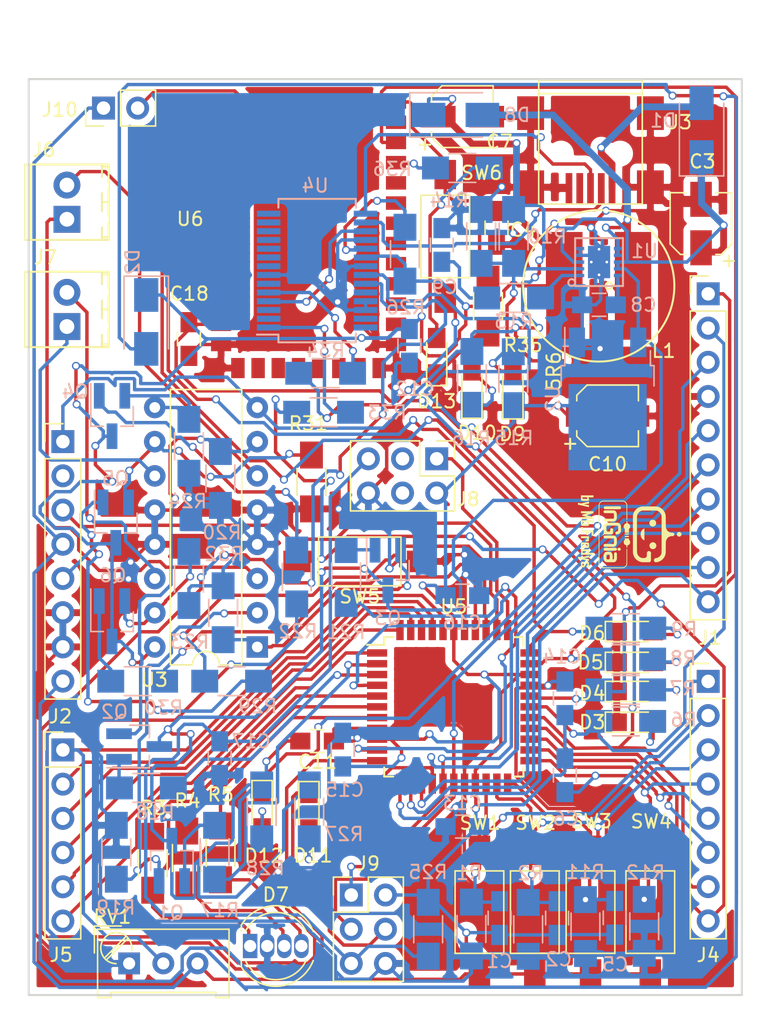
<source format=kicad_pcb>
(kicad_pcb (version 20171130) (host pcbnew "(5.1.5)-3")
  (layers (0 F.Cu signal) (31 B.Cu signal) (34 B.Paste user) (35 F.Paste user) (36 B.SilkS user) (37 F.SilkS user) (38 B.Mask user) (39 F.Mask user) (44 Edge.Cuts user))
  (net 0 "")
  (net 1 +3V3)
  (net 2 /PD0)
  (net 3 /PD1)
  (net 4 +5V)
  (net 5 GND)
  (net 6 /PD2)
  (net 7 /PD3)
  (net 8 +12V)
  (net 9 "Net-(C8-Pad1)")
  (net 10 "Net-(C9-Pad1)")
  (net 11 /RESET)
  (net 12 VBUS)
  (net 13 /VIN)
  (net 14 "Net-(D3-Pad2)")
  (net 15 "Net-(D4-Pad2)")
  (net 16 "Net-(D5-Pad2)")
  (net 17 "Net-(D6-Pad2)")
  (net 18 "Net-(D7-Pad1)")
  (net 19 "Net-(D7-Pad3)")
  (net 20 "Net-(D7-Pad4)")
  (net 21 "Net-(D8-Pad2)")
  (net 22 "Net-(D9-Pad2)")
  (net 23 "Net-(D10-Pad2)")
  (net 24 "Net-(D11-Pad1)")
  (net 25 "Net-(D11-Pad2)")
  (net 26 "Net-(D12-Pad1)")
  (net 27 "Net-(D12-Pad2)")
  (net 28 "Net-(D13-Pad2)")
  (net 29 /LED2)
  (net 30 /LED1)
  (net 31 /AREF)
  (net 32 /SCK)
  (net 33 /MISO)
  (net 34 /MOSI)
  (net 35 /PWM/CS)
  (net 36 /PWM)
  (net 37 /BT_STATE)
  (net 38 "Net-(J2-Pad2)")
  (net 39 /D-)
  (net 40 /D+)
  (net 41 "Net-(J3-Pad4)")
  (net 42 /PD4)
  (net 43 /PD5)
  (net 44 /TXD1)
  (net 45 /RXD1)
  (net 46 /A0)
  (net 47 /A1)
  (net 48 /A2)
  (net 49 /A3)
  (net 50 /A4)
  (net 51 /A5)
  (net 52 "Net-(J6-Pad2)")
  (net 53 "Net-(J6-Pad1)")
  (net 54 "Net-(J7-Pad2)")
  (net 55 "Net-(J7-Pad1)")
  (net 56 /PDI_DATA)
  (net 57 "Net-(J8-Pad3)")
  (net 58 "Net-(J8-Pad4)")
  (net 59 /1A)
  (net 60 /2A)
  (net 61 /EN1,2)
  (net 62 /EN3,4)
  (net 63 /3A)
  (net 64 /4A)
  (net 65 /LED_R)
  (net 66 /LED_G)
  (net 67 /LED_B)
  (net 68 /BT_TX)
  (net 69 /BT_RX)
  (net 70 /FB)
  (net 71 "Net-(R13-Pad1)")
  (net 72 /MOT1_A)
  (net 73 /MOT1_B)
  (net 74 /MOT1_PWM)
  (net 75 /MOT2_PWM)
  (net 76 "Net-(R26-Pad1)")
  (net 77 /MOT2_A)
  (net 78 /MOT2_B)
  (net 79 /TXD)
  (net 80 /RXD)
  (net 81 "Net-(R35-Pad1)")
  (net 82 "Net-(R36-Pad1)")
  (net 83 "Net-(U4-Pad2)")
  (net 84 "Net-(U4-Pad3)")
  (net 85 "Net-(U4-Pad17)")
  (net 86 "Net-(U4-Pad6)")
  (net 87 "Net-(U4-Pad9)")
  (net 88 "Net-(U4-Pad10)")
  (net 89 "Net-(U4-Pad11)")
  (net 90 "Net-(U4-Pad12)")
  (net 91 "Net-(U4-Pad13)")
  (net 92 "Net-(U4-Pad14)")
  (net 93 "Net-(U4-Pad27)")
  (net 94 "Net-(U4-Pad28)")
  (net 95 "Net-(U6-Pad33)")
  (net 96 "Net-(U6-Pad30)")
  (net 97 "Net-(U6-Pad29)")
  (net 98 "Net-(U6-Pad28)")
  (net 99 "Net-(U6-Pad27)")
  (net 100 "Net-(U6-Pad26)")
  (net 101 "Net-(U6-Pad25)")
  (net 102 "Net-(U6-Pad24)")
  (net 103 "Net-(U6-Pad23)")
  (net 104 "Net-(U6-Pad11)")
  (net 105 "Net-(U6-Pad10)")
  (net 106 "Net-(U6-Pad9)")
  (net 107 "Net-(U6-Pad8)")
  (net 108 "Net-(U6-Pad7)")
  (net 109 "Net-(U6-Pad6)")
  (net 110 "Net-(U6-Pad5)")
  (net 111 "Net-(U6-Pad4)")
  (net 112 "Net-(U6-Pad3)")
  (net 113 "Net-(U6-Pad15)")
  (net 114 "Net-(U6-Pad16)")
  (net 115 "Net-(U6-Pad17)")
  (net 116 "Net-(U6-Pad18)")
  (net 117 "Net-(U6-Pad19)")
  (net 118 "Net-(U6-Pad20)")
  (net 119 "Net-(Q1-Pad1)")
  (net 120 "Net-(Q2-Pad1)")
  (net 121 "Net-(Q3-Pad1)")
  (net 122 "Net-(Q4-Pad1)")
  (net 123 "Net-(Q5-Pad1)")
  (net 124 "Net-(Q6-Pad1)")
  (net 125 +3.3VP)
  (module "02-KiCad Files:seri2" (layer F.Cu) (at 71.247 88.6968 270)
    (fp_text reference G*** hide)
    (fp_text value LOGO hide)
  )
  (module "02-KiCad Files:serigrafía" (layer F.Cu) (at 75.0824 88.7984 270)
    (fp_text reference G*** hide)
    (fp_text value LOGO hide)
  )
  (module Pin_Headers:Pin_Header_Straight_1x08_Pitch2.54mm (layer F.Cu) (at 80.5 99.71)
    (fp_text reference J4 (at 0 20.32) (layer F.SilkS))
    (fp_text value Conn_01x08)
    (pad 1 thru_hole rect (at 0 0) (size 1.7 1.7) (drill 1) (layers *.Cu *.Mask) (net 2 /PD0))
    (pad 2 thru_hole oval (at 0 2.54) (size 1.7 1.7) (drill 1) (layers *.Cu *.Mask) (net 3 /PD1))
    (pad 3 thru_hole oval (at 0 5.08) (size 1.7 1.7) (drill 1) (layers *.Cu *.Mask) (net 6 /PD2))
    (pad 4 thru_hole oval (at 0 7.62) (size 1.7 1.7) (drill 1) (layers *.Cu *.Mask) (net 7 /PD3))
    (pad 5 thru_hole oval (at 0 10.16) (size 1.7 1.7) (drill 1) (layers *.Cu *.Mask) (net 42 /PD4))
    (pad 6 thru_hole oval (at 0 12.7) (size 1.7 1.7) (drill 1) (layers *.Cu *.Mask) (net 43 /PD5))
    (pad 7 thru_hole oval (at 0 15.24) (size 1.7 1.7) (drill 1) (layers *.Cu *.Mask) (net 44 /TXD1))
    (pad 8 thru_hole oval (at 0 17.78) (size 1.7 1.7) (drill 1) (layers *.Cu *.Mask) (net 45 /RXD1))
  )
  (module Capacitors_SMD:C_0805_HandSoldering (layer B.Cu) (at 64.9986 117.28196 90)
    (fp_text reference C1 (at -3.19024 -0.0127 180) (layer B.SilkS) (effects (justify mirror)))
    (fp_text value 100nF)
    (pad 1 smd rect (at -1.25 0 90) (size 1.5 1.25) (layers B.Cu B.Paste B.Mask) (net 1 +3V3))
    (pad 2 smd rect (at 1.25 0 90) (size 1.5 1.25) (layers B.Cu B.Paste B.Mask) (net 2 /PD0))
  )
  (module Capacitors_SMD:C_0805_HandSoldering (layer B.Cu) (at 69.27088 117.28196 90)
    (fp_text reference C2 (at -3.06324 0.13462 180) (layer B.SilkS) (effects (justify mirror)))
    (fp_text value 100nF)
    (pad 1 smd rect (at -1.25 0 90) (size 1.5 1.25) (layers B.Cu B.Paste B.Mask) (net 1 +3V3))
    (pad 2 smd rect (at 1.25 0 90) (size 1.5 1.25) (layers B.Cu B.Paste B.Mask) (net 3 /PD1))
  )
  (module Capacitors_SMD:CP_Elec_4x4.5 (layer F.Cu) (at 79.9719 65.7225 90)
    (fp_text reference C3 (at 4.6101 0.1016) (layer F.SilkS))
    (fp_text value 10uF)
    (fp_text user + (at -2.78 1.99 90) (layer F.SilkS))
    (pad 1 smd rect (at -1.8 0 270) (size 2.6 1.6) (layers F.Cu F.Paste F.Mask) (net 4 +5V))
    (pad 2 smd rect (at 1.8 0 270) (size 2.6 1.6) (layers F.Cu F.Paste F.Mask) (net 5 GND))
  )
  (module Capacitors_SMD:C_0805_HandSoldering (layer B.Cu) (at 73.55332 117.26164 90)
    (fp_text reference C5 (at -3.46456 0.04318 180) (layer B.SilkS) (effects (justify mirror)))
    (fp_text value 100nF)
    (pad 1 smd rect (at -1.25 0 90) (size 1.5 1.25) (layers B.Cu B.Paste B.Mask) (net 1 +3V3))
    (pad 2 smd rect (at 1.25 0 90) (size 1.5 1.25) (layers B.Cu B.Paste B.Mask) (net 6 /PD2))
  )
  (module Capacitors_SMD:C_0805_HandSoldering (layer B.Cu) (at 69.85 106.68 270)
    (fp_text reference C6 (at 3.2131 -0.0762 180) (layer B.SilkS) (effects (justify mirror)))
    (fp_text value 100nF)
    (pad 1 smd rect (at -1.25 0 270) (size 1.5 1.25) (layers B.Cu B.Paste B.Mask) (net 1 +3V3))
    (pad 2 smd rect (at 1.25 0 270) (size 1.5 1.25) (layers B.Cu B.Paste B.Mask) (net 7 /PD3))
  )
  (module Capacitors_SMD:CP_Elec_4x5.3 (layer F.Cu) (at 62.23 57.785)
    (fp_text reference C7 (at 2.7559 1.8669) (layer F.SilkS))
    (fp_text value 22uF)
    (fp_text user + (at -2.77 2.01) (layer F.SilkS))
    (pad 1 smd rect (at -1.8 0 180) (size 2.6 1.6) (layers F.Cu F.Paste F.Mask) (net 8 +12V))
    (pad 2 smd rect (at 1.8 0 180) (size 2.6 1.6) (layers F.Cu F.Paste F.Mask) (net 5 GND))
  )
  (module Capacitors_SMD:C_0805_HandSoldering (layer B.Cu) (at 72.39 71.755 180)
    (fp_text reference C8 (at -3.302 0 180) (layer B.SilkS) (effects (justify mirror)))
    (fp_text value 100nF)
    (pad 1 smd rect (at -1.25 0 180) (size 1.5 1.25) (layers B.Cu B.Paste B.Mask) (net 9 "Net-(C8-Pad1)"))
    (pad 2 smd rect (at 1.25 0 180) (size 1.5 1.25) (layers B.Cu B.Paste B.Mask) (net 5 GND))
  )
  (module Capacitors_SMD:C_0805_HandSoldering (layer B.Cu) (at 60.706 67.31 90)
    (fp_text reference C9 (at -3.1242 0.2032 180) (layer B.SilkS) (effects (justify mirror)))
    (fp_text value 820pF)
    (pad 1 smd rect (at -1.25 0 90) (size 1.5 1.25) (layers B.Cu B.Paste B.Mask) (net 10 "Net-(C9-Pad1)"))
    (pad 2 smd rect (at 1.25 0 90) (size 1.5 1.25) (layers B.Cu B.Paste B.Mask) (net 5 GND))
  )
  (module Capacitors_SMD:CP_Elec_4x4.5 (layer F.Cu) (at 73.025 80.01)
    (fp_text reference C10 (at 0 3.58 180) (layer F.SilkS))
    (fp_text value 10uF)
    (fp_text user + (at -2.78 1.99 180) (layer F.SilkS))
    (pad 1 smd rect (at -1.8 0 180) (size 2.6 1.6) (layers F.Cu F.Paste F.Mask) (net 1 +3V3))
    (pad 2 smd rect (at 1.8 0 180) (size 2.6 1.6) (layers F.Cu F.Paste F.Mask) (net 5 GND))
  )
  (module Capacitors_SMD:C_0805_HandSoldering (layer F.Cu) (at 51.435 104.14)
    (fp_text reference C11 (at 0.0254 1.5494) (layer F.SilkS))
    (fp_text value 100nF)
    (pad 1 smd rect (at -1.25 0) (size 1.5 1.25) (layers F.Cu F.Paste F.Mask) (net 4 +5V))
    (pad 2 smd rect (at 1.25 0) (size 1.5 1.25) (layers F.Cu F.Paste F.Mask) (net 5 GND))
  )
  (module Capacitors_SMD:C_0805_HandSoldering (layer B.Cu) (at 58.293 74.803 270)
    (fp_text reference C12 (at 3.1877 -0.3937) (layer B.SilkS) (effects (justify mirror)))
    (fp_text value 100nF)
    (pad 1 smd rect (at -1.25 0 270) (size 1.5 1.25) (layers B.Cu B.Paste B.Mask) (net 4 +5V))
    (pad 2 smd rect (at 1.25 0 270) (size 1.5 1.25) (layers B.Cu B.Paste B.Mask) (net 5 GND))
  )
  (module Capacitors_SMD:C_0805_HandSoldering (layer B.Cu) (at 62.23 110.49 180)
    (fp_text reference C13 (at 0 1.75) (layer B.SilkS) (effects (justify mirror)))
    (fp_text value 100nF)
    (pad 1 smd rect (at -1.25 0 180) (size 1.5 1.25) (layers B.Cu B.Paste B.Mask) (net 1 +3V3))
    (pad 2 smd rect (at 1.25 0 180) (size 1.5 1.25) (layers B.Cu B.Paste B.Mask) (net 5 GND))
  )
  (module Capacitors_SMD:C_0805_HandSoldering (layer B.Cu) (at 69.85 100.965 90)
    (fp_text reference C14 (at 3.0988 -0.2286 180) (layer B.SilkS) (effects (justify mirror)))
    (fp_text value 100nF)
    (pad 1 smd rect (at -1.25 0 90) (size 1.5 1.25) (layers B.Cu B.Paste B.Mask) (net 1 +3V3))
    (pad 2 smd rect (at 1.25 0 90) (size 1.5 1.25) (layers B.Cu B.Paste B.Mask) (net 5 GND))
  )
  (module Capacitors_SMD:C_0805_HandSoldering (layer B.Cu) (at 53.34 104.775 90)
    (fp_text reference C15 (at -2.9845 0.1397 180) (layer B.SilkS) (effects (justify mirror)))
    (fp_text value 100nF)
    (pad 1 smd rect (at -1.25 0 90) (size 1.5 1.25) (layers B.Cu B.Paste B.Mask) (net 1 +3V3))
    (pad 2 smd rect (at 1.25 0 90) (size 1.5 1.25) (layers B.Cu B.Paste B.Mask) (net 5 GND))
  )
  (module Capacitors_SMD:C_0805_HandSoldering (layer B.Cu) (at 62.23 93.345)
    (fp_text reference C16 (at 0 2.0066 180) (layer B.SilkS) (effects (justify mirror)))
    (fp_text value 100nF)
    (pad 1 smd rect (at -1.25 0) (size 1.5 1.25) (layers B.Cu B.Paste B.Mask) (net 1 +3V3))
    (pad 2 smd rect (at 1.25 0) (size 1.5 1.25) (layers B.Cu B.Paste B.Mask) (net 5 GND))
  )
  (module Capacitors_SMD:C_0805_HandSoldering (layer B.Cu) (at 44.196 105.41 270)
    (fp_text reference C17 (at -1.2573 -2.3368) (layer B.SilkS) (effects (justify mirror)))
    (fp_text value 100nF)
    (pad 1 smd rect (at -1.25 0 270) (size 1.5 1.25) (layers B.Cu B.Paste B.Mask) (net 11 /RESET))
    (pad 2 smd rect (at 1.25 0 270) (size 1.5 1.25) (layers B.Cu B.Paste B.Mask) (net 5 GND))
  )
  (module Capacitors_SMD:C_0805_HandSoldering (layer F.Cu) (at 41.91 74.295 270)
    (fp_text reference C18 (at -3.3655 -0.0254) (layer F.SilkS))
    (fp_text value 100nF)
    (pad 1 smd rect (at -1.25 0 270) (size 1.5 1.25) (layers F.Cu F.Paste F.Mask) (net 125 +3.3VP))
    (pad 2 smd rect (at 1.25 0 270) (size 1.5 1.25) (layers F.Cu F.Paste F.Mask) (net 5 GND))
  )
  (module Diodes_SMD:D_SMA (layer B.Cu) (at 80.01 58.7883 90)
    (fp_text reference D1 (at 0.7112 -2.8575 180) (layer B.SilkS) (effects (justify mirror)))
    (fp_text value D_Schottky)
    (pad 1 smd rect (at -2 0 90) (size 2.5 1.8) (layers B.Cu B.Paste B.Mask) (net 4 +5V))
    (pad 2 smd rect (at 2 0 90) (size 2.5 1.8) (layers B.Cu B.Paste B.Mask) (net 12 VBUS))
  )
  (module Diodes_SMD:D_SMA (layer B.Cu) (at 38.735 73.025 270)
    (fp_text reference D2 (at -4.445 1.016 270) (layer B.SilkS) (effects (justify mirror)))
    (fp_text value D_Schottky)
    (pad 1 smd rect (at -2 0 270) (size 2.5 1.8) (layers B.Cu B.Paste B.Mask) (net 4 +5V))
    (pad 2 smd rect (at 2 0 270) (size 2.5 1.8) (layers B.Cu B.Paste B.Mask) (net 13 /VIN))
  )
  (module LEDs:LED_0805_HandSoldering (layer F.Cu) (at 75.057 102.743)
    (fp_text reference D3 (at -3.175 0) (layer F.SilkS))
    (fp_text value LED)
    (pad 1 smd rect (at -1.35 0) (size 1.5 1.3) (layers F.Cu F.Paste F.Mask) (net 5 GND))
    (pad 2 smd rect (at 1.35 0) (size 1.5 1.3) (layers F.Cu F.Paste F.Mask) (net 14 "Net-(D3-Pad2)"))
  )
  (module LEDs:LED_0805_HandSoldering (layer F.Cu) (at 75.057 100.457)
    (fp_text reference D4 (at -3.175 0.127) (layer F.SilkS))
    (fp_text value LED)
    (pad 1 smd rect (at -1.35 0) (size 1.5 1.3) (layers F.Cu F.Paste F.Mask) (net 5 GND))
    (pad 2 smd rect (at 1.35 0) (size 1.5 1.3) (layers F.Cu F.Paste F.Mask) (net 15 "Net-(D4-Pad2)"))
  )
  (module LEDs:LED_0805_HandSoldering (layer F.Cu) (at 75.057 98.298)
    (fp_text reference D5 (at -3.302 0) (layer F.SilkS))
    (fp_text value LED)
    (pad 1 smd rect (at -1.35 0) (size 1.5 1.3) (layers F.Cu F.Paste F.Mask) (net 5 GND))
    (pad 2 smd rect (at 1.35 0) (size 1.5 1.3) (layers F.Cu F.Paste F.Mask) (net 16 "Net-(D5-Pad2)"))
  )
  (module LEDs:LED_0805_HandSoldering (layer F.Cu) (at 75.057 96.012)
    (fp_text reference D6 (at -3.175 0.127) (layer F.SilkS))
    (fp_text value LED)
    (pad 1 smd rect (at -1.35 0) (size 1.5 1.3) (layers F.Cu F.Paste F.Mask) (net 5 GND))
    (pad 2 smd rect (at 1.35 0) (size 1.5 1.3) (layers F.Cu F.Paste F.Mask) (net 17 "Net-(D6-Pad2)"))
  )
  (module LEDs:LED_D5.0mm-4 (layer F.Cu) (at 46.4566 119.3546)
    (fp_text reference D7 (at 1.905 -3.81) (layer F.SilkS))
    (fp_text value LED_RCGB)
    (pad 1 thru_hole rect (at 0 0) (size 1.07 1.8) (drill 0.9) (layers *.Cu *.Mask) (net 18 "Net-(D7-Pad1)"))
    (pad 2 thru_hole oval (at 1.27 0) (size 1.07 1.8) (drill 0.9) (layers *.Cu *.Mask) (net 5 GND))
    (pad 3 thru_hole oval (at 2.54 0) (size 1.07 1.8) (drill 0.9) (layers *.Cu *.Mask) (net 19 "Net-(D7-Pad3)"))
    (pad 4 thru_hole oval (at 3.81 0) (size 1.07 1.8) (drill 0.9) (layers *.Cu *.Mask) (net 20 "Net-(D7-Pad4)"))
  )
  (module Diodes_SMD:D_SMA (layer B.Cu) (at 61.722 57.658)
    (fp_text reference D8 (at 4.572 0) (layer B.SilkS) (effects (justify mirror)))
    (fp_text value B340A-13-F)
    (pad 1 smd rect (at -2 0) (size 2.5 1.8) (layers B.Cu B.Paste B.Mask) (net 8 +12V))
    (pad 2 smd rect (at 2 0) (size 2.5 1.8) (layers B.Cu B.Paste B.Mask) (net 21 "Net-(D8-Pad2)"))
  )
  (module LEDs:LED_0805_HandSoldering (layer F.Cu) (at 65.9892 78.0288 90)
    (fp_text reference D9 (at -3.3274 -0.0508 180) (layer F.SilkS))
    (fp_text value LED)
    (pad 1 smd rect (at -1.35 0 90) (size 1.5 1.3) (layers F.Cu F.Paste F.Mask) (net 5 GND))
    (pad 2 smd rect (at 1.35 0 90) (size 1.5 1.3) (layers F.Cu F.Paste F.Mask) (net 22 "Net-(D9-Pad2)"))
  )
  (module LEDs:LED_0805_HandSoldering (layer F.Cu) (at 62.9412 77.978 90)
    (fp_text reference D10 (at -3.2766 0.3937 180) (layer F.SilkS))
    (fp_text value LED)
    (pad 1 smd rect (at -1.35 0 90) (size 1.5 1.3) (layers F.Cu F.Paste F.Mask) (net 5 GND))
    (pad 2 smd rect (at 1.35 0 90) (size 1.5 1.3) (layers F.Cu F.Paste F.Mask) (net 23 "Net-(D10-Pad2)"))
  )
  (module LEDs:LED_0805_HandSoldering (layer F.Cu) (at 50.8254 109.347 270)
    (fp_text reference D11 (at 3.2893 -0.3048) (layer F.SilkS))
    (fp_text value LED)
    (pad 1 smd rect (at -1.35 0 270) (size 1.5 1.3) (layers F.Cu F.Paste F.Mask) (net 24 "Net-(D11-Pad1)"))
    (pad 2 smd rect (at 1.35 0 270) (size 1.5 1.3) (layers F.Cu F.Paste F.Mask) (net 25 "Net-(D11-Pad2)"))
  )
  (module LEDs:LED_0805_HandSoldering (layer F.Cu) (at 47.3456 109.2708 270)
    (fp_text reference D12 (at 3.3909 -0.1397) (layer F.SilkS))
    (fp_text value LED)
    (pad 1 smd rect (at -1.35 0 270) (size 1.5 1.3) (layers F.Cu F.Paste F.Mask) (net 26 "Net-(D12-Pad1)"))
    (pad 2 smd rect (at 1.35 0 270) (size 1.5 1.3) (layers F.Cu F.Paste F.Mask) (net 27 "Net-(D12-Pad2)"))
  )
  (module LEDs:LED_0805_HandSoldering (layer F.Cu) (at 60.325 75.565 90)
    (fp_text reference D13 (at -3.3528 0 180) (layer F.SilkS))
    (fp_text value LED)
    (pad 1 smd rect (at -1.35 0 90) (size 1.5 1.3) (layers F.Cu F.Paste F.Mask) (net 5 GND))
    (pad 2 smd rect (at 1.35 0 90) (size 1.5 1.3) (layers F.Cu F.Paste F.Mask) (net 28 "Net-(D13-Pad2)"))
  )
  (module Pin_Headers:Pin_Header_Straight_1x10_Pitch2.54mm (layer F.Cu) (at 80.5 70.94)
    (fp_text reference J1 (at 0.1323 25.5292) (layer F.SilkS))
    (fp_text value Conn_01x10)
    (pad 1 thru_hole rect (at 0 0) (size 1.7 1.7) (drill 1) (layers *.Cu *.Mask) (net 29 /LED2))
    (pad 2 thru_hole oval (at 0 2.54) (size 1.7 1.7) (drill 1) (layers *.Cu *.Mask) (net 30 /LED1))
    (pad 3 thru_hole oval (at 0 5.08) (size 1.7 1.7) (drill 1) (layers *.Cu *.Mask) (net 31 /AREF))
    (pad 4 thru_hole oval (at 0 7.62) (size 1.7 1.7) (drill 1) (layers *.Cu *.Mask) (net 5 GND))
    (pad 5 thru_hole oval (at 0 10.16) (size 1.7 1.7) (drill 1) (layers *.Cu *.Mask) (net 32 /SCK))
    (pad 6 thru_hole oval (at 0 12.7) (size 1.7 1.7) (drill 1) (layers *.Cu *.Mask) (net 33 /MISO))
    (pad 7 thru_hole oval (at 0 15.24) (size 1.7 1.7) (drill 1) (layers *.Cu *.Mask) (net 34 /MOSI))
    (pad 8 thru_hole oval (at 0 17.78) (size 1.7 1.7) (drill 1) (layers *.Cu *.Mask) (net 35 /PWM/CS))
    (pad 9 thru_hole oval (at 0 20.32) (size 1.7 1.7) (drill 1) (layers *.Cu *.Mask) (net 36 /PWM))
    (pad 10 thru_hole oval (at 0 22.86) (size 1.7 1.7) (drill 1) (layers *.Cu *.Mask) (net 37 /BT_STATE))
  )
  (module Pin_Headers:Pin_Header_Straight_1x08_Pitch2.54mm (layer F.Cu) (at 32.54 81.91)
    (fp_text reference J2 (at -0.1804 20.4012) (layer F.SilkS))
    (fp_text value Conn_01x08)
    (pad 1 thru_hole rect (at 0 0) (size 1.7 1.7) (drill 1) (layers *.Cu *.Mask) (net 8 +12V))
    (pad 2 thru_hole oval (at 0 2.54) (size 1.7 1.7) (drill 1) (layers *.Cu *.Mask) (net 38 "Net-(J2-Pad2)"))
    (pad 3 thru_hole oval (at 0 5.08) (size 1.7 1.7) (drill 1) (layers *.Cu *.Mask) (net 11 /RESET))
    (pad 4 thru_hole oval (at 0 7.62) (size 1.7 1.7) (drill 1) (layers *.Cu *.Mask) (net 1 +3V3))
    (pad 5 thru_hole oval (at 0 10.16) (size 1.7 1.7) (drill 1) (layers *.Cu *.Mask) (net 4 +5V))
    (pad 6 thru_hole oval (at 0 12.7) (size 1.7 1.7) (drill 1) (layers *.Cu *.Mask) (net 5 GND))
    (pad 7 thru_hole oval (at 0 15.24) (size 1.7 1.7) (drill 1) (layers *.Cu *.Mask) (net 5 GND))
    (pad 8 thru_hole oval (at 0 17.78) (size 1.7 1.7) (drill 1) (layers *.Cu *.Mask) (net 13 /VIN))
  )
  (module Connectors:USB_Mini-B (layer F.Cu) (at 71.755 60.325 270)
    (fp_text reference J3 (at -2.1209 -6.6802) (layer F.SilkS))
    (fp_text value USB_OTG)
    (pad 1 smd rect (at 2.8 -1.6 270) (size 2.3 0.5) (layers F.Cu F.Paste F.Mask) (net 12 VBUS))
    (pad 2 smd rect (at 2.8 -0.8 270) (size 2.3 0.5) (layers F.Cu F.Paste F.Mask) (net 39 /D-))
    (pad 3 smd rect (at 2.8 0 270) (size 2.3 0.5) (layers F.Cu F.Paste F.Mask) (net 40 /D+))
    (pad 4 smd rect (at 2.8 0.8 270) (size 2.3 0.5) (layers F.Cu F.Paste F.Mask) (net 41 "Net-(J3-Pad4)"))
    (pad 5 smd rect (at 2.8 1.6 270) (size 2.3 0.5) (layers F.Cu F.Paste F.Mask) (net 5 GND))
    (pad 6 smd rect (at 2.7 -4.45 270) (size 2.5 2) (layers F.Cu F.Paste F.Mask) (net 5 GND))
    (pad 6 smd rect (at -2.8 -4.45 270) (size 2.5 2) (layers F.Cu F.Paste F.Mask) (net 5 GND))
    (pad 6 smd rect (at 2.7 4.45 270) (size 2.5 2) (layers F.Cu F.Paste F.Mask) (net 5 GND))
    (pad 6 smd rect (at -2.8 4.45 270) (size 2.5 2) (layers F.Cu F.Paste F.Mask) (net 5 GND))
    (pad "" np_thru_hole circle (at 0.2 -2.2 270) (size 0.9 0.9) (drill 0.9) (layers *.Cu *.Mask))
    (pad "" np_thru_hole circle (at 0.2 2.2 270) (size 0.9 0.9) (drill 0.9) (layers *.Cu *.Mask))
  )
  (module Pin_Headers:Pin_Header_Straight_1x06_Pitch2.54mm (layer F.Cu) (at 32.54 104.8)
    (fp_text reference J5 (at -0.1296 15.215) (layer F.SilkS))
    (fp_text value Conn_01x06)
    (pad 1 thru_hole rect (at 0 0) (size 1.7 1.7) (drill 1) (layers *.Cu *.Mask) (net 46 /A0))
    (pad 2 thru_hole oval (at 0 2.54) (size 1.7 1.7) (drill 1) (layers *.Cu *.Mask) (net 47 /A1))
    (pad 3 thru_hole oval (at 0 5.08) (size 1.7 1.7) (drill 1) (layers *.Cu *.Mask) (net 48 /A2))
    (pad 4 thru_hole oval (at 0 7.62) (size 1.7 1.7) (drill 1) (layers *.Cu *.Mask) (net 49 /A3))
    (pad 5 thru_hole oval (at 0 10.16) (size 1.7 1.7) (drill 1) (layers *.Cu *.Mask) (net 50 /A4))
    (pad 6 thru_hole oval (at 0 12.7) (size 1.7 1.7) (drill 1) (layers *.Cu *.Mask) (net 51 /A5))
  )
  (module TerminalBlocks_Phoenix:TerminalBlock_Phoenix_MPT-2.54mm_2pol (layer F.Cu) (at 32.8422 65.405 90)
    (fp_text reference J6 (at 5.1562 -1.7145 180) (layer F.SilkS))
    (fp_text value Conn_01x02)
    (pad 2 thru_hole oval (at 2.54 0 90) (size 1.99898 1.99898) (drill 1.09728) (layers *.Cu *.Mask) (net 52 "Net-(J6-Pad2)"))
    (pad 1 thru_hole rect (at 0 0 90) (size 1.99898 1.99898) (drill 1.09728) (layers *.Cu *.Mask) (net 53 "Net-(J6-Pad1)"))
    (pad "" np_thru_hole circle (at 0 2.54 90) (size 1.1 1.1) (drill 1.1) (layers *.Cu *.Mask))
    (pad "" np_thru_hole circle (at 2.54 2.54 90) (size 1.1 1.1) (drill 1.1) (layers *.Cu *.Mask))
  )
  (module TerminalBlocks_Phoenix:TerminalBlock_Phoenix_MPT-2.54mm_2pol (layer F.Cu) (at 32.8422 73.3679 90)
    (fp_text reference J7 (at 5.12826 -1.60274 180) (layer F.SilkS))
    (fp_text value Conn_01x02)
    (pad 2 thru_hole oval (at 2.54 0 90) (size 1.99898 1.99898) (drill 1.09728) (layers *.Cu *.Mask) (net 54 "Net-(J7-Pad2)"))
    (pad 1 thru_hole rect (at 0 0 90) (size 1.99898 1.99898) (drill 1.09728) (layers *.Cu *.Mask) (net 55 "Net-(J7-Pad1)"))
    (pad "" np_thru_hole circle (at 0 2.54 90) (size 1.1 1.1) (drill 1.1) (layers *.Cu *.Mask))
    (pad "" np_thru_hole circle (at 2.54 2.54 90) (size 1.1 1.1) (drill 1.1) (layers *.Cu *.Mask))
  )
  (module Pin_Headers:Pin_Header_Straight_2x03_Pitch2.54mm (layer F.Cu) (at 60.325 83.185 270)
    (fp_text reference J8 (at 3.0099 -2.3368) (layer F.SilkS))
    (fp_text value Conn_02x03_Odd_Even)
    (pad 1 thru_hole rect (at 0 0 270) (size 1.7 1.7) (drill 1) (layers *.Cu *.Mask) (net 56 /PDI_DATA))
    (pad 2 thru_hole oval (at 2.54 0 270) (size 1.7 1.7) (drill 1) (layers *.Cu *.Mask) (net 1 +3V3))
    (pad 3 thru_hole oval (at 0 2.54 270) (size 1.7 1.7) (drill 1) (layers *.Cu *.Mask) (net 57 "Net-(J8-Pad3)"))
    (pad 4 thru_hole oval (at 2.54 2.54 270) (size 1.7 1.7) (drill 1) (layers *.Cu *.Mask) (net 58 "Net-(J8-Pad4)"))
    (pad 5 thru_hole oval (at 0 5.08 270) (size 1.7 1.7) (drill 1) (layers *.Cu *.Mask) (net 11 /RESET))
    (pad 6 thru_hole oval (at 2.54 5.08 270) (size 1.7 1.7) (drill 1) (layers *.Cu *.Mask) (net 5 GND))
  )
  (module Pin_Headers:Pin_Header_Straight_2x03_Pitch2.54mm (layer F.Cu) (at 53.975 115.57)
    (fp_text reference J9 (at 1.27 -2.33) (layer F.SilkS))
    (fp_text value Conn_02x03_Odd_Even)
    (pad 1 thru_hole rect (at 0 0) (size 1.7 1.7) (drill 1) (layers *.Cu *.Mask) (net 33 /MISO))
    (pad 2 thru_hole oval (at 2.54 0) (size 1.7 1.7) (drill 1) (layers *.Cu *.Mask) (net 1 +3V3))
    (pad 3 thru_hole oval (at 0 2.54) (size 1.7 1.7) (drill 1) (layers *.Cu *.Mask) (net 32 /SCK))
    (pad 4 thru_hole oval (at 2.54 2.54) (size 1.7 1.7) (drill 1) (layers *.Cu *.Mask) (net 34 /MOSI))
    (pad 5 thru_hole oval (at 0 5.08) (size 1.7 1.7) (drill 1) (layers *.Cu *.Mask) (net 11 /RESET))
    (pad 6 thru_hole oval (at 2.54 5.08) (size 1.7 1.7) (drill 1) (layers *.Cu *.Mask) (net 5 GND))
  )
  (module Pin_Headers:Pin_Header_Straight_1x02_Pitch2.54mm (layer F.Cu) (at 35.56 57.15 90)
    (fp_text reference J10 (at -0.1143 -3.2385 180) (layer F.SilkS))
    (fp_text value Conn_01x02)
    (pad 1 thru_hole rect (at 0 0 90) (size 1.7 1.7) (drill 1) (layers *.Cu *.Mask) (net 1 +3V3))
    (pad 2 thru_hole oval (at 0 2.54 90) (size 1.7 1.7) (drill 1) (layers *.Cu *.Mask) (net 125 +3.3VP))
  )
  (module Platzi:SDR0805 (layer F.Cu) (at 72.3646 70.3453 270)
    (fp_text reference L1 (at 4.826 -4.826 180) (layer F.SilkS))
    (fp_text value 5.6uH)
    (fp_text user 5R6 (at 6.3373 3.3401 270) (layer F.SilkS))
    (pad 1 smd rect (at 0 -2.55 270) (size 8 2.7) (layers F.Cu F.Paste F.Mask) (net 21 "Net-(D8-Pad2)"))
    (pad 2 smd rect (at 0 2.55 270) (size 8 2.7) (layers F.Cu F.Paste F.Mask) (net 4 +5V))
  )
  (module TO_SOT_Packages_SMD:SOT-23_Handsoldering (layer B.Cu) (at 40.64 113.03 90)
    (fp_text reference Q1 (at -3.8608 -0.1016 180) (layer B.SilkS) (effects (justify mirror)))
    (fp_text value MMBT3904)
    (pad 1 smd rect (at -1.5 0.95 90) (size 1.9 0.8) (layers B.Cu B.Paste B.Mask) (net 119 "Net-(Q1-Pad1)"))
    (pad 2 smd rect (at -1.5 -0.95 90) (size 1.9 0.8) (layers B.Cu B.Paste B.Mask) (net 59 /1A))
    (pad 3 smd rect (at 1.5 0 90) (size 1.9 0.8) (layers B.Cu B.Paste B.Mask) (net 4 +5V))
  )
  (module TO_SOT_Packages_SMD:SOT-23_Handsoldering (layer B.Cu) (at 38.2143 104.5464)
    (fp_text reference Q2 (at -1.8415 -2.5781) (layer B.SilkS) (effects (justify mirror)))
    (fp_text value MMBT3904)
    (pad 1 smd rect (at -1.5 0.95) (size 1.9 0.8) (layers B.Cu B.Paste B.Mask) (net 120 "Net-(Q2-Pad1)"))
    (pad 2 smd rect (at -1.5 -0.95) (size 1.9 0.8) (layers B.Cu B.Paste B.Mask) (net 60 /2A))
    (pad 3 smd rect (at 1.5 0) (size 1.9 0.8) (layers B.Cu B.Paste B.Mask) (net 4 +5V))
  )
  (module TO_SOT_Packages_SMD:SOT-23_Handsoldering (layer B.Cu) (at 56.6928 91.44 270)
    (fp_text reference Q3 (at 3.5687 0 180) (layer B.SilkS) (effects (justify mirror)))
    (fp_text value MMBT3904)
    (pad 1 smd rect (at -1.5 0.95 270) (size 1.9 0.8) (layers B.Cu B.Paste B.Mask) (net 121 "Net-(Q3-Pad1)"))
    (pad 2 smd rect (at -1.5 -0.95 270) (size 1.9 0.8) (layers B.Cu B.Paste B.Mask) (net 61 /EN1,2))
    (pad 3 smd rect (at 1.5 0 270) (size 1.9 0.8) (layers B.Cu B.Paste B.Mask) (net 4 +5V))
  )
  (module TO_SOT_Packages_SMD:SOT-23_Handsoldering (layer B.Cu) (at 36.195 80.01 270)
    (fp_text reference Q4 (at -1.8034 2.7432) (layer B.SilkS) (effects (justify mirror)))
    (fp_text value MMBT3904)
    (pad 1 smd rect (at -1.5 0.95 270) (size 1.9 0.8) (layers B.Cu B.Paste B.Mask) (net 122 "Net-(Q4-Pad1)"))
    (pad 2 smd rect (at -1.5 -0.95 270) (size 1.9 0.8) (layers B.Cu B.Paste B.Mask) (net 62 /EN3,4))
    (pad 3 smd rect (at 1.5 0 270) (size 1.9 0.8) (layers B.Cu B.Paste B.Mask) (net 4 +5V))
  )
  (module TO_SOT_Packages_SMD:SOT-23_Handsoldering (layer B.Cu) (at 36.4744 87.9221 270)
    (fp_text reference Q5 (at -3.2893 0.0381) (layer B.SilkS) (effects (justify mirror)))
    (fp_text value MMBT3904)
    (pad 1 smd rect (at -1.5 0.95 270) (size 1.9 0.8) (layers B.Cu B.Paste B.Mask) (net 123 "Net-(Q5-Pad1)"))
    (pad 2 smd rect (at -1.5 -0.95 270) (size 1.9 0.8) (layers B.Cu B.Paste B.Mask) (net 63 /3A))
    (pad 3 smd rect (at 1.5 0 270) (size 1.9 0.8) (layers B.Cu B.Paste B.Mask) (net 4 +5V))
  )
  (module TO_SOT_Packages_SMD:SOT-23_Handsoldering (layer B.Cu) (at 36.195 95.25 270)
    (fp_text reference Q6 (at -3.4163 -0.0635) (layer B.SilkS) (effects (justify mirror)))
    (fp_text value MMBT3904)
    (pad 1 smd rect (at -1.5 0.95 270) (size 1.9 0.8) (layers B.Cu B.Paste B.Mask) (net 124 "Net-(Q6-Pad1)"))
    (pad 2 smd rect (at -1.5 -0.95 270) (size 1.9 0.8) (layers B.Cu B.Paste B.Mask) (net 64 /4A))
    (pad 3 smd rect (at 1.5 0 270) (size 1.9 0.8) (layers B.Cu B.Paste B.Mask) (net 4 +5V))
  )
  (module Resistors_SMD:R_1206_HandSoldering (layer B.Cu) (at 62.90564 118.09476 90)
    (fp_text reference R1 (at 4.16306 -0.16764 180) (layer B.SilkS) (effects (justify mirror)))
    (fp_text value 10K)
    (pad 1 smd rect (at -2 0 90) (size 2 1.7) (layers B.Cu B.Paste B.Mask) (net 5 GND))
    (pad 2 smd rect (at 2 0 90) (size 2 1.7) (layers B.Cu B.Paste B.Mask) (net 2 /PD0))
  )
  (module Resistors_SMD:R_1206_HandSoldering (layer B.Cu) (at 67.12204 118.12016 90)
    (fp_text reference R2 (at 4.16306 0.17526 180) (layer B.SilkS) (effects (justify mirror)))
    (fp_text value 10K)
    (pad 1 smd rect (at -2 0 90) (size 2 1.7) (layers B.Cu B.Paste B.Mask) (net 5 GND))
    (pad 2 smd rect (at 2 0 90) (size 2 1.7) (layers B.Cu B.Paste B.Mask) (net 3 /PD1))
  )
  (module Resistors_SMD:R_1206_HandSoldering (layer F.Cu) (at 39.2176 113.21288 90)
    (fp_text reference R3 (at 4.10718 0.0635 180) (layer F.SilkS))
    (fp_text value 330)
    (pad 1 smd rect (at -2 0 90) (size 2 1.7) (layers F.Cu F.Paste F.Mask) (net 18 "Net-(D7-Pad1)"))
    (pad 2 smd rect (at 2 0 90) (size 2 1.7) (layers F.Cu F.Paste F.Mask) (net 65 /LED_R))
  )
  (module Resistors_SMD:R_1206_HandSoldering (layer F.Cu) (at 41.75252 112.82172 90)
    (fp_text reference R4 (at 4.24942 0.04318 180) (layer F.SilkS))
    (fp_text value 330)
    (pad 1 smd rect (at -2 0 90) (size 2 1.7) (layers F.Cu F.Paste F.Mask) (net 19 "Net-(D7-Pad3)"))
    (pad 2 smd rect (at 2 0 90) (size 2 1.7) (layers F.Cu F.Paste F.Mask) (net 66 /LED_G))
  )
  (module Resistors_SMD:R_1206_HandSoldering (layer F.Cu) (at 44.25696 112.44072 90)
    (fp_text reference R5 (at 4.32562 0.01524 180) (layer F.SilkS))
    (fp_text value 330)
    (pad 1 smd rect (at -2 0 90) (size 2 1.7) (layers F.Cu F.Paste F.Mask) (net 20 "Net-(D7-Pad4)"))
    (pad 2 smd rect (at 2 0 90) (size 2 1.7) (layers F.Cu F.Paste F.Mask) (net 67 /LED_B))
  )
  (module Resistors_SMD:R_1206_HandSoldering (layer B.Cu) (at 74.37628 102.68204 180)
    (fp_text reference R6 (at -4.30022 0.11684 180) (layer B.SilkS) (effects (justify mirror)))
    (fp_text value 330)
    (pad 1 smd rect (at -2 0 180) (size 2 1.7) (layers B.Cu B.Paste B.Mask) (net 14 "Net-(D3-Pad2)"))
    (pad 2 smd rect (at 2 0 180) (size 2 1.7) (layers B.Cu B.Paste B.Mask) (net 30 /LED1))
  )
  (module Resistors_SMD:R_1206_HandSoldering (layer B.Cu) (at 74.3712 100.3427 180)
    (fp_text reference R7 (at -4.2291 0.1143 180) (layer B.SilkS) (effects (justify mirror)))
    (fp_text value 330)
    (pad 1 smd rect (at -2 0 180) (size 2 1.7) (layers B.Cu B.Paste B.Mask) (net 15 "Net-(D4-Pad2)"))
    (pad 2 smd rect (at 2 0 180) (size 2 1.7) (layers B.Cu B.Paste B.Mask) (net 29 /LED2))
  )
  (module Resistors_SMD:R_1206_HandSoldering (layer B.Cu) (at 74.3712 98.0567 180)
    (fp_text reference R8 (at -4.2672 0.0635 180) (layer B.SilkS) (effects (justify mirror)))
    (fp_text value 330)
    (pad 1 smd rect (at -2 0 180) (size 2 1.7) (layers B.Cu B.Paste B.Mask) (net 16 "Net-(D5-Pad2)"))
    (pad 2 smd rect (at 2 0 180) (size 2 1.7) (layers B.Cu B.Paste B.Mask) (net 68 /BT_TX))
  )
  (module Resistors_SMD:R_1206_HandSoldering (layer B.Cu) (at 74.3839 95.758 180)
    (fp_text reference R9 (at -4.3307 -0.0762 180) (layer B.SilkS) (effects (justify mirror)))
    (fp_text value 330)
    (pad 1 smd rect (at -2 0 180) (size 2 1.7) (layers B.Cu B.Paste B.Mask) (net 17 "Net-(D6-Pad2)"))
    (pad 2 smd rect (at 2 0 180) (size 2 1.7) (layers B.Cu B.Paste B.Mask) (net 69 /BT_RX))
  )
  (module Resistors_SMD:R_1206_HandSoldering (layer B.Cu) (at 66.04 66.675 270)
    (fp_text reference R10 (at 0.0127 -2.5019) (layer B.SilkS) (effects (justify mirror)))
    (fp_text value 232K)
    (pad 1 smd rect (at -2 0 270) (size 2 1.7) (layers B.Cu B.Paste B.Mask) (net 8 +12V))
    (pad 2 smd rect (at 2 0 270) (size 2 1.7) (layers B.Cu B.Paste B.Mask) (net 70 /FB))
  )
  (module Resistors_SMD:R_1206_HandSoldering (layer B.Cu) (at 71.37908 117.91188 90)
    (fp_text reference R11 (at 4.04368 -0.00508 180) (layer B.SilkS) (effects (justify mirror)))
    (fp_text value 10K)
    (pad 1 smd rect (at -2 0 90) (size 2 1.7) (layers B.Cu B.Paste B.Mask) (net 5 GND))
    (pad 2 smd rect (at 2 0 90) (size 2 1.7) (layers B.Cu B.Paste B.Mask) (net 6 /PD2))
  )
  (module Resistors_SMD:R_1206_HandSoldering (layer B.Cu) (at 75.74788 117.89664 90)
    (fp_text reference R12 (at 3.99034 0.09652 180) (layer B.SilkS) (effects (justify mirror)))
    (fp_text value 10K)
    (pad 1 smd rect (at -2 0 90) (size 2 1.7) (layers B.Cu B.Paste B.Mask) (net 5 GND))
    (pad 2 smd rect (at 2 0 90) (size 2 1.7) (layers B.Cu B.Paste B.Mask) (net 7 /PD3))
  )
  (module Resistors_SMD:R_1206_HandSoldering (layer B.Cu) (at 66.04 71.247 180)
    (fp_text reference R13 (at -0.0127 -1.7653 180) (layer B.SilkS) (effects (justify mirror)))
    (fp_text value 105K)
    (pad 1 smd rect (at -2 0 180) (size 2 1.7) (layers B.Cu B.Paste B.Mask) (net 71 "Net-(R13-Pad1)"))
    (pad 2 smd rect (at 2 0 180) (size 2 1.7) (layers B.Cu B.Paste B.Mask) (net 10 "Net-(C9-Pad1)"))
  )
  (module Resistors_SMD:R_1206_HandSoldering (layer B.Cu) (at 63.627 66.675 90)
    (fp_text reference R14 (at 2.6797 -2.3749 180) (layer B.SilkS) (effects (justify mirror)))
    (fp_text value 26.7K)
    (pad 1 smd rect (at -2 0 90) (size 2 1.7) (layers B.Cu B.Paste B.Mask) (net 70 /FB))
    (pad 2 smd rect (at 2 0 90) (size 2 1.7) (layers B.Cu B.Paste B.Mask) (net 5 GND))
  )
  (module Resistors_SMD:R_1206_HandSoldering (layer B.Cu) (at 66.0146 77.2414 270)
    (fp_text reference R15 (at 4.4069 -0.0508 180) (layer B.SilkS) (effects (justify mirror)))
    (fp_text value 330)
    (pad 1 smd rect (at -2 0 270) (size 2 1.7) (layers B.Cu B.Paste B.Mask) (net 22 "Net-(D9-Pad2)"))
    (pad 2 smd rect (at 2 0 270) (size 2 1.7) (layers B.Cu B.Paste B.Mask) (net 1 +3V3))
  )
  (module Resistors_SMD:R_1206_HandSoldering (layer B.Cu) (at 62.9412 77.216 90)
    (fp_text reference R16 (at -4.4577 -0.0508 180) (layer B.SilkS) (effects (justify mirror)))
    (fp_text value 330)
    (pad 1 smd rect (at -2 0 90) (size 2 1.7) (layers B.Cu B.Paste B.Mask) (net 23 "Net-(D10-Pad2)"))
    (pad 2 smd rect (at 2 0 90) (size 2 1.7) (layers B.Cu B.Paste B.Mask) (net 8 +12V))
  )
  (module Resistors_SMD:R_1206_HandSoldering (layer B.Cu) (at 43.815 112.395 90)
    (fp_text reference R17 (at -4.3053 0.3937 180) (layer B.SilkS) (effects (justify mirror)))
    (fp_text value 1K)
    (pad 1 smd rect (at -2 0 90) (size 2 1.7) (layers B.Cu B.Paste B.Mask) (net 72 /MOT1_A))
    (pad 2 smd rect (at 2 0 90) (size 2 1.7) (layers B.Cu B.Paste B.Mask) (net 119 "Net-(Q1-Pad1)"))
  )
  (module Resistors_SMD:R_1206_HandSoldering (layer B.Cu) (at 38.7477 107.6198 180)
    (fp_text reference R18 (at -0.6477 -1.8415) (layer B.SilkS) (effects (justify mirror)))
    (fp_text value 1K)
    (pad 1 smd rect (at -2 0 180) (size 2 1.7) (layers B.Cu B.Paste B.Mask) (net 73 /MOT1_B))
    (pad 2 smd rect (at 2 0 180) (size 2 1.7) (layers B.Cu B.Paste B.Mask) (net 120 "Net-(Q2-Pad1)"))
  )
  (module Resistors_SMD:R_1206_HandSoldering (layer B.Cu) (at 36.5125 112.395 270)
    (fp_text reference R19 (at 4.1148 0.0381) (layer B.SilkS) (effects (justify mirror)))
    (fp_text value 10K)
    (pad 1 smd rect (at -2 0 270) (size 2 1.7) (layers B.Cu B.Paste B.Mask) (net 5 GND))
    (pad 2 smd rect (at 2 0 270) (size 2 1.7) (layers B.Cu B.Paste B.Mask) (net 59 /1A))
  )
  (module Resistors_SMD:R_1206_HandSoldering (layer B.Cu) (at 44.2468 84.6455 90)
    (fp_text reference R20 (at -4.0132 0.1143 180) (layer B.SilkS) (effects (justify mirror)))
    (fp_text value 10K)
    (pad 1 smd rect (at -2 0 90) (size 2 1.7) (layers B.Cu B.Paste B.Mask) (net 5 GND))
    (pad 2 smd rect (at 2 0 90) (size 2 1.7) (layers B.Cu B.Paste B.Mask) (net 60 /2A))
  )
  (module Resistors_SMD:R_1206_HandSoldering (layer B.Cu) (at 53.594 91.9226 90)
    (fp_text reference R21 (at -4.1275 -0.0127) (layer B.SilkS) (effects (justify mirror)))
    (fp_text value 1K)
    (pad 1 smd rect (at -2 0 90) (size 2 1.7) (layers B.Cu B.Paste B.Mask) (net 74 /MOT1_PWM))
    (pad 2 smd rect (at 2 0 90) (size 2 1.7) (layers B.Cu B.Paste B.Mask) (net 121 "Net-(Q3-Pad1)"))
  )
  (module Resistors_SMD:R_1206_HandSoldering (layer B.Cu) (at 49.9237 91.9607 90)
    (fp_text reference R22 (at -4.0386 0.0889) (layer B.SilkS) (effects (justify mirror)))
    (fp_text value 1K)
    (pad 1 smd rect (at -2 0 90) (size 2 1.7) (layers B.Cu B.Paste B.Mask) (net 75 /MOT2_PWM))
    (pad 2 smd rect (at 2 0 90) (size 2 1.7) (layers B.Cu B.Paste B.Mask) (net 122 "Net-(Q4-Pad1)"))
  )
  (module Resistors_SMD:R_1206_HandSoldering (layer B.Cu) (at 44.45 94.615 270)
    (fp_text reference R23 (at 2.159 2.4892) (layer B.SilkS) (effects (justify mirror)))
    (fp_text value 10K)
    (pad 1 smd rect (at -2 0 270) (size 2 1.7) (layers B.Cu B.Paste B.Mask) (net 5 GND))
    (pad 2 smd rect (at 2 0 270) (size 2 1.7) (layers B.Cu B.Paste B.Mask) (net 61 /EN1,2))
  )
  (module Resistors_SMD:R_1206_HandSoldering (layer B.Cu) (at 41.91 82.2579 90)
    (fp_text reference R24 (at -4.0767 -0.1143 180) (layer B.SilkS) (effects (justify mirror)))
    (fp_text value 10K)
    (pad 1 smd rect (at -2 0 90) (size 2 1.7) (layers B.Cu B.Paste B.Mask) (net 5 GND))
    (pad 2 smd rect (at 2 0 90) (size 2 1.7) (layers B.Cu B.Paste B.Mask) (net 62 /EN3,4))
  )
  (module Resistors_SMD:R_1206_HandSoldering (layer B.Cu) (at 59.69 118.11 90)
    (fp_text reference R25 (at 4.2418 -0.0127 180) (layer B.SilkS) (effects (justify mirror)))
    (fp_text value 10K)
    (pad 1 smd rect (at -2 0 90) (size 2 1.7) (layers B.Cu B.Paste B.Mask) (net 11 /RESET))
    (pad 2 smd rect (at 2 0 90) (size 2 1.7) (layers B.Cu B.Paste B.Mask) (net 1 +3V3))
  )
  (module Resistors_SMD:R_1206_HandSoldering (layer B.Cu) (at 57.9628 67.9958 270)
    (fp_text reference R26 (at 3.9497 -0.0508) (layer B.SilkS) (effects (justify mirror)))
    (fp_text value 10K)
    (pad 1 smd rect (at -2 0 270) (size 2 1.7) (layers B.Cu B.Paste B.Mask) (net 76 "Net-(R26-Pad1)"))
    (pad 2 smd rect (at 2 0 270) (size 2 1.7) (layers B.Cu B.Paste B.Mask) (net 4 +5V))
  )
  (module Resistors_SMD:R_1206_HandSoldering (layer B.Cu) (at 50.8508 109.3978 90)
    (fp_text reference R27 (at -1.651 2.5781 180) (layer B.SilkS) (effects (justify mirror)))
    (fp_text value 330)
    (pad 1 smd rect (at -2 0 90) (size 2 1.7) (layers B.Cu B.Paste B.Mask) (net 25 "Net-(D11-Pad2)"))
    (pad 2 smd rect (at 2 0 90) (size 2 1.7) (layers B.Cu B.Paste B.Mask) (net 4 +5V))
  )
  (module Resistors_SMD:R_1206_HandSoldering (layer B.Cu) (at 47.3202 109.3978 90)
    (fp_text reference R28 (at -4.1783 0.254 180) (layer B.SilkS) (effects (justify mirror)))
    (fp_text value 330)
    (pad 1 smd rect (at -2 0 90) (size 2 1.7) (layers B.Cu B.Paste B.Mask) (net 27 "Net-(D12-Pad2)"))
    (pad 2 smd rect (at 2 0 90) (size 2 1.7) (layers B.Cu B.Paste B.Mask) (net 4 +5V))
  )
  (module Resistors_SMD:R_1206_HandSoldering (layer B.Cu) (at 45.085 99.695)
    (fp_text reference R29 (at 1.9304 1.8669 180) (layer B.SilkS) (effects (justify mirror)))
    (fp_text value 1K)
    (pad 1 smd rect (at -2 0) (size 2 1.7) (layers B.Cu B.Paste B.Mask) (net 77 /MOT2_A))
    (pad 2 smd rect (at 2 0) (size 2 1.7) (layers B.Cu B.Paste B.Mask) (net 123 "Net-(Q5-Pad1)"))
  )
  (module Resistors_SMD:R_1206_HandSoldering (layer B.Cu) (at 38.1 99.695 180)
    (fp_text reference R30 (at -1.9177 -1.9685) (layer B.SilkS) (effects (justify mirror)))
    (fp_text value 1K)
    (pad 1 smd rect (at -2 0 180) (size 2 1.7) (layers B.Cu B.Paste B.Mask) (net 78 /MOT2_B))
    (pad 2 smd rect (at 2 0 180) (size 2 1.7) (layers B.Cu B.Paste B.Mask) (net 124 "Net-(Q6-Pad1)"))
  )
  (module Resistors_SMD:R_1206_HandSoldering (layer F.Cu) (at 51.0159 84.9061 90)
    (fp_text reference R31 (at 4.3373 -0.2413 180) (layer F.SilkS))
    (fp_text value 10K)
    (pad 1 smd rect (at -2 0 90) (size 2 1.7) (layers F.Cu F.Paste F.Mask) (net 5 GND))
    (pad 2 smd rect (at 2 0 90) (size 2 1.7) (layers F.Cu F.Paste F.Mask) (net 63 /3A))
  )
  (module Resistors_SMD:R_1206_HandSoldering (layer B.Cu) (at 41.91 92.075 90)
    (fp_text reference R32 (at 1.8161 2.6035 180) (layer B.SilkS) (effects (justify mirror)))
    (fp_text value 10K)
    (pad 1 smd rect (at -2 0 90) (size 2 1.7) (layers B.Cu B.Paste B.Mask) (net 5 GND))
    (pad 2 smd rect (at 2 0 90) (size 2 1.7) (layers B.Cu B.Paste B.Mask) (net 64 /4A))
  )
  (module Resistors_SMD:R_1206_HandSoldering (layer B.Cu) (at 51.9176 79.7306 180)
    (fp_text reference R33 (at -4.7244 -0.0254 180) (layer B.SilkS) (effects (justify mirror)))
    (fp_text value 1K)
    (pad 1 smd rect (at -2 0 180) (size 2 1.7) (layers B.Cu B.Paste B.Mask) (net 79 /TXD))
    (pad 2 smd rect (at 2 0 180) (size 2 1.7) (layers B.Cu B.Paste B.Mask) (net 45 /RXD1))
  )
  (module Resistors_SMD:R_1206_HandSoldering (layer B.Cu) (at 52.07 76.835 180)
    (fp_text reference R34 (at 0.0254 1.7018 180) (layer B.SilkS) (effects (justify mirror)))
    (fp_text value 1K)
    (pad 1 smd rect (at -2 0 180) (size 2 1.7) (layers B.Cu B.Paste B.Mask) (net 80 /RXD))
    (pad 2 smd rect (at 2 0 180) (size 2 1.7) (layers B.Cu B.Paste B.Mask) (net 44 /TXD1))
  )
  (module Resistors_SMD:R_1206_HandSoldering (layer F.Cu) (at 64.135 71.85 270)
    (fp_text reference R35 (at 2.8895 -2.6035) (layer F.SilkS))
    (fp_text value 10K)
    (pad 1 smd rect (at -2 0 270) (size 2 1.7) (layers F.Cu F.Paste F.Mask) (net 81 "Net-(R35-Pad1)"))
    (pad 2 smd rect (at 2 0 270) (size 2 1.7) (layers F.Cu F.Paste F.Mask) (net 5 GND))
  )
  (module Resistors_SMD:R_1206_HandSoldering (layer B.Cu) (at 62.23 61.595)
    (fp_text reference R36 (at -5.207 0.0762) (layer B.SilkS) (effects (justify mirror)))
    (fp_text value 2K)
    (pad 1 smd rect (at -2 0) (size 2 1.7) (layers B.Cu B.Paste B.Mask) (net 82 "Net-(R36-Pad1)"))
    (pad 2 smd rect (at 2 0) (size 2 1.7) (layers B.Cu B.Paste B.Mask) (net 28 "Net-(D13-Pad2)"))
  )
  (module Potentiometers:Potentiometer_Trimmer_Bourns_PV36W (layer F.Cu) (at 37.465 120.65)
    (fp_text reference RV1 (at -1.2446 -3.4671) (layer F.SilkS))
    (fp_text value R_POT_TRIM)
    (pad 1 thru_hole rect (at 0 0 180) (size 1.62 1.62) (drill 0.9) (layers *.Cu *.Mask) (net 5 GND))
    (pad 2 thru_hole circle (at 2.54 0 180) (size 1.62 1.62) (drill 0.9) (layers *.Cu *.Mask) (net 46 /A0))
    (pad 3 thru_hole circle (at 5.08 0 180) (size 1.62 1.62) (drill 0.9) (layers *.Cu *.Mask) (net 1 +3V3))
  )
  (module Buttons_Switches_SMD:SW_SPST_FSMSM (layer F.Cu) (at 63.5 116.84 270)
    (fp_text reference SW1 (at -6.6294 -0.0508) (layer F.SilkS))
    (fp_text value SW_Push)
    (pad 1 smd rect (at -4.59 0 270) (size 2.18 1.6) (layers F.Cu F.Paste F.Mask) (net 2 /PD0))
    (pad 2 smd rect (at 4.59 0 270) (size 2.18 1.6) (layers F.Cu F.Paste F.Mask) (net 1 +3V3))
  )
  (module Buttons_Switches_SMD:SW_SPST_FSMSM (layer F.Cu) (at 67.6148 116.84 270)
    (fp_text reference SW2 (at -6.6294 -0.0635) (layer F.SilkS))
    (fp_text value SW_Push)
    (pad 1 smd rect (at -4.59 0 270) (size 2.18 1.6) (layers F.Cu F.Paste F.Mask) (net 3 /PD1))
    (pad 2 smd rect (at 4.59 0 270) (size 2.18 1.6) (layers F.Cu F.Paste F.Mask) (net 1 +3V3))
  )
  (module Buttons_Switches_SMD:SW_SPST_FSMSM (layer F.Cu) (at 71.755 116.84 270)
    (fp_text reference SW3 (at -6.7437 -0.0635) (layer F.SilkS))
    (fp_text value SW_Push)
    (pad 1 smd rect (at -4.59 0 270) (size 2.18 1.6) (layers F.Cu F.Paste F.Mask) (net 6 /PD2))
    (pad 2 smd rect (at 4.59 0 270) (size 2.18 1.6) (layers F.Cu F.Paste F.Mask) (net 1 +3V3))
  )
  (module Buttons_Switches_SMD:SW_SPST_FSMSM (layer F.Cu) (at 76.2 116.84 270)
    (fp_text reference SW4 (at -6.731 -0.0635) (layer F.SilkS))
    (fp_text value SW_Push)
    (pad 1 smd rect (at -4.59 0 270) (size 2.18 1.6) (layers F.Cu F.Paste F.Mask) (net 7 /PD3))
    (pad 2 smd rect (at 4.59 0 270) (size 2.18 1.6) (layers F.Cu F.Paste F.Mask) (net 1 +3V3))
  )
  (module Buttons_Switches_SMD:SW_SPST_FSMSM (layer F.Cu) (at 54.61 90.805 180)
    (fp_text reference SW5 (at 0 -2.6) (layer F.SilkS))
    (fp_text value SW_Push)
    (pad 1 smd rect (at -4.59 0 180) (size 2.18 1.6) (layers F.Cu F.Paste F.Mask) (net 5 GND))
    (pad 2 smd rect (at 4.59 0 180) (size 2.18 1.6) (layers F.Cu F.Paste F.Mask) (net 11 /RESET))
  )
  (module Buttons_Switches_SMD:SW_SPST_FSMSM (layer F.Cu) (at 60.96 66.675 270)
    (fp_text reference SW6 (at -4.7117 -2.7051) (layer F.SilkS))
    (fp_text value SW_Push)
    (pad 1 smd rect (at -4.59 0 270) (size 2.18 1.6) (layers F.Cu F.Paste F.Mask) (net 81 "Net-(R35-Pad1)"))
    (pad 2 smd rect (at 4.59 0 270) (size 2.18 1.6) (layers F.Cu F.Paste F.Mask) (net 125 +3.3VP))
  )
  (module Platzi:TPS61087 (layer B.Cu) (at 72.39 68.58)
    (fp_text reference U1 (at 3.3782 -0.8128) (layer B.SilkS) (effects (justify mirror)))
    (fp_text value TPS61087DSCR)
    (pad 1 smd rect (at -1.4 1) (size 0.6 0.25) (layers B.Cu B.Paste B.Mask) (net 71 "Net-(R13-Pad1)"))
    (pad 2 smd rect (at -1.4 0.5) (size 0.6 0.25) (layers B.Cu B.Paste B.Mask) (net 70 /FB))
    (pad 3 smd rect (at -1.4 0) (size 0.6 0.25) (layers B.Cu B.Paste B.Mask) (net 4 +5V))
    (pad 4 smd rect (at -1.4 -0.5) (size 0.6 0.25) (layers B.Cu B.Paste B.Mask) (net 5 GND))
    (pad 5 smd rect (at -1.4 -1) (size 0.6 0.25) (layers B.Cu B.Paste B.Mask) (net 5 GND))
    (pad 6 smd rect (at 1.4 -1) (size 0.6 0.25) (layers B.Cu B.Paste B.Mask) (net 21 "Net-(D8-Pad2)"))
    (pad 7 smd rect (at 1.4 -0.5) (size 0.6 0.25) (layers B.Cu B.Paste B.Mask) (net 21 "Net-(D8-Pad2)"))
    (pad 8 smd rect (at 1.4 0) (size 0.6 0.25) (layers B.Cu B.Paste B.Mask) (net 4 +5V))
    (pad 9 smd rect (at 1.4 0.5) (size 0.6 0.25) (layers B.Cu B.Paste B.Mask) (net 4 +5V))
    (pad 10 smd rect (at 1.4 1) (size 0.6 0.25) (layers B.Cu B.Paste B.Mask) (net 9 "Net-(C8-Pad1)"))
    (pad 11 smd rect (at 0 0) (size 1.65 2.4) (layers B.Cu B.Paste B.Mask) (net 5 GND))
    (pad 11 thru_hole circle (at 0 0.95) (size 0.2 0.2) (drill 0.2) (layers *.Cu *.Mask) (net 5 GND))
    (pad 11 thru_hole circle (at 0 -0.95) (size 0.2 0.2) (drill 0.2) (layers *.Cu *.Mask) (net 5 GND))
    (pad 11 thru_hole circle (at 0.575 0) (size 0.2 0.2) (drill 0.2) (layers *.Cu *.Mask) (net 5 GND))
    (pad 11 thru_hole circle (at -0.575 0) (size 0.2 0.2) (drill 0.2) (layers *.Cu *.Mask) (net 5 GND))
    (pad 11 smd rect (at 0.25 1.45) (size 0.25 0.5) (layers B.Cu B.Paste B.Mask) (net 5 GND))
    (pad 11 smd rect (at -0.25 1.45) (size 0.25 0.5) (layers B.Cu B.Paste B.Mask) (net 5 GND))
    (pad 11 smd rect (at 0.25 -1.45) (size 0.25 0.5) (layers B.Cu B.Paste B.Mask) (net 5 GND))
    (pad 11 smd rect (at -0.25 -1.45) (size 0.25 0.5) (layers B.Cu B.Paste B.Mask) (net 5 GND))
  )
  (module TO_SOT_Packages_SMD:TO-252-2 (layer B.Cu) (at 73.025 78.74 270)
    (fp_text reference U2 (at 0 4.064 270) (layer B.SilkS) (effects (justify mirror)))
    (fp_text value LM1117-3.3)
    (pad 1 smd rect (at -4.2 2.28 270) (size 2.2 1.2) (layers B.Cu B.Paste B.Mask) (net 5 GND))
    (pad 3 smd rect (at -4.2 -2.28 270) (size 2.2 1.2) (layers B.Cu B.Paste B.Mask) (net 4 +5V))
    (pad 2 smd rect (at 2.1 0 270) (size 6.4 5.8) (layers B.Cu B.Mask) (net 1 +3V3))
    (pad 2 smd rect (at 3.775 -1.525 270) (size 3.05 2.75) (layers B.Cu B.Paste) (net 1 +3V3))
    (pad 2 smd rect (at 0.425 1.525 270) (size 3.05 2.75) (layers B.Cu B.Paste) (net 1 +3V3))
    (pad 2 smd rect (at 3.775 1.525 270) (size 3.05 2.75) (layers B.Cu B.Paste) (net 1 +3V3))
    (pad 2 smd rect (at 0.425 -1.525 270) (size 3.05 2.75) (layers B.Cu B.Paste) (net 1 +3V3))
  )
  (module Housings_DIP:DIP-16_W7.62mm (layer F.Cu) (at 46.99 97.155 180)
    (fp_text reference U3 (at 7.6454 -2.4384 180) (layer F.SilkS))
    (fp_text value L293D)
    (pad 1 thru_hole rect (at 0 0 180) (size 1.6 1.6) (drill 0.8) (layers *.Cu *.Mask) (net 61 /EN1,2))
    (pad 9 thru_hole oval (at 7.62 17.78 180) (size 1.6 1.6) (drill 0.8) (layers *.Cu *.Mask) (net 62 /EN3,4))
    (pad 2 thru_hole oval (at 0 2.54 180) (size 1.6 1.6) (drill 0.8) (layers *.Cu *.Mask) (net 59 /1A))
    (pad 10 thru_hole oval (at 7.62 15.24 180) (size 1.6 1.6) (drill 0.8) (layers *.Cu *.Mask) (net 63 /3A))
    (pad 3 thru_hole oval (at 0 5.08 180) (size 1.6 1.6) (drill 0.8) (layers *.Cu *.Mask) (net 53 "Net-(J6-Pad1)"))
    (pad 11 thru_hole oval (at 7.62 12.7 180) (size 1.6 1.6) (drill 0.8) (layers *.Cu *.Mask) (net 55 "Net-(J7-Pad1)"))
    (pad 4 thru_hole oval (at 0 7.62 180) (size 1.6 1.6) (drill 0.8) (layers *.Cu *.Mask) (net 5 GND))
    (pad 12 thru_hole oval (at 7.62 10.16 180) (size 1.6 1.6) (drill 0.8) (layers *.Cu *.Mask) (net 5 GND))
    (pad 5 thru_hole oval (at 0 10.16 180) (size 1.6 1.6) (drill 0.8) (layers *.Cu *.Mask) (net 5 GND))
    (pad 13 thru_hole oval (at 7.62 7.62 180) (size 1.6 1.6) (drill 0.8) (layers *.Cu *.Mask) (net 5 GND))
    (pad 6 thru_hole oval (at 0 12.7 180) (size 1.6 1.6) (drill 0.8) (layers *.Cu *.Mask) (net 52 "Net-(J6-Pad2)"))
    (pad 14 thru_hole oval (at 7.62 5.08 180) (size 1.6 1.6) (drill 0.8) (layers *.Cu *.Mask) (net 54 "Net-(J7-Pad2)"))
    (pad 7 thru_hole oval (at 0 15.24 180) (size 1.6 1.6) (drill 0.8) (layers *.Cu *.Mask) (net 60 /2A))
    (pad 15 thru_hole oval (at 7.62 2.54 180) (size 1.6 1.6) (drill 0.8) (layers *.Cu *.Mask) (net 64 /4A))
    (pad 8 thru_hole oval (at 0 17.78 180) (size 1.6 1.6) (drill 0.8) (layers *.Cu *.Mask) (net 8 +12V))
    (pad 16 thru_hole oval (at 7.62 0 180) (size 1.6 1.6) (drill 0.8) (layers *.Cu *.Mask) (net 4 +5V))
  )
  (module Housings_SSOP:SSOP-28_5.3x10.2mm_Pitch0.65mm (layer B.Cu) (at 51.435 69.215)
    (fp_text reference U4 (at -0.1397 -6.3119) (layer B.SilkS) (effects (justify mirror)))
    (fp_text value FT232RL)
    (pad 1 smd rect (at -3.6 4.225) (size 1.75 0.45) (layers B.Cu B.Paste B.Mask) (net 79 /TXD))
    (pad 2 smd rect (at -3.6 3.575) (size 1.75 0.45) (layers B.Cu B.Paste B.Mask) (net 83 "Net-(U4-Pad2)"))
    (pad 3 smd rect (at -3.6 2.925) (size 1.75 0.45) (layers B.Cu B.Paste B.Mask) (net 84 "Net-(U4-Pad3)"))
    (pad 4 smd rect (at -3.6 2.275) (size 1.75 0.45) (layers B.Cu B.Paste B.Mask) (net 85 "Net-(U4-Pad17)"))
    (pad 5 smd rect (at -3.6 1.625) (size 1.75 0.45) (layers B.Cu B.Paste B.Mask) (net 80 /RXD))
    (pad 6 smd rect (at -3.6 0.975) (size 1.75 0.45) (layers B.Cu B.Paste B.Mask) (net 86 "Net-(U4-Pad6)"))
    (pad 7 smd rect (at -3.6 0.325) (size 1.75 0.45) (layers B.Cu B.Paste B.Mask) (net 5 GND))
    (pad 8 smd rect (at -3.6 -0.325) (size 1.75 0.45) (layers B.Cu B.Paste B.Mask))
    (pad 9 smd rect (at -3.6 -0.975) (size 1.75 0.45) (layers B.Cu B.Paste B.Mask) (net 87 "Net-(U4-Pad9)"))
    (pad 10 smd rect (at -3.6 -1.625) (size 1.75 0.45) (layers B.Cu B.Paste B.Mask) (net 88 "Net-(U4-Pad10)"))
    (pad 11 smd rect (at -3.6 -2.275) (size 1.75 0.45) (layers B.Cu B.Paste B.Mask) (net 89 "Net-(U4-Pad11)"))
    (pad 12 smd rect (at -3.6 -2.925) (size 1.75 0.45) (layers B.Cu B.Paste B.Mask) (net 90 "Net-(U4-Pad12)"))
    (pad 13 smd rect (at -3.6 -3.575) (size 1.75 0.45) (layers B.Cu B.Paste B.Mask) (net 91 "Net-(U4-Pad13)"))
    (pad 14 smd rect (at -3.6 -4.225) (size 1.75 0.45) (layers B.Cu B.Paste B.Mask) (net 92 "Net-(U4-Pad14)"))
    (pad 15 smd rect (at 3.6 -4.225) (size 1.75 0.45) (layers B.Cu B.Paste B.Mask) (net 40 /D+))
    (pad 16 smd rect (at 3.6 -3.575) (size 1.75 0.45) (layers B.Cu B.Paste B.Mask) (net 39 /D-))
    (pad 17 smd rect (at 3.6 -2.925) (size 1.75 0.45) (layers B.Cu B.Paste B.Mask) (net 85 "Net-(U4-Pad17)"))
    (pad 18 smd rect (at 3.6 -2.275) (size 1.75 0.45) (layers B.Cu B.Paste B.Mask) (net 5 GND))
    (pad 19 smd rect (at 3.6 -1.625) (size 1.75 0.45) (layers B.Cu B.Paste B.Mask) (net 76 "Net-(R26-Pad1)"))
    (pad 20 smd rect (at 3.6 -0.975) (size 1.75 0.45) (layers B.Cu B.Paste B.Mask) (net 4 +5V))
    (pad 21 smd rect (at 3.6 -0.325) (size 1.75 0.45) (layers B.Cu B.Paste B.Mask) (net 5 GND))
    (pad 22 smd rect (at 3.6 0.325) (size 1.75 0.45) (layers B.Cu B.Paste B.Mask) (net 26 "Net-(D12-Pad1)"))
    (pad 23 smd rect (at 3.6 0.975) (size 1.75 0.45) (layers B.Cu B.Paste B.Mask) (net 24 "Net-(D11-Pad1)"))
    (pad 24 smd rect (at 3.6 1.625) (size 1.75 0.45) (layers B.Cu B.Paste B.Mask))
    (pad 25 smd rect (at 3.6 2.275) (size 1.75 0.45) (layers B.Cu B.Paste B.Mask) (net 5 GND))
    (pad 26 smd rect (at 3.6 2.925) (size 1.75 0.45) (layers B.Cu B.Paste B.Mask) (net 5 GND))
    (pad 27 smd rect (at 3.6 3.575) (size 1.75 0.45) (layers B.Cu B.Paste B.Mask) (net 93 "Net-(U4-Pad27)"))
    (pad 28 smd rect (at 3.6 4.225) (size 1.75 0.45) (layers B.Cu B.Paste B.Mask) (net 94 "Net-(U4-Pad28)"))
  )
  (module Housings_QFP:TQFP-44_10x10mm_Pitch0.8mm (layer F.Cu) (at 61.595 101.6)
    (fp_text reference U5 (at 0 -7.45) (layer F.SilkS))
    (fp_text value ATXMEGA32A4U-AU)
    (pad 1 smd rect (at -5.7 -4) (size 1.5 0.55) (layers F.Cu F.Paste F.Mask) (net 51 /A5))
    (pad 2 smd rect (at -5.7 -3.2) (size 1.5 0.55) (layers F.Cu F.Paste F.Mask) (net 72 /MOT1_A))
    (pad 3 smd rect (at -5.7 -2.4) (size 1.5 0.55) (layers F.Cu F.Paste F.Mask) (net 73 /MOT1_B))
    (pad 4 smd rect (at -5.7 -1.6) (size 1.5 0.55) (layers F.Cu F.Paste F.Mask) (net 31 /AREF))
    (pad 5 smd rect (at -5.7 -0.8) (size 1.5 0.55) (layers F.Cu F.Paste F.Mask) (net 65 /LED_R))
    (pad 6 smd rect (at -5.7 0) (size 1.5 0.55) (layers F.Cu F.Paste F.Mask) (net 66 /LED_G))
    (pad 7 smd rect (at -5.7 0.8) (size 1.5 0.55) (layers F.Cu F.Paste F.Mask) (net 67 /LED_B))
    (pad 8 smd rect (at -5.7 1.6) (size 1.5 0.55) (layers F.Cu F.Paste F.Mask) (net 5 GND))
    (pad 9 smd rect (at -5.7 2.4) (size 1.5 0.55) (layers F.Cu F.Paste F.Mask) (net 1 +3V3))
    (pad 10 smd rect (at -5.7 3.2) (size 1.5 0.55) (layers F.Cu F.Paste F.Mask) (net 74 /MOT1_PWM))
    (pad 11 smd rect (at -5.7 4) (size 1.5 0.55) (layers F.Cu F.Paste F.Mask) (net 75 /MOT2_PWM))
    (pad 12 smd rect (at -4 5.7 90) (size 1.5 0.55) (layers F.Cu F.Paste F.Mask) (net 37 /BT_STATE))
    (pad 13 smd rect (at -3.2 5.7 90) (size 1.5 0.55) (layers F.Cu F.Paste F.Mask) (net 36 /PWM))
    (pad 14 smd rect (at -2.4 5.7 90) (size 1.5 0.55) (layers F.Cu F.Paste F.Mask) (net 35 /PWM/CS))
    (pad 15 smd rect (at -1.6 5.7 90) (size 1.5 0.55) (layers F.Cu F.Paste F.Mask) (net 34 /MOSI))
    (pad 16 smd rect (at -0.8 5.7 90) (size 1.5 0.55) (layers F.Cu F.Paste F.Mask) (net 33 /MISO))
    (pad 17 smd rect (at 0 5.7 90) (size 1.5 0.55) (layers F.Cu F.Paste F.Mask) (net 32 /SCK))
    (pad 18 smd rect (at 0.8 5.7 90) (size 1.5 0.55) (layers F.Cu F.Paste F.Mask) (net 5 GND))
    (pad 19 smd rect (at 1.6 5.7 90) (size 1.5 0.55) (layers F.Cu F.Paste F.Mask) (net 1 +3V3))
    (pad 20 smd rect (at 2.4 5.7 90) (size 1.5 0.55) (layers F.Cu F.Paste F.Mask) (net 2 /PD0))
    (pad 21 smd rect (at 3.2 5.7 90) (size 1.5 0.55) (layers F.Cu F.Paste F.Mask) (net 3 /PD1))
    (pad 22 smd rect (at 4 5.7 90) (size 1.5 0.55) (layers F.Cu F.Paste F.Mask) (net 6 /PD2))
    (pad 23 smd rect (at 5.7 4) (size 1.5 0.55) (layers F.Cu F.Paste F.Mask) (net 7 /PD3))
    (pad 24 smd rect (at 5.7 3.2) (size 1.5 0.55) (layers F.Cu F.Paste F.Mask) (net 42 /PD4))
    (pad 25 smd rect (at 5.7 2.4) (size 1.5 0.55) (layers F.Cu F.Paste F.Mask) (net 43 /PD5))
    (pad 26 smd rect (at 5.7 1.6) (size 1.5 0.55) (layers F.Cu F.Paste F.Mask) (net 45 /RXD1))
    (pad 27 smd rect (at 5.7 0.8) (size 1.5 0.55) (layers F.Cu F.Paste F.Mask) (net 44 /TXD1))
    (pad 28 smd rect (at 5.7 0) (size 1.5 0.55) (layers F.Cu F.Paste F.Mask) (net 30 /LED1))
    (pad 29 smd rect (at 5.7 -0.8) (size 1.5 0.55) (layers F.Cu F.Paste F.Mask) (net 29 /LED2))
    (pad 30 smd rect (at 5.7 -1.6) (size 1.5 0.55) (layers F.Cu F.Paste F.Mask) (net 5 GND))
    (pad 31 smd rect (at 5.7 -2.4) (size 1.5 0.55) (layers F.Cu F.Paste F.Mask) (net 1 +3V3))
    (pad 32 smd rect (at 5.7 -3.2) (size 1.5 0.55) (layers F.Cu F.Paste F.Mask) (net 68 /BT_TX))
    (pad 33 smd rect (at 5.7 -4) (size 1.5 0.55) (layers F.Cu F.Paste F.Mask) (net 69 /BT_RX))
    (pad 34 smd rect (at 4 -5.7 90) (size 1.5 0.55) (layers F.Cu F.Paste F.Mask) (net 56 /PDI_DATA))
    (pad 35 smd rect (at 3.2 -5.7 90) (size 1.5 0.55) (layers F.Cu F.Paste F.Mask) (net 11 /RESET))
    (pad 36 smd rect (at 2.4 -5.7 90) (size 1.5 0.55) (layers F.Cu F.Paste F.Mask) (net 77 /MOT2_A))
    (pad 37 smd rect (at 1.6 -5.7 90) (size 1.5 0.55) (layers F.Cu F.Paste F.Mask) (net 78 /MOT2_B))
    (pad 38 smd rect (at 0.8 -5.7 90) (size 1.5 0.55) (layers F.Cu F.Paste F.Mask) (net 5 GND))
    (pad 39 smd rect (at 0 -5.7 90) (size 1.5 0.55) (layers F.Cu F.Paste F.Mask) (net 1 +3V3))
    (pad 40 smd rect (at -0.8 -5.7 90) (size 1.5 0.55) (layers F.Cu F.Paste F.Mask) (net 46 /A0))
    (pad 41 smd rect (at -1.6 -5.7 90) (size 1.5 0.55) (layers F.Cu F.Paste F.Mask) (net 47 /A1))
    (pad 42 smd rect (at -2.4 -5.7 90) (size 1.5 0.55) (layers F.Cu F.Paste F.Mask) (net 48 /A2))
    (pad 43 smd rect (at -3.2 -5.7 90) (size 1.5 0.55) (layers F.Cu F.Paste F.Mask) (net 49 /A3))
    (pad 44 smd rect (at -4 -5.7 90) (size 1.5 0.55) (layers F.Cu F.Paste F.Mask) (net 50 /A4))
  )
  (module Platzi:HC-05 (layer F.Cu) (at 44.45 76.2)
    (fp_text reference U6 (at -2.4511 -10.8204) (layer F.SilkS))
    (fp_text value HC-05)
    (pad 34 smd rect (at 12.85 -19.5) (size 1.5 1) (layers F.Cu F.Paste F.Mask) (net 81 "Net-(R35-Pad1)"))
    (pad 33 smd rect (at 12.85 -18) (size 1.5 1) (layers F.Cu F.Paste F.Mask) (net 95 "Net-(U6-Pad33)"))
    (pad 32 smd rect (at 12.85 -16.5) (size 1.5 1) (layers F.Cu F.Paste F.Mask) (net 37 /BT_STATE))
    (pad 31 smd rect (at 12.85 -15) (size 1.5 1) (layers F.Cu F.Paste F.Mask) (net 82 "Net-(R36-Pad1)"))
    (pad 30 smd rect (at 12.85 -13.5) (size 1.5 1) (layers F.Cu F.Paste F.Mask) (net 96 "Net-(U6-Pad30)"))
    (pad 29 smd rect (at 12.85 -12) (size 1.5 1) (layers F.Cu F.Paste F.Mask) (net 97 "Net-(U6-Pad29)"))
    (pad 28 smd rect (at 12.85 -10.5) (size 1.5 1) (layers F.Cu F.Paste F.Mask) (net 98 "Net-(U6-Pad28)"))
    (pad 27 smd rect (at 12.85 -9) (size 1.5 1) (layers F.Cu F.Paste F.Mask) (net 99 "Net-(U6-Pad27)"))
    (pad 26 smd rect (at 12.85 -7.5) (size 1.5 1) (layers F.Cu F.Paste F.Mask) (net 100 "Net-(U6-Pad26)"))
    (pad 25 smd rect (at 12.85 -6) (size 1.5 1) (layers F.Cu F.Paste F.Mask) (net 101 "Net-(U6-Pad25)"))
    (pad 24 smd rect (at 12.85 -4.5) (size 1.5 1) (layers F.Cu F.Paste F.Mask) (net 102 "Net-(U6-Pad24)"))
    (pad 23 smd rect (at 12.85 -3) (size 1.5 1) (layers F.Cu F.Paste F.Mask) (net 103 "Net-(U6-Pad23)"))
    (pad 22 smd rect (at 12.85 -1.5) (size 1.5 1) (layers F.Cu F.Paste F.Mask) (net 5 GND))
    (pad 14 smd rect (at 1.1 0.25) (size 1 1.5) (layers F.Cu F.Paste F.Mask) (net 5 GND))
    (pad 13 smd rect (at -0.15 -1.5) (size 1.5 1) (layers F.Cu F.Paste F.Mask) (net 5 GND))
    (pad 12 smd rect (at -0.15 -3) (size 1.5 1) (layers F.Cu F.Paste F.Mask) (net 125 +3.3VP))
    (pad 11 smd rect (at -0.15 -4.5) (size 1.5 1) (layers F.Cu F.Paste F.Mask) (net 104 "Net-(U6-Pad11)"))
    (pad 10 smd rect (at -0.15 -6) (size 1.5 1) (layers F.Cu F.Paste F.Mask) (net 105 "Net-(U6-Pad10)"))
    (pad 9 smd rect (at -0.15 -7.5) (size 1.5 1) (layers F.Cu F.Paste F.Mask) (net 106 "Net-(U6-Pad9)"))
    (pad 8 smd rect (at -0.15 -9) (size 1.5 1) (layers F.Cu F.Paste F.Mask) (net 107 "Net-(U6-Pad8)"))
    (pad 7 smd rect (at -0.15 -10.5) (size 1.5 1) (layers F.Cu F.Paste F.Mask) (net 108 "Net-(U6-Pad7)"))
    (pad 6 smd rect (at -0.15 -12) (size 1.5 1) (layers F.Cu F.Paste F.Mask) (net 109 "Net-(U6-Pad6)"))
    (pad 5 smd rect (at -0.15 -13.5) (size 1.5 1) (layers F.Cu F.Paste F.Mask) (net 110 "Net-(U6-Pad5)"))
    (pad 4 smd rect (at -0.15 -15) (size 1.5 1) (layers F.Cu F.Paste F.Mask) (net 111 "Net-(U6-Pad4)"))
    (pad 3 smd rect (at -0.15 -16.5) (size 1.5 1) (layers F.Cu F.Paste F.Mask) (net 112 "Net-(U6-Pad3)"))
    (pad 2 smd rect (at -0.15 -18) (size 1.5 1) (layers F.Cu F.Paste F.Mask) (net 69 /BT_RX))
    (pad 1 smd rect (at -0.15 -19.5) (size 1.5 1) (layers F.Cu F.Paste F.Mask) (net 68 /BT_TX))
    (pad 15 smd rect (at 2.6 0.25) (size 1 1.5) (layers F.Cu F.Paste F.Mask) (net 113 "Net-(U6-Pad15)"))
    (pad 16 smd rect (at 4.1 0.25) (size 1 1.5) (layers F.Cu F.Paste F.Mask) (net 114 "Net-(U6-Pad16)"))
    (pad 17 smd rect (at 5.6 0.25) (size 1 1.5) (layers F.Cu F.Paste F.Mask) (net 115 "Net-(U6-Pad17)"))
    (pad 18 smd rect (at 7.1 0.25) (size 1 1.5) (layers F.Cu F.Paste F.Mask) (net 116 "Net-(U6-Pad18)"))
    (pad 19 smd rect (at 8.6 0.25) (size 1 1.5) (layers F.Cu F.Paste F.Mask) (net 117 "Net-(U6-Pad19)"))
    (pad 20 smd rect (at 10.1 0.25) (size 1 1.5) (layers F.Cu F.Paste F.Mask) (net 118 "Net-(U6-Pad20)"))
    (pad 21 smd rect (at 11.6 0.25) (size 1 1.5) (layers F.Cu F.Paste F.Mask) (net 5 GND))
  )
  (module Capacitors_SMD:C_0805_HandSoldering (layer F.Cu) (at 64.77 66.04 270)
    (fp_text reference C4 (at 0.1397 -1.9812 180) (layer F.SilkS))
    (fp_text value 1uF)
    (pad 1 smd rect (at -1.25 0 270) (size 1.5 1.25) (layers F.Cu F.Paste F.Mask) (net 4 +5V))
    (pad 2 smd rect (at 1.25 0 270) (size 1.5 1.25) (layers F.Cu F.Paste F.Mask) (net 5 GND))
  )
  (gr_line (start 30 55) (end 30 123) (angle 90) (layer Edge.Cuts) (width 0.15))
  (gr_line (start 83 55) (end 30 55) (angle 90) (layer Edge.Cuts) (width 0.15))
  (gr_line (start 83 123) (end 83 55) (angle 90) (layer Edge.Cuts) (width 0.15))
  (gr_line (start 30 123) (end 83 123) (angle 90) (layer Edge.Cuts) (width 0.15))
  (segment (start 53.5686 70.6581) (end 53.586 70.6755) (width 0.254) (layer F.Cu) (net 0))
  (segment (start 71.4264 79.2414) (end 73.025 80.84) (width 0.254) (layer B.Cu) (net 1))
  (segment (start 60.785 85.725) (end 60.325 85.725) (width 0.254) (layer B.Cu) (net 1))
  (segment (start 66.0146 80.4954) (end 60.785 85.725) (width 0.254) (layer B.Cu) (net 1))
  (segment (start 66.0146 79.2414) (end 66.0146 80.4954) (width 0.254) (layer B.Cu) (net 1))
  (segment (start 61.174999 86.574999) (end 60.325 85.725) (width 0.254) (layer F.Cu) (net 1))
  (segment (start 60.98 86.38) (end 60.325 85.725) (width 0.254) (layer B.Cu) (net 1))
  (segment (start 60.98 93.345) (end 60.98 86.38) (width 0.254) (layer B.Cu) (net 1))
  (segment (start 63.195 108.304) (end 63.2333 108.3423) (width 0.254) (layer F.Cu) (net 1))
  (segment (start 63.195 107.3) (end 63.195 108.304) (width 0.254) (layer F.Cu) (net 1))
  (via (at 63.2333 109.1692) (size 0.6) (drill 0.4) (layers F.Cu B.Cu) (net 1))
  (segment (start 63.2333 108.3423) (end 63.2333 109.1692) (width 0.254) (layer F.Cu) (net 1))
  (segment (start 63.2333 110.2433) (end 63.48 110.49) (width 0.254) (layer B.Cu) (net 1))
  (segment (start 63.2333 109.1692) (end 63.2333 110.2433) (width 0.254) (layer B.Cu) (net 1))
  (via (at 59.2836 92.583961) (size 0.6) (drill 0.4) (layers F.Cu B.Cu) (net 1))
  (segment (start 61.595 95.9) (end 61.595 94.895361) (width 0.254) (layer F.Cu) (net 1))
  (segment (start 61.595 94.895361) (end 59.2836 92.583961) (width 0.254) (layer F.Cu) (net 1))
  (segment (start 60.218961 92.583961) (end 60.98 93.345) (width 0.254) (layer B.Cu) (net 1))
  (segment (start 59.2836 92.583961) (end 60.218961 92.583961) (width 0.254) (layer B.Cu) (net 1))
  (segment (start 30.40201 87.39201) (end 30.40201 61.20399) (width 0.254) (layer B.Cu) (net 1))
  (segment (start 32.54 89.53) (end 30.40201 87.39201) (width 0.254) (layer B.Cu) (net 1))
  (segment (start 30.40201 61.20399) (end 34.456 57.15) (width 0.254) (layer B.Cu) (net 1))
  (segment (start 34.456 57.15) (end 35.56 57.15) (width 0.254) (layer B.Cu) (net 1))
  (segment (start 32.283399 122.428001) (end 40.766999 122.428001) (width 0.254) (layer B.Cu) (net 1))
  (segment (start 40.766999 122.428001) (end 41.735001 121.459999) (width 0.254) (layer B.Cu) (net 1))
  (segment (start 30.40201 120.546612) (end 32.283399 122.428001) (width 0.254) (layer B.Cu) (net 1))
  (segment (start 41.735001 121.459999) (end 42.545 120.65) (width 0.254) (layer B.Cu) (net 1))
  (segment (start 32.54 89.53) (end 30.40201 91.66799) (width 0.254) (layer B.Cu) (net 1))
  (segment (start 30.40201 91.66799) (end 30.40201 120.546612) (width 0.254) (layer B.Cu) (net 1))
  (segment (start 63.195 107.3) (end 63.195 106.296) (width 0.254) (layer F.Cu) (net 1))
  (segment (start 63.258802 106.232198) (end 65.0875 104.4035) (width 0.254) (layer F.Cu) (net 1))
  (segment (start 66.481398 99.2) (end 67.295 99.2) (width 0.254) (layer F.Cu) (net 1))
  (segment (start 65.0875 100.593898) (end 66.481398 99.2) (width 0.254) (layer F.Cu) (net 1))
  (segment (start 65.0875 104.4035) (end 65.0875 100.593898) (width 0.254) (layer F.Cu) (net 1))
  (segment (start 75.146 121.43) (end 71.755 121.43) (width 0.254) (layer F.Cu) (net 1))
  (segment (start 76.2 121.43) (end 75.146 121.43) (width 0.254) (layer F.Cu) (net 1))
  (segment (start 70.701 121.43) (end 67.31 121.43) (width 0.254) (layer F.Cu) (net 1))
  (segment (start 71.755 121.43) (end 70.701 121.43) (width 0.254) (layer F.Cu) (net 1))
  (segment (start 66.256 121.43) (end 63.5 121.43) (width 0.254) (layer F.Cu) (net 1))
  (segment (start 67.31 121.43) (end 66.256 121.43) (width 0.254) (layer F.Cu) (net 1))
  (segment (start 69.2912 118.51164) (end 69.27088 118.53196) (width 0.254) (layer B.Cu) (net 1))
  (segment (start 73.55332 118.51164) (end 69.2912 118.51164) (width 0.254) (layer B.Cu) (net 1))
  (segment (start 68.39188 118.53196) (end 64.9986 118.53196) (width 0.254) (layer B.Cu) (net 1))
  (segment (start 69.27088 118.53196) (end 68.39188 118.53196) (width 0.254) (layer B.Cu) (net 1))
  (segment (start 63.5 120.086) (end 62.5221 119.1081) (width 0.254) (layer F.Cu) (net 1))
  (segment (start 63.5 121.43) (end 63.5 120.086) (width 0.254) (layer F.Cu) (net 1))
  (via (at 62.5221 118.364) (size 0.6) (drill 0.4) (layers F.Cu B.Cu) (net 1))
  (segment (start 62.5221 119.1081) (end 62.5221 118.364) (width 0.254) (layer F.Cu) (net 1))
  (segment (start 64.83064 118.364) (end 64.9986 118.53196) (width 0.254) (layer B.Cu) (net 1))
  (segment (start 62.5221 118.364) (end 64.83064 118.364) (width 0.254) (layer B.Cu) (net 1))
  (segment (start 60.2681 116.11) (end 59.69 116.11) (width 0.254) (layer B.Cu) (net 1))
  (segment (start 62.5221 118.364) (end 60.2681 116.11) (width 0.254) (layer B.Cu) (net 1))
  (segment (start 59.15 115.57) (end 59.69 116.11) (width 0.254) (layer B.Cu) (net 1))
  (segment (start 56.515 115.57) (end 59.15 115.57) (width 0.254) (layer B.Cu) (net 1))
  (segment (start 59.69 114.155) (end 59.69 116.11) (width 0.254) (layer B.Cu) (net 1))
  (segment (start 63.48 110.49) (end 63.355 110.49) (width 0.254) (layer B.Cu) (net 1))
  (segment (start 63.355 110.49) (end 59.69 114.155) (width 0.254) (layer B.Cu) (net 1))
  (segment (start 43.354999 121.459999) (end 42.545 120.65) (width 0.254) (layer F.Cu) (net 1))
  (segment (start 43.722001 121.827001) (end 43.354999 121.459999) (width 0.254) (layer F.Cu) (net 1))
  (segment (start 62.048999 121.827001) (end 43.722001 121.827001) (width 0.254) (layer F.Cu) (net 1))
  (segment (start 62.446 121.43) (end 62.048999 121.827001) (width 0.254) (layer F.Cu) (net 1))
  (segment (start 63.5 121.43) (end 62.446 121.43) (width 0.254) (layer F.Cu) (net 1))
  (segment (start 66.291 99.2) (end 67.295 99.2) (width 0.254) (layer F.Cu) (net 1))
  (segment (start 61.595 95.9) (end 61.595 98.1583) (width 0.254) (layer F.Cu) (net 1))
  (segment (start 61.595 98.1583) (end 62.6367 99.2) (width 0.254) (layer F.Cu) (net 1))
  (segment (start 55.895 104) (end 59.4109 104) (width 0.254) (layer F.Cu) (net 1))
  (via (at 59.7916 103.6193) (size 0.6) (drill 0.4) (layers F.Cu B.Cu) (net 1))
  (segment (start 59.4109 104) (end 59.7916 103.6193) (width 0.254) (layer F.Cu) (net 1))
  (via (at 63.868 99.2) (size 0.6) (drill 0.4) (layers F.Cu B.Cu) (net 1))
  (segment (start 63.868 99.2) (end 66.291 99.2) (width 0.254) (layer F.Cu) (net 1))
  (segment (start 62.6367 99.2) (end 63.868 99.2) (width 0.254) (layer F.Cu) (net 1))
  (via (at 57.7088 105.3846) (size 0.6) (drill 0.4) (layers F.Cu B.Cu) (net 1))
  (segment (start 53.34 106.025) (end 57.0684 106.025) (width 0.254) (layer B.Cu) (net 1))
  (segment (start 57.0684 106.025) (end 57.7088 105.3846) (width 0.254) (layer B.Cu) (net 1))
  (segment (start 56.899 104) (end 55.895 104) (width 0.254) (layer F.Cu) (net 1))
  (segment (start 57.7088 104.8098) (end 56.899 104) (width 0.254) (layer F.Cu) (net 1))
  (segment (start 57.7088 105.3846) (end 57.7088 104.8098) (width 0.254) (layer F.Cu) (net 1))
  (segment (start 64.9605 100.2925) (end 63.868 99.2) (width 0.254) (layer B.Cu) (net 1))
  (segment (start 59.7916 103.6193) (end 60.367803 104.195503) (width 0.254) (layer B.Cu) (net 1))
  (segment (start 64.9605 103.7717) (end 64.9605 100.2925) (width 0.254) (layer B.Cu) (net 1))
  (segment (start 64.536697 104.195503) (end 64.9605 103.7717) (width 0.254) (layer B.Cu) (net 1))
  (segment (start 60.367803 104.195503) (end 64.536697 104.195503) (width 0.254) (layer B.Cu) (net 1))
  (segment (start 69.85 103.886862) (end 69.85 105.43) (width 0.254) (layer B.Cu) (net 1))
  (segment (start 69.85 102.215) (end 69.85 103.886862) (width 0.254) (layer B.Cu) (net 1))
  (segment (start 63.533299 108.869201) (end 63.2333 109.1692) (width 0.254) (layer B.Cu) (net 1))
  (segment (start 69.85 106.3879) (end 69.5579 106.68) (width 0.254) (layer B.Cu) (net 1))
  (segment (start 69.85 105.43) (end 69.85 106.3879) (width 0.254) (layer B.Cu) (net 1))
  (segment (start 69.5579 106.68) (end 68.956801 106.68) (width 0.254) (layer B.Cu) (net 1))
  (segment (start 66.7676 108.869201) (end 63.533299 108.869201) (width 0.254) (layer B.Cu) (net 1))
  (segment (start 68.956801 106.68) (end 66.7676 108.869201) (width 0.254) (layer B.Cu) (net 1))
  (via (at 69.3359 79.2414) (size 0.6) (drill 0.4) (layers F.Cu B.Cu) (net 1))
  (segment (start 70.1045 80.01) (end 69.3359 79.2414) (width 0.254) (layer F.Cu) (net 1))
  (segment (start 71.225 80.01) (end 70.1045 80.01) (width 0.254) (layer F.Cu) (net 1))
  (segment (start 66.0146 79.2414) (end 69.3359 79.2414) (width 0.254) (layer B.Cu) (net 1))
  (segment (start 69.3359 79.2414) (end 71.4264 79.2414) (width 0.254) (layer B.Cu) (net 1))
  (via (at 65.2399 109.8296) (size 0.6) (drill 0.4) (layers F.Cu B.Cu) (net 2))
  (segment (start 63.5 111.5695) (end 63.5 112.25) (width 0.254) (layer F.Cu) (net 2))
  (segment (start 65.2399 109.8296) (end 63.5 111.5695) (width 0.254) (layer F.Cu) (net 2))
  (segment (start 63.5 110.906) (end 63.5 112.25) (width 0.254) (layer F.Cu) (net 2))
  (segment (start 63.995 107.3) (end 63.995 110.411) (width 0.254) (layer F.Cu) (net 2))
  (segment (start 63.995 110.411) (end 63.5 110.906) (width 0.254) (layer F.Cu) (net 2))
  (segment (start 64.9358 116.09476) (end 64.9986 116.03196) (width 0.254) (layer B.Cu) (net 2))
  (segment (start 62.90564 116.09476) (end 64.9358 116.09476) (width 0.254) (layer B.Cu) (net 2))
  (via (at 63.1698 113.9571) (size 0.6) (drill 0.4) (layers F.Cu B.Cu) (net 2))
  (segment (start 63.5 112.25) (end 63.5 113.6269) (width 0.254) (layer F.Cu) (net 2))
  (segment (start 63.5 113.6269) (end 63.1698 113.9571) (width 0.254) (layer F.Cu) (net 2))
  (segment (start 63.1698 115.8306) (end 62.90564 116.09476) (width 0.254) (layer B.Cu) (net 2))
  (segment (start 63.1698 113.9571) (end 63.1698 115.8306) (width 0.254) (layer B.Cu) (net 2))
  (segment (start 80.5 99.71) (end 79.396 99.71) (width 0.254) (layer B.Cu) (net 2))
  (segment (start 71.768531 109.529601) (end 65.539899 109.529601) (width 0.254) (layer B.Cu) (net 2))
  (segment (start 79.21941 102.91958) (end 76.846479 105.292511) (width 0.254) (layer B.Cu) (net 2))
  (segment (start 65.539899 109.529601) (end 65.2399 109.8296) (width 0.254) (layer B.Cu) (net 2))
  (segment (start 76.005621 105.292511) (end 71.768531 109.529601) (width 0.254) (layer B.Cu) (net 2))
  (segment (start 79.21941 99.88659) (end 79.21941 102.91958) (width 0.254) (layer B.Cu) (net 2))
  (segment (start 76.846479 105.292511) (end 76.005621 105.292511) (width 0.254) (layer B.Cu) (net 2))
  (segment (start 79.396 99.71) (end 79.21941 99.88659) (width 0.254) (layer B.Cu) (net 2))
  (segment (start 64.9363 108.4453) (end 66.627234 108.4453) (width 0.254) (layer F.Cu) (net 3))
  (segment (start 64.795 107.3) (end 64.795 108.304) (width 0.254) (layer F.Cu) (net 3))
  (segment (start 64.795 108.304) (end 64.9363 108.4453) (width 0.254) (layer F.Cu) (net 3))
  (segment (start 67.31 109.128066) (end 67.31 112.25) (width 0.254) (layer F.Cu) (net 3))
  (segment (start 66.627234 108.4453) (end 67.31 109.128066) (width 0.254) (layer F.Cu) (net 3))
  (via (at 68.199446 110.186026) (size 0.6) (drill 0.4) (layers F.Cu B.Cu) (net 3))
  (segment (start 67.31 111.075472) (end 68.199446 110.186026) (width 0.254) (layer F.Cu) (net 3))
  (segment (start 67.31 112.25) (end 67.31 111.075472) (width 0.254) (layer F.Cu) (net 3))
  (segment (start 67.31 112.25) (end 67.31 113.9698) (width 0.254) (layer F.Cu) (net 3))
  (via (at 67.3989 114.0587) (size 0.6) (drill 0.4) (layers F.Cu B.Cu) (net 3))
  (segment (start 67.31 113.9698) (end 67.3989 114.0587) (width 0.254) (layer F.Cu) (net 3))
  (segment (start 67.3989 115.8433) (end 67.12204 116.12016) (width 0.254) (layer B.Cu) (net 3))
  (segment (start 67.3989 114.0587) (end 67.3989 115.8433) (width 0.254) (layer B.Cu) (net 3))
  (segment (start 69.18268 116.12016) (end 69.27088 116.03196) (width 0.254) (layer B.Cu) (net 3))
  (segment (start 67.12204 116.12016) (end 69.18268 116.12016) (width 0.254) (layer B.Cu) (net 3))
  (segment (start 79.650001 103.131057) (end 77.034536 105.746522) (width 0.254) (layer B.Cu) (net 3))
  (segment (start 77.034536 105.746522) (end 76.193678 105.746522) (width 0.254) (layer B.Cu) (net 3))
  (segment (start 68.62371 110.186026) (end 68.199446 110.186026) (width 0.254) (layer B.Cu) (net 3))
  (segment (start 80.5 102.25) (end 79.650001 103.099999) (width 0.254) (layer B.Cu) (net 3))
  (segment (start 76.193678 105.746522) (end 71.754174 110.186026) (width 0.254) (layer B.Cu) (net 3))
  (segment (start 71.754174 110.186026) (end 68.62371 110.186026) (width 0.254) (layer B.Cu) (net 3))
  (segment (start 79.650001 103.099999) (end 79.650001 103.131057) (width 0.254) (layer B.Cu) (net 3))
  (segment (start 65.903 64.79) (end 68.57 67.457) (width 0.508) (layer F.Cu) (net 4))
  (segment (start 64.77 64.79) (end 65.903 64.79) (width 0.508) (layer F.Cu) (net 4))
  (segment (start 73.79 69.08) (end 73.79 68.58) (width 0.254) (layer B.Cu) (net 4))
  (segment (start 75.305 70.041) (end 75.305 73.186) (width 0.254) (layer B.Cu) (net 4))
  (segment (start 75.305 73.186) (end 75.305 74.54) (width 0.254) (layer B.Cu) (net 4))
  (segment (start 74.344 69.08) (end 75.305 70.041) (width 0.254) (layer B.Cu) (net 4))
  (segment (start 73.79 69.08) (end 74.344 69.08) (width 0.254) (layer B.Cu) (net 4))
  (segment (start 68.57 70.485) (end 68.57 67.457) (width 0.254) (layer F.Cu) (net 4))
  (segment (start 69.6548 69.4002) (end 68.57 70.485) (width 0.254) (layer F.Cu) (net 4))
  (segment (start 69.6548 66.9036) (end 69.6548 69.4002) (width 0.254) (layer F.Cu) (net 4))
  (segment (start 74.344 68.58) (end 73.79 68.58) (width 0.254) (layer B.Cu) (net 4))
  (segment (start 58.293 70.326) (end 57.9628 69.9958) (width 0.254) (layer B.Cu) (net 4))
  (segment (start 55.132999 68.142001) (end 55.035 68.24) (width 0.254) (layer B.Cu) (net 4))
  (segment (start 57.363001 68.142001) (end 55.132999 68.142001) (width 0.254) (layer B.Cu) (net 4))
  (segment (start 57.9628 69.9958) (end 57.9628 68.7418) (width 0.254) (layer B.Cu) (net 4))
  (segment (start 57.9628 68.7418) (end 57.363001 68.142001) (width 0.254) (layer B.Cu) (net 4))
  (via (at 62.484 71.8693) (size 0.6) (drill 0.4) (layers F.Cu B.Cu) (net 4))
  (segment (start 81.318 67.84) (end 81.6483 67.5097) (width 0.508) (layer F.Cu) (net 4))
  (segment (start 81.643136 65.854664) (end 81.6483 65.8495) (width 0.254) (layer B.Cu) (net 4))
  (segment (start 80.01 67.84) (end 81.318 67.84) (width 0.508) (layer F.Cu) (net 4))
  (segment (start 80.01 61.055) (end 80.01 64.2112) (width 0.508) (layer B.Cu) (net 4))
  (segment (start 81.643136 65.8876) (end 81.643136 65.854664) (width 0.254) (layer B.Cu) (net 4))
  (segment (start 80.01 64.2112) (end 81.6483 65.8495) (width 0.508) (layer B.Cu) (net 4))
  (segment (start 74.344 68.58) (end 78.9178 68.58) (width 0.254) (layer B.Cu) (net 4))
  (via (at 81.6483 65.8495) (size 0.6) (drill 0.4) (layers F.Cu B.Cu) (net 4))
  (segment (start 81.6483 67.5097) (end 81.6483 65.8495) (width 0.508) (layer F.Cu) (net 4))
  (segment (start 81.348301 66.149499) (end 81.6483 65.8495) (width 0.254) (layer B.Cu) (net 4))
  (segment (start 78.9178 68.58) (end 81.348301 66.149499) (width 0.254) (layer B.Cu) (net 4))
  (segment (start 68.57 66.231) (end 69.0753 65.7257) (width 0.254) (layer F.Cu) (net 4))
  (segment (start 68.57 70.485) (end 68.57 66.231) (width 0.254) (layer F.Cu) (net 4))
  (via (at 69.0753 65.7257) (size 0.6) (drill 0.4) (layers F.Cu B.Cu) (net 4))
  (segment (start 70.437497 66.070099) (end 70.462899 66.095501) (width 0.254) (layer B.Cu) (net 4))
  (segment (start 69.419699 66.070099) (end 70.437497 66.070099) (width 0.254) (layer B.Cu) (net 4))
  (segment (start 69.0753 65.7257) (end 69.419699 66.070099) (width 0.254) (layer B.Cu) (net 4))
  (segment (start 60.6105 69.9958) (end 57.9628 69.9958) (width 0.254) (layer B.Cu) (net 4))
  (segment (start 62.484 71.8693) (end 60.6105 69.9958) (width 0.254) (layer B.Cu) (net 4))
  (via (at 54.742995 74.209807) (size 0.6) (drill 0.4) (layers F.Cu B.Cu) (net 4))
  (segment (start 56.757193 74.209807) (end 54.742995 74.209807) (width 0.254) (layer B.Cu) (net 4))
  (segment (start 58.293 73.553) (end 57.414 73.553) (width 0.254) (layer B.Cu) (net 4))
  (segment (start 57.414 73.553) (end 56.757193 74.209807) (width 0.254) (layer B.Cu) (net 4))
  (segment (start 62.010261 73.702801) (end 62.010261 74.228673) (width 0.254) (layer F.Cu) (net 4))
  (segment (start 62.484 71.8693) (end 62.484 73.229062) (width 0.254) (layer F.Cu) (net 4))
  (segment (start 62.484 73.229062) (end 62.010261 73.702801) (width 0.254) (layer F.Cu) (net 4))
  (segment (start 62.010261 74.228673) (end 61.775817 74.463117) (width 0.254) (layer F.Cu) (net 4))
  (segment (start 61.775817 74.463117) (end 61.775817 74.711083) (width 0.254) (layer F.Cu) (net 4))
  (segment (start 61.775817 74.711083) (end 60.9473 75.5396) (width 0.254) (layer F.Cu) (net 4))
  (segment (start 60.9473 75.5396) (end 59.9948 75.5396) (width 0.254) (layer F.Cu) (net 4))
  (segment (start 59.205999 75.084601) (end 59.205999 72.6059) (width 0.254) (layer F.Cu) (net 4))
  (via (at 59.205999 72.6059) (size 0.6) (drill 0.4) (layers F.Cu B.Cu) (net 4))
  (segment (start 59.9948 75.5396) (end 59.660998 75.5396) (width 0.254) (layer F.Cu) (net 4))
  (segment (start 59.660998 75.5396) (end 59.205999 75.084601) (width 0.254) (layer F.Cu) (net 4))
  (segment (start 59.205999 72.640001) (end 58.293 73.553) (width 0.254) (layer B.Cu) (net 4))
  (segment (start 59.205999 72.6059) (end 59.205999 72.640001) (width 0.254) (layer B.Cu) (net 4))
  (segment (start 56.6801 74.2315) (end 57.3586 73.553) (width 0.254) (layer B.Cu) (net 4))
  (segment (start 57.3586 73.553) (end 58.293 73.553) (width 0.254) (layer B.Cu) (net 4))
  (segment (start 38.735 71.025) (end 39.889 71.025) (width 0.254) (layer B.Cu) (net 4))
  (segment (start 39.889 71.025) (end 43.0955 74.2315) (width 0.254) (layer B.Cu) (net 4))
  (segment (start 36.195 81.51) (end 35.541 81.51) (width 0.254) (layer B.Cu) (net 4))
  (via (at 36.2077 84.8741) (size 0.6) (drill 0.4) (layers F.Cu B.Cu) (net 4))
  (segment (start 36.195 89.4983) (end 36.195 96.75) (width 0.254) (layer B.Cu) (net 4))
  (via (at 37.7063 98.3107) (size 0.6) (drill 0.4) (layers F.Cu B.Cu) (net 4))
  (segment (start 36.195 96.75) (end 36.849 96.75) (width 0.254) (layer B.Cu) (net 4))
  (segment (start 37.7063 97.6073) (end 37.7063 98.3107) (width 0.254) (layer B.Cu) (net 4))
  (segment (start 36.849 96.75) (end 37.7063 97.6073) (width 0.254) (layer B.Cu) (net 4))
  (segment (start 38.2143 98.3107) (end 39.37 97.155) (width 0.254) (layer F.Cu) (net 4))
  (segment (start 37.7063 98.3107) (end 38.2143 98.3107) (width 0.254) (layer F.Cu) (net 4))
  (segment (start 32.54 92.07) (end 35.1117 89.4983) (width 0.254) (layer B.Cu) (net 4))
  (segment (start 35.1117 89.4983) (end 36.195 89.4983) (width 0.254) (layer B.Cu) (net 4))
  (segment (start 34.3676 89.4983) (end 36.195 89.4983) (width 0.254) (layer B.Cu) (net 4))
  (segment (start 33.222299 88.352999) (end 34.3676 89.4983) (width 0.254) (layer B.Cu) (net 4))
  (segment (start 30.85602 87.203954) (end 32.005065 88.352999) (width 0.254) (layer B.Cu) (net 4))
  (segment (start 30.85602 86.74602) (end 30.85602 87.203954) (width 0.254) (layer B.Cu) (net 4))
  (segment (start 32.005065 88.352999) (end 33.222299 88.352999) (width 0.254) (layer B.Cu) (net 4))
  (segment (start 36.2077 84.8741) (end 33.857862 84.8741) (width 0.254) (layer B.Cu) (net 4))
  (segment (start 33.857862 84.8741) (end 33.104961 85.627001) (width 0.254) (layer B.Cu) (net 4))
  (segment (start 33.104961 85.627001) (end 31.975039 85.627001) (width 0.254) (layer B.Cu) (net 4))
  (segment (start 31.975039 85.627001) (end 30.85602 86.74602) (width 0.254) (layer B.Cu) (net 4))
  (segment (start 48.951211 109.297389) (end 50.8508 107.3978) (width 0.254) (layer B.Cu) (net 4))
  (segment (start 45.434601 115.722001) (end 48.951211 112.205391) (width 0.254) (layer B.Cu) (net 4))
  (segment (start 42.703399 115.722001) (end 45.434601 115.722001) (width 0.254) (layer B.Cu) (net 4))
  (segment (start 42.637999 115.656601) (end 42.703399 115.722001) (width 0.254) (layer B.Cu) (net 4))
  (segment (start 45.689189 112.982745) (end 42.788653 112.982745) (width 0.254) (layer B.Cu) (net 4))
  (segment (start 42.637999 113.133399) (end 42.637999 115.656601) (width 0.254) (layer B.Cu) (net 4))
  (segment (start 42.788653 112.982745) (end 42.637999 113.133399) (width 0.254) (layer B.Cu) (net 4))
  (segment (start 45.689189 108.602144) (end 45.689189 112.982745) (width 0.254) (layer B.Cu) (net 4))
  (segment (start 48.951211 112.205391) (end 48.951211 109.297389) (width 0.254) (layer B.Cu) (net 4))
  (segment (start 46.893533 107.3978) (end 45.689189 108.602144) (width 0.254) (layer B.Cu) (net 4))
  (segment (start 47.3202 107.3978) (end 46.893533 107.3978) (width 0.254) (layer B.Cu) (net 4))
  (segment (start 45.190877 111.457725) (end 44.926601 111.722001) (width 0.254) (layer B.Cu) (net 4))
  (segment (start 47.3202 107.3978) (end 46.323 107.3978) (width 0.254) (layer B.Cu) (net 4))
  (segment (start 45.190877 108.529923) (end 45.190877 111.457725) (width 0.254) (layer B.Cu) (net 4))
  (segment (start 43.913399 111.722001) (end 42.317001 113.318399) (width 0.254) (layer B.Cu) (net 4))
  (segment (start 40.64 112.734) (end 40.64 111.53) (width 0.254) (layer B.Cu) (net 4))
  (segment (start 40.928399 115.807001) (end 40.64 115.518602) (width 0.254) (layer B.Cu) (net 4))
  (segment (start 42.251601 115.807001) (end 40.928399 115.807001) (width 0.254) (layer B.Cu) (net 4))
  (segment (start 46.323 107.3978) (end 45.190877 108.529923) (width 0.254) (layer B.Cu) (net 4))
  (segment (start 40.64 115.518602) (end 40.64 112.734) (width 0.254) (layer B.Cu) (net 4))
  (segment (start 42.317001 113.318399) (end 42.317001 115.741601) (width 0.254) (layer B.Cu) (net 4))
  (segment (start 44.926601 111.722001) (end 43.913399 111.722001) (width 0.254) (layer B.Cu) (net 4))
  (segment (start 42.317001 115.741601) (end 42.251601 115.807001) (width 0.254) (layer B.Cu) (net 4))
  (via (at 33.5153 76.2889) (size 0.6) (drill 0.4) (layers F.Cu B.Cu) (net 4))
  (segment (start 43.2689 74.2823) (end 56.6801 74.2315) (width 0.254) (layer B.Cu) (net 4))
  (segment (start 43.0955 74.2315) (end 43.2689 74.2823) (width 0.254) (layer B.Cu) (net 4))
  (segment (start 40.878111 76.673089) (end 43.2689 74.2823) (width 0.254) (layer B.Cu) (net 4))
  (segment (start 39.949221 77.601979) (end 40.878111 76.673089) (width 0.254) (layer B.Cu) (net 4))
  (segment (start 33.939564 76.2889) (end 34.429652 76.778988) (width 0.254) (layer B.Cu) (net 4))
  (segment (start 33.5153 76.2889) (end 33.939564 76.2889) (width 0.254) (layer B.Cu) (net 4))
  (segment (start 34.429652 76.778988) (end 36.094659 76.778989) (width 0.254) (layer B.Cu) (net 4))
  (segment (start 36.094659 76.778989) (end 36.195 76.87933) (width 0.254) (layer B.Cu) (net 4))
  (segment (start 36.195 76.87933) (end 36.295342 76.778988) (width 0.254) (layer B.Cu) (net 4))
  (segment (start 36.295342 76.778988) (end 37.994659 76.778989) (width 0.254) (layer B.Cu) (net 4))
  (segment (start 37.994659 76.778989) (end 38.326012 77.110342) (width 0.254) (layer B.Cu) (net 4))
  (segment (start 38.326012 77.601979) (end 39.949221 77.601979) (width 0.254) (layer B.Cu) (net 4))
  (segment (start 38.326012 77.110342) (end 38.326012 77.601979) (width 0.254) (layer B.Cu) (net 4))
  (segment (start 61.5696 89.23856) (end 64.53387 86.27429) (width 0.254) (layer B.Cu) (net 4))
  (segment (start 62.094039 92.283001) (end 61.5696 91.758562) (width 0.254) (layer B.Cu) (net 4))
  (segment (start 56.6928 92.94) (end 56.6928 94.144) (width 0.254) (layer B.Cu) (net 4))
  (segment (start 77.0001 75.3811) (end 76.159 74.54) (width 0.254) (layer B.Cu) (net 4))
  (segment (start 56.9606 94.4118) (end 61.8998 94.4118) (width 0.254) (layer B.Cu) (net 4))
  (segment (start 56.6928 94.144) (end 56.9606 94.4118) (width 0.254) (layer B.Cu) (net 4))
  (segment (start 77.0001 83.553502) (end 77.0001 75.3811) (width 0.254) (layer B.Cu) (net 4))
  (segment (start 64.53387 86.27429) (end 74.279312 86.27429) (width 0.254) (layer B.Cu) (net 4))
  (segment (start 61.5696 91.758562) (end 61.5696 89.23856) (width 0.254) (layer B.Cu) (net 4))
  (segment (start 76.159 74.54) (end 75.305 74.54) (width 0.254) (layer B.Cu) (net 4))
  (segment (start 62.094039 94.217561) (end 62.094039 92.283001) (width 0.254) (layer B.Cu) (net 4))
  (segment (start 74.279312 86.27429) (end 77.0001 83.553502) (width 0.254) (layer B.Cu) (net 4))
  (segment (start 61.8998 94.4118) (end 62.094039 94.217561) (width 0.254) (layer B.Cu) (net 4))
  (via (at 51.7652 91.6051) (size 0.6) (drill 0.4) (layers F.Cu B.Cu) (net 4))
  (segment (start 39.7143 104.5464) (end 39.7143 103.8924) (width 0.254) (layer B.Cu) (net 4))
  (segment (start 51.7652 97.453402) (end 51.7652 91.6051) (width 0.254) (layer B.Cu) (net 4))
  (segment (start 41.23519 102.37151) (end 46.847092 102.37151) (width 0.254) (layer B.Cu) (net 4))
  (segment (start 46.847092 102.37151) (end 51.7652 97.453402) (width 0.254) (layer B.Cu) (net 4))
  (via (at 54.9402 91.3464) (size 0.6) (drill 0.4) (layers F.Cu B.Cu) (net 4))
  (segment (start 54.898901 91.305101) (end 54.9402 91.3464) (width 0.254) (layer F.Cu) (net 4))
  (segment (start 51.7652 91.6051) (end 52.065199 91.305101) (width 0.254) (layer F.Cu) (net 4))
  (segment (start 52.065199 91.305101) (end 54.898901 91.305101) (width 0.254) (layer F.Cu) (net 4))
  (segment (start 55.0992 91.3464) (end 56.6928 92.94) (width 0.254) (layer B.Cu) (net 4))
  (segment (start 54.9402 91.3464) (end 55.0992 91.3464) (width 0.254) (layer B.Cu) (net 4))
  (segment (start 50.185 104.14) (end 49.1744 104.14) (width 0.254) (layer F.Cu) (net 4))
  (via (at 47.6631 105.6513) (size 0.6) (drill 0.4) (layers F.Cu B.Cu) (net 4))
  (segment (start 49.1744 104.14) (end 47.6631 105.6513) (width 0.254) (layer F.Cu) (net 4))
  (segment (start 47.6631 107.0549) (end 47.3202 107.3978) (width 0.254) (layer B.Cu) (net 4))
  (segment (start 47.6631 105.6513) (end 47.6631 107.0549) (width 0.254) (layer B.Cu) (net 4))
  (segment (start 40.64 111.53) (end 39.986 111.53) (width 0.254) (layer B.Cu) (net 4))
  (via (at 42.033894 103.616194) (size 0.6) (drill 0.4) (layers F.Cu B.Cu) (net 4))
  (segment (start 42.033894 104.807475) (end 42.033894 103.616194) (width 0.254) (layer B.Cu) (net 4))
  (segment (start 39.15091 110.69491) (end 39.15091 106.258456) (width 0.254) (layer B.Cu) (net 4))
  (segment (start 39.986 111.53) (end 39.15091 110.69491) (width 0.254) (layer B.Cu) (net 4))
  (segment (start 39.15091 106.258456) (end 39.443756 105.96561) (width 0.254) (layer B.Cu) (net 4))
  (segment (start 39.443756 105.96561) (end 40.875759 105.96561) (width 0.254) (layer B.Cu) (net 4))
  (segment (start 40.875759 105.96561) (end 42.033894 104.807475) (width 0.254) (layer B.Cu) (net 4))
  (via (at 40.3391 103.2676) (size 0.6) (drill 0.4) (layers F.Cu B.Cu) (net 4))
  (segment (start 40.687694 103.616194) (end 40.3391 103.2676) (width 0.254) (layer F.Cu) (net 4))
  (segment (start 42.033894 103.616194) (end 40.687694 103.616194) (width 0.254) (layer F.Cu) (net 4))
  (segment (start 39.7143 103.8924) (end 40.3391 103.2676) (width 0.254) (layer B.Cu) (net 4))
  (segment (start 40.3391 103.2676) (end 41.23519 102.37151) (width 0.254) (layer B.Cu) (net 4))
  (segment (start 68.57 68.7805) (end 68.57 67.457) (width 0.254) (layer F.Cu) (net 4))
  (segment (start 69.8146 70.0251) (end 68.57 68.7805) (width 0.254) (layer F.Cu) (net 4))
  (segment (start 69.8146 70.3453) (end 69.8146 70.0251) (width 0.254) (layer F.Cu) (net 4))
  (segment (start 69.8146 70.3453) (end 68.7097 70.3453) (width 0.254) (layer F.Cu) (net 4))
  (segment (start 70.010399 66.095501) (end 70.462899 66.095501) (width 0.254) (layer B.Cu) (net 4))
  (segment (start 69.6548 66.4511) (end 70.010399 66.095501) (width 0.254) (layer B.Cu) (net 4))
  (segment (start 70.99 68.58) (end 70.476398 68.58) (width 0.254) (layer B.Cu) (net 4))
  (segment (start 69.6548 67.758402) (end 69.6548 66.4511) (width 0.254) (layer B.Cu) (net 4))
  (segment (start 70.476398 68.58) (end 69.6548 67.758402) (width 0.254) (layer B.Cu) (net 4))
  (segment (start 33.5153 79.10031) (end 33.56139 79.1464) (width 0.254) (layer F.Cu) (net 4))
  (segment (start 35.541 81.12601) (end 33.861389 79.446399) (width 0.254) (layer B.Cu) (net 4))
  (segment (start 35.255109 81.927601) (end 34.95511 82.2276) (width 0.254) (layer B.Cu) (net 4))
  (segment (start 34.95511 82.651864) (end 34.95511 82.2276) (width 0.254) (layer F.Cu) (net 4))
  (via (at 33.56139 79.1464) (size 0.6) (drill 0.4) (layers F.Cu B.Cu) (net 4))
  (segment (start 33.5153 76.2889) (end 33.5153 79.10031) (width 0.254) (layer F.Cu) (net 4))
  (segment (start 35.541 81.51) (end 35.541 81.64171) (width 0.254) (layer B.Cu) (net 4))
  (segment (start 36.2077 84.8741) (end 34.95511 83.62151) (width 0.254) (layer F.Cu) (net 4))
  (via (at 34.95511 82.2276) (size 0.6) (drill 0.4) (layers F.Cu B.Cu) (net 4))
  (segment (start 35.541 81.64171) (end 35.255109 81.927601) (width 0.254) (layer B.Cu) (net 4))
  (segment (start 34.95511 83.62151) (end 34.95511 82.651864) (width 0.254) (layer F.Cu) (net 4))
  (segment (start 33.861389 79.446399) (end 33.56139 79.1464) (width 0.254) (layer B.Cu) (net 4))
  (segment (start 35.541 81.51) (end 35.541 81.12601) (width 0.254) (layer B.Cu) (net 4))
  (segment (start 68.2106 70.3453) (end 69.8146 70.3453) (width 0.254) (layer F.Cu) (net 4))
  (segment (start 65.312001 70.717699) (end 65.917701 70.111999) (width 0.254) (layer F.Cu) (net 4))
  (segment (start 66.163161 70.111999) (end 66.396462 70.3453) (width 0.254) (layer F.Cu) (net 4))
  (segment (start 62.484 71.8693) (end 64.554302 71.8693) (width 0.254) (layer F.Cu) (net 4))
  (segment (start 66.396462 70.3453) (end 68.2106 70.3453) (width 0.254) (layer F.Cu) (net 4))
  (segment (start 65.312001 71.111601) (end 65.312001 70.717699) (width 0.254) (layer F.Cu) (net 4))
  (segment (start 65.917701 70.111999) (end 66.163161 70.111999) (width 0.254) (layer F.Cu) (net 4))
  (segment (start 64.554302 71.8693) (end 65.312001 71.111601) (width 0.254) (layer F.Cu) (net 4))
  (segment (start 73.57146 65.39266) (end 74.4728 66.294) (width 0.254) (layer B.Cu) (net 4))
  (segment (start 74.4728 68.4512) (end 74.344 68.58) (width 0.254) (layer B.Cu) (net 4))
  (segment (start 72.600297 65.39266) (end 73.57146 65.39266) (width 0.254) (layer B.Cu) (net 4))
  (segment (start 70.462899 66.095501) (end 71.170802 65.387598) (width 0.254) (layer B.Cu) (net 4))
  (segment (start 71.170802 65.387598) (end 72.595235 65.387598) (width 0.254) (layer B.Cu) (net 4))
  (segment (start 74.4728 66.294) (end 74.4728 68.4512) (width 0.254) (layer B.Cu) (net 4))
  (segment (start 72.595235 65.387598) (end 72.600297 65.39266) (width 0.254) (layer B.Cu) (net 4))
  (segment (start 76.205 57.525) (end 67.305 57.525) (width 0.508) (layer F.Cu) (net 5))
  (segment (start 67.305 61.267) (end 67.305 57.525) (width 0.508) (layer F.Cu) (net 5))
  (segment (start 67.305 63.025) (end 67.305 61.267) (width 0.508) (layer F.Cu) (net 5))
  (segment (start 76.205 61.267) (end 76.205 57.525) (width 0.508) (layer F.Cu) (net 5))
  (segment (start 76.205 63.025) (end 76.205 61.267) (width 0.508) (layer F.Cu) (net 5))
  (segment (start 70.055 63.025) (end 70.155 63.125) (width 0.508) (layer F.Cu) (net 5))
  (segment (start 67.305 63.025) (end 70.055 63.025) (width 0.508) (layer F.Cu) (net 5))
  (segment (start 77.42 64.24) (end 76.205 63.025) (width 0.508) (layer F.Cu) (net 5))
  (segment (start 80.01 64.24) (end 77.42 64.24) (width 0.508) (layer F.Cu) (net 5))
  (segment (start 67.045 57.785) (end 67.305 57.525) (width 0.508) (layer F.Cu) (net 5))
  (segment (start 64.03 57.785) (end 67.045 57.785) (width 0.508) (layer F.Cu) (net 5))
  (segment (start 70.99 67.58) (end 70.99 68.08) (width 0.254) (layer B.Cu) (net 5))
  (segment (start 71.89 68.08) (end 70.99 68.08) (width 0.254) (layer B.Cu) (net 5))
  (segment (start 72.39 68.58) (end 71.89 68.08) (width 0.254) (layer B.Cu) (net 5))
  (segment (start 72.39 67.38) (end 72.14 67.13) (width 0.254) (layer B.Cu) (net 5))
  (segment (start 72.39 67.63) (end 72.39 67.38) (width 0.254) (layer B.Cu) (net 5))
  (segment (start 72.64 68.33) (end 72.39 68.58) (width 0.254) (layer B.Cu) (net 5))
  (segment (start 72.64 67.13) (end 72.64 68.33) (width 0.254) (layer B.Cu) (net 5))
  (segment (start 72.64 68.83) (end 72.39 68.58) (width 0.254) (layer B.Cu) (net 5))
  (segment (start 72.64 70.03) (end 72.64 68.83) (width 0.254) (layer B.Cu) (net 5))
  (segment (start 71.14 74.145) (end 70.745 74.54) (width 0.254) (layer B.Cu) (net 5))
  (segment (start 71.14 71.755) (end 71.14 74.145) (width 0.254) (layer B.Cu) (net 5))
  (segment (start 60.325 77.6158) (end 60.325 76.915) (width 0.254) (layer F.Cu) (net 5))
  (segment (start 62.0372 79.328) (end 60.325 77.6158) (width 0.254) (layer F.Cu) (net 5))
  (segment (start 62.992 79.3788) (end 62.9412 79.328) (width 0.254) (layer F.Cu) (net 5))
  (segment (start 65.9892 79.3788) (end 62.992 79.3788) (width 0.254) (layer F.Cu) (net 5))
  (segment (start 74.825 78.956) (end 72.4662 76.5972) (width 0.254) (layer F.Cu) (net 5))
  (segment (start 74.825 80.01) (end 74.825 78.956) (width 0.254) (layer F.Cu) (net 5))
  (via (at 72.4662 75.0062) (size 0.6) (drill 0.4) (layers F.Cu B.Cu) (net 5))
  (segment (start 72.4662 76.5972) (end 72.4662 75.0062) (width 0.254) (layer F.Cu) (net 5))
  (segment (start 71.2112 75.0062) (end 70.745 74.54) (width 0.254) (layer B.Cu) (net 5))
  (segment (start 72.4662 75.0062) (end 71.2112 75.0062) (width 0.254) (layer B.Cu) (net 5))
  (segment (start 63.627 64.525) (end 65.16 62.992) (width 0.254) (layer B.Cu) (net 5))
  (segment (start 63.627 64.675) (end 63.627 64.525) (width 0.254) (layer B.Cu) (net 5))
  (via (at 65.16 62.992) (size 0.6) (drill 0.4) (layers F.Cu B.Cu) (net 5))
  (segment (start 65.193 63.025) (end 65.16 62.992) (width 0.254) (layer F.Cu) (net 5))
  (segment (start 67.305 63.025) (end 65.193 63.025) (width 0.254) (layer F.Cu) (net 5))
  (segment (start 65.649 67.29) (end 66.0273 66.9117) (width 0.254) (layer F.Cu) (net 5))
  (segment (start 64.77 67.29) (end 65.649 67.29) (width 0.254) (layer F.Cu) (net 5))
  (via (at 66.009394 66.441194) (size 0.6) (drill 0.4) (layers F.Cu B.Cu) (net 5))
  (segment (start 66.0273 66.9117) (end 66.0273 66.4591) (width 0.254) (layer F.Cu) (net 5))
  (segment (start 66.0273 66.4591) (end 66.009394 66.441194) (width 0.254) (layer F.Cu) (net 5))
  (segment (start 63.627 65.929) (end 63.627 64.675) (width 0.254) (layer B.Cu) (net 5))
  (segment (start 64.139194 66.441194) (end 63.627 65.929) (width 0.254) (layer B.Cu) (net 5))
  (segment (start 66.009394 66.441194) (end 64.139194 66.441194) (width 0.254) (layer B.Cu) (net 5))
  (segment (start 61.966 64.675) (end 62.523 64.675) (width 0.254) (layer B.Cu) (net 5))
  (segment (start 60.706 65.935) (end 61.966 64.675) (width 0.254) (layer B.Cu) (net 5))
  (segment (start 62.523 64.675) (end 63.627 64.675) (width 0.254) (layer B.Cu) (net 5))
  (segment (start 60.706 66.06) (end 60.706 65.935) (width 0.254) (layer B.Cu) (net 5))
  (segment (start 72.39 69.723) (end 72.39 68.58) (width 0.254) (layer B.Cu) (net 5))
  (segment (start 72.5043 69.8373) (end 72.39 69.723) (width 0.254) (layer B.Cu) (net 5))
  (segment (start 71.14 71.755) (end 72.144 71.755) (width 0.254) (layer B.Cu) (net 5))
  (segment (start 72.5043 71.3947) (end 72.5043 69.8373) (width 0.254) (layer B.Cu) (net 5))
  (segment (start 72.144 71.755) (end 72.5043 71.3947) (width 0.254) (layer B.Cu) (net 5))
  (segment (start 68.0936 79.3788) (end 72.4662 75.0062) (width 0.254) (layer F.Cu) (net 5))
  (segment (start 65.9892 79.3788) (end 68.0936 79.3788) (width 0.254) (layer F.Cu) (net 5))
  (segment (start 53.9444 68.89) (end 55.035 68.89) (width 0.254) (layer B.Cu) (net 5))
  (segment (start 47.835 69.54) (end 51.1377 69.54) (width 0.254) (layer B.Cu) (net 5))
  (segment (start 51.1377 69.54) (end 53.065401 71.467701) (width 0.254) (layer B.Cu) (net 5))
  (segment (start 53.258999 71.839099) (end 52.959 71.5391) (width 0.254) (layer F.Cu) (net 5))
  (via (at 52.959 71.5391) (size 0.6) (drill 0.4) (layers F.Cu B.Cu) (net 5))
  (segment (start 53.065401 71.467701) (end 52.994002 71.5391) (width 0.254) (layer B.Cu) (net 5))
  (segment (start 53.5599 72.14) (end 52.959 71.5391) (width 0.254) (layer B.Cu) (net 5))
  (segment (start 57.3 74.7) (end 56.1199 74.7) (width 0.254) (layer F.Cu) (net 5))
  (segment (start 55.035 72.14) (end 53.5599 72.14) (width 0.254) (layer B.Cu) (net 5))
  (segment (start 56.1199 74.7) (end 53.258999 71.839099) (width 0.254) (layer F.Cu) (net 5))
  (segment (start 52.994002 71.5391) (end 52.959 71.5391) (width 0.254) (layer B.Cu) (net 5))
  (segment (start 52.959 69.8754) (end 52.959 71.5391) (width 0.254) (layer B.Cu) (net 5))
  (segment (start 53.9444 68.89) (end 52.959 69.8754) (width 0.254) (layer B.Cu) (net 5))
  (segment (start 52.959 67.2338) (end 52.959 71.3613) (width 0.254) (layer B.Cu) (net 5))
  (segment (start 52.959 71.3613) (end 53.065401 71.467701) (width 0.254) (layer B.Cu) (net 5))
  (segment (start 55.035 66.94) (end 53.2528 66.94) (width 0.254) (layer B.Cu) (net 5))
  (segment (start 53.2528 66.94) (end 52.959 67.2338) (width 0.254) (layer B.Cu) (net 5))
  (segment (start 57.3 75.954) (end 57.3 75.454) (width 0.254) (layer F.Cu) (net 5))
  (segment (start 56.804 76.45) (end 57.3 75.954) (width 0.254) (layer F.Cu) (net 5))
  (segment (start 56.05 76.45) (end 56.804 76.45) (width 0.254) (layer F.Cu) (net 5))
  (segment (start 44.3 75.454) (end 44.3 74.7) (width 0.254) (layer F.Cu) (net 5))
  (segment (start 44.3 75.954) (end 44.3 75.454) (width 0.254) (layer F.Cu) (net 5))
  (segment (start 44.796 76.45) (end 44.3 75.954) (width 0.254) (layer F.Cu) (net 5))
  (segment (start 45.55 76.45) (end 44.796 76.45) (width 0.254) (layer F.Cu) (net 5))
  (segment (start 42.755 74.7) (end 41.91 75.545) (width 0.254) (layer F.Cu) (net 5))
  (segment (start 44.3 74.7) (end 42.755 74.7) (width 0.254) (layer F.Cu) (net 5))
  (segment (start 45.304 74.7) (end 45.7073 74.2967) (width 0.254) (layer F.Cu) (net 5))
  (segment (start 44.3 74.7) (end 45.304 74.7) (width 0.254) (layer F.Cu) (net 5))
  (segment (start 50.2014 74.2967) (end 52.959 71.5391) (width 0.254) (layer F.Cu) (net 5))
  (segment (start 45.7073 74.2967) (end 50.2014 74.2967) (width 0.254) (layer F.Cu) (net 5))
  (via (at 61.722 109.0676) (size 0.6) (drill 0.4) (layers F.Cu B.Cu) (net 5))
  (segment (start 62.395 107.3) (end 62.395 108.3946) (width 0.254) (layer F.Cu) (net 5))
  (segment (start 62.395 108.3946) (end 61.722 109.0676) (width 0.254) (layer F.Cu) (net 5))
  (segment (start 61.722 109.748) (end 60.98 110.49) (width 0.254) (layer B.Cu) (net 5))
  (segment (start 61.722 109.0676) (end 61.722 109.748) (width 0.254) (layer B.Cu) (net 5))
  (segment (start 73.707 96.012) (end 73.707 98.298) (width 0.254) (layer F.Cu) (net 5))
  (segment (start 73.707 98.298) (end 73.707 100.457) (width 0.254) (layer F.Cu) (net 5))
  (segment (start 73.707 100.457) (end 73.707 102.743) (width 0.254) (layer F.Cu) (net 5))
  (segment (start 62.0372 79.328) (end 62.9412 79.328) (width 0.254) (layer F.Cu) (net 5))
  (segment (start 47.0789 86.9061) (end 46.99 86.995) (width 0.254) (layer F.Cu) (net 5))
  (segment (start 51.0159 86.9061) (end 47.0789 86.9061) (width 0.254) (layer F.Cu) (net 5))
  (segment (start 45.85863 86.995) (end 39.37 86.995) (width 0.254) (layer F.Cu) (net 5))
  (segment (start 46.99 86.995) (end 45.85863 86.995) (width 0.254) (layer F.Cu) (net 5))
  (via (at 41.9227 86.1441) (size 0.6) (drill 0.4) (layers F.Cu B.Cu) (net 5))
  (segment (start 39.37 86.995) (end 41.0718 86.995) (width 0.254) (layer F.Cu) (net 5))
  (segment (start 41.0718 86.995) (end 41.9227 86.1441) (width 0.254) (layer F.Cu) (net 5))
  (segment (start 41.9227 84.2706) (end 41.91 84.2579) (width 0.254) (layer B.Cu) (net 5))
  (segment (start 41.9227 86.1441) (end 41.9227 84.2706) (width 0.254) (layer B.Cu) (net 5))
  (segment (start 43.7454 86.1441) (end 44.2468 86.6455) (width 0.254) (layer B.Cu) (net 5))
  (segment (start 41.9227 86.1441) (end 43.7454 86.1441) (width 0.254) (layer B.Cu) (net 5))
  (segment (start 43.5991 86.1441) (end 46.99 89.535) (width 0.254) (layer B.Cu) (net 5))
  (segment (start 41.9227 86.1441) (end 43.5991 86.1441) (width 0.254) (layer B.Cu) (net 5))
  (segment (start 46.276 89.535) (end 46.99 89.535) (width 0.254) (layer B.Cu) (net 5))
  (segment (start 44.45 91.361) (end 46.276 89.535) (width 0.254) (layer B.Cu) (net 5))
  (segment (start 44.45 92.615) (end 44.45 91.361) (width 0.254) (layer B.Cu) (net 5))
  (segment (start 43.346 92.615) (end 44.45 92.615) (width 0.254) (layer B.Cu) (net 5))
  (segment (start 42.116 92.615) (end 43.346 92.615) (width 0.254) (layer B.Cu) (net 5))
  (segment (start 41.91 92.821) (end 42.116 92.615) (width 0.254) (layer B.Cu) (net 5))
  (segment (start 41.91 94.075) (end 41.91 92.821) (width 0.254) (layer B.Cu) (net 5))
  (segment (start 32.54 94.61) (end 32.54 97.15) (width 0.254) (layer B.Cu) (net 5))
  (segment (start 71.1708 120.12016) (end 71.37908 119.91188) (width 0.254) (layer B.Cu) (net 5))
  (segment (start 67.12204 120.12016) (end 71.1708 120.12016) (width 0.254) (layer B.Cu) (net 5))
  (segment (start 71.39432 119.89664) (end 71.37908 119.91188) (width 0.254) (layer B.Cu) (net 5))
  (segment (start 75.74788 119.89664) (end 71.39432 119.89664) (width 0.254) (layer B.Cu) (net 5))
  (segment (start 62.93104 120.12016) (end 62.90564 120.09476) (width 0.254) (layer B.Cu) (net 5))
  (segment (start 67.12204 120.12016) (end 62.93104 120.12016) (width 0.254) (layer B.Cu) (net 5))
  (segment (start 79.05 80.01) (end 80.5 78.56) (width 0.254) (layer F.Cu) (net 5))
  (segment (start 74.825 80.01) (end 79.05 80.01) (width 0.254) (layer F.Cu) (net 5))
  (segment (start 62.90564 121.34876) (end 62.2963 121.9581) (width 0.254) (layer B.Cu) (net 5))
  (segment (start 62.90564 120.09476) (end 62.90564 121.34876) (width 0.254) (layer B.Cu) (net 5))
  (segment (start 57.8231 121.9581) (end 56.515 120.65) (width 0.254) (layer B.Cu) (net 5))
  (segment (start 62.2963 121.9581) (end 57.8231 121.9581) (width 0.254) (layer B.Cu) (net 5))
  (segment (start 48.918001 121.827001) (end 55.337999 121.827001) (width 0.254) (layer B.Cu) (net 5))
  (segment (start 47.625 120.534) (end 48.918001 121.827001) (width 0.254) (layer B.Cu) (net 5))
  (segment (start 47.625 119.38) (end 47.625 120.534) (width 0.254) (layer B.Cu) (net 5))
  (segment (start 52.685 103.261) (end 52.685 104.14) (width 0.254) (layer F.Cu) (net 5))
  (segment (start 52.746 103.2) (end 52.685 103.261) (width 0.254) (layer F.Cu) (net 5))
  (segment (start 55.895 103.2) (end 52.746 103.2) (width 0.254) (layer F.Cu) (net 5))
  (segment (start 62.395 106.296) (end 62.395 107.3) (width 0.254) (layer F.Cu) (net 5))
  (segment (start 62.395 103.44054) (end 62.395 106.296) (width 0.254) (layer F.Cu) (net 5))
  (segment (start 61.895961 102.941501) (end 62.395 103.44054) (width 0.254) (layer F.Cu) (net 5))
  (segment (start 57.157499 102.941501) (end 61.895961 102.941501) (width 0.254) (layer F.Cu) (net 5))
  (segment (start 56.899 103.2) (end 57.157499 102.941501) (width 0.254) (layer F.Cu) (net 5))
  (segment (start 55.895 103.2) (end 56.899 103.2) (width 0.254) (layer F.Cu) (net 5))
  (segment (start 68.594422 100) (end 68.606922 100.0125) (width 0.254) (layer F.Cu) (net 5))
  (segment (start 72.2585 100.0125) (end 69.031186 100.0125) (width 0.254) (layer F.Cu) (net 5))
  (segment (start 69.85 99.715) (end 68.904422 99.715) (width 0.254) (layer B.Cu) (net 5))
  (segment (start 68.904422 99.715) (end 68.606922 100.0125) (width 0.254) (layer B.Cu) (net 5))
  (segment (start 73.707 100.457) (end 72.703 100.457) (width 0.254) (layer F.Cu) (net 5))
  (segment (start 69.031186 100.0125) (end 68.606922 100.0125) (width 0.254) (layer F.Cu) (net 5))
  (via (at 68.606922 100.0125) (size 0.6) (drill 0.4) (layers F.Cu B.Cu) (net 5))
  (segment (start 67.295 100) (end 68.594422 100) (width 0.254) (layer F.Cu) (net 5))
  (segment (start 72.703 100.457) (end 72.2585 100.0125) (width 0.254) (layer F.Cu) (net 5))
  (segment (start 61.7997 79.5655) (end 62.0372 79.328) (width 0.254) (layer F.Cu) (net 5))
  (segment (start 58.200914 79.5655) (end 61.7997 79.5655) (width 0.254) (layer F.Cu) (net 5))
  (segment (start 56.607999 81.158415) (end 58.200914 79.5655) (width 0.254) (layer F.Cu) (net 5))
  (segment (start 55.245 85.725) (end 56.607999 84.362001) (width 0.254) (layer F.Cu) (net 5))
  (segment (start 56.607999 84.362001) (end 56.607999 81.158415) (width 0.254) (layer F.Cu) (net 5))
  (segment (start 63.4624 73.85) (end 64.135 73.85) (width 0.254) (layer F.Cu) (net 5))
  (segment (start 60.325 76.915) (end 60.3974 76.915) (width 0.254) (layer F.Cu) (net 5))
  (segment (start 60.3974 76.915) (end 63.4624 73.85) (width 0.254) (layer F.Cu) (net 5))
  (segment (start 57.3 74.7) (end 57.3 75.454) (width 0.254) (layer F.Cu) (net 5))
  (via (at 57.277 77.8891) (size 0.6) (drill 0.4) (layers F.Cu B.Cu) (net 5))
  (segment (start 57.277 75.477) (end 57.277 77.464836) (width 0.254) (layer F.Cu) (net 5))
  (segment (start 57.414 76.053) (end 57.277 76.19) (width 0.254) (layer B.Cu) (net 5))
  (segment (start 57.277 76.19) (end 57.277 77.464836) (width 0.254) (layer B.Cu) (net 5))
  (segment (start 57.277 77.464836) (end 57.277 77.8891) (width 0.254) (layer B.Cu) (net 5))
  (segment (start 57.277 77.464836) (end 57.277 77.8891) (width 0.254) (layer F.Cu) (net 5))
  (segment (start 60.325 76.915) (end 58.2511 76.915) (width 0.254) (layer F.Cu) (net 5))
  (segment (start 58.2511 76.915) (end 57.277 77.8891) (width 0.254) (layer F.Cu) (net 5))
  (segment (start 58.293 76.053) (end 57.414 76.053) (width 0.254) (layer B.Cu) (net 5))
  (segment (start 57.3 75.454) (end 57.277 75.477) (width 0.254) (layer F.Cu) (net 5))
  (segment (start 36.5125 110.245) (end 36.5125 110.395) (width 0.254) (layer B.Cu) (net 5))
  (segment (start 35.4085 109.141) (end 36.5125 110.245) (width 0.254) (layer B.Cu) (net 5))
  (segment (start 35.4085 105.322) (end 35.4085 109.141) (width 0.254) (layer B.Cu) (net 5))
  (segment (start 33.4645 103.378) (end 35.4085 105.322) (width 0.254) (layer B.Cu) (net 5))
  (segment (start 31.362999 103.688399) (end 31.673398 103.378) (width 0.254) (layer B.Cu) (net 5))
  (segment (start 36.401 120.65) (end 35.3949 119.6439) (width 0.254) (layer B.Cu) (net 5))
  (segment (start 31.673398 103.378) (end 33.4645 103.378) (width 0.254) (layer B.Cu) (net 5))
  (segment (start 37.465 120.65) (end 36.401 120.65) (width 0.254) (layer B.Cu) (net 5))
  (segment (start 35.3949 119.6439) (end 32.941938 119.6439) (width 0.254) (layer B.Cu) (net 5))
  (segment (start 32.941938 119.6439) (end 31.362999 118.064961) (width 0.254) (layer B.Cu) (net 5))
  (segment (start 31.362999 118.064961) (end 31.362999 103.688399) (width 0.254) (layer B.Cu) (net 5))
  (segment (start 39.37 86.995) (end 39.37 89.535) (width 0.254) (layer B.Cu) (net 5))
  (segment (start 63.48 93.345) (end 63.48 92.808602) (width 0.254) (layer B.Cu) (net 5))
  (via (at 53.043999 86.9061) (size 0.6) (drill 0.4) (layers F.Cu B.Cu) (net 5))
  (segment (start 51.0159 86.9061) (end 53.043999 86.9061) (width 0.254) (layer F.Cu) (net 5))
  (segment (start 54.0639 86.9061) (end 55.245 85.725) (width 0.254) (layer B.Cu) (net 5))
  (segment (start 53.043999 86.9061) (end 54.0639 86.9061) (width 0.254) (layer B.Cu) (net 5))
  (segment (start 36.401 120.65) (end 37.465 120.65) (width 0.254) (layer F.Cu) (net 5))
  (segment (start 32.663903 120.65) (end 36.401 120.65) (width 0.254) (layer F.Cu) (net 5))
  (segment (start 30.454978 99.235022) (end 30.454978 118.441075) (width 0.254) (layer F.Cu) (net 5))
  (segment (start 30.454978 118.441075) (end 32.663903 120.65) (width 0.254) (layer F.Cu) (net 5))
  (segment (start 32.54 97.15) (end 30.454978 99.235022) (width 0.254) (layer F.Cu) (net 5))
  (segment (start 55.665001 121.499999) (end 56.515 120.65) (width 0.254) (layer B.Cu) (net 5))
  (segment (start 53.410039 121.827001) (end 55.337999 121.827001) (width 0.254) (layer B.Cu) (net 5))
  (segment (start 52.797999 121.214961) (end 53.410039 121.827001) (width 0.254) (layer B.Cu) (net 5))
  (segment (start 52.797999 120.115065) (end 52.797999 121.214961) (width 0.254) (layer B.Cu) (net 5))
  (segment (start 37.188808 117.50991) (end 50.192844 117.50991) (width 0.254) (layer B.Cu) (net 5))
  (segment (start 55.337999 121.827001) (end 55.665001 121.499999) (width 0.254) (layer B.Cu) (net 5))
  (segment (start 35.335499 115.656601) (end 37.188808 117.50991) (width 0.254) (layer B.Cu) (net 5))
  (segment (start 35.335499 111.572001) (end 35.335499 115.656601) (width 0.254) (layer B.Cu) (net 5))
  (segment (start 50.192844 117.50991) (end 52.797999 120.115065) (width 0.254) (layer B.Cu) (net 5))
  (segment (start 36.5125 110.395) (end 35.335499 111.572001) (width 0.254) (layer B.Cu) (net 5))
  (segment (start 59.2 90.805) (end 57.344761 90.805) (width 0.254) (layer F.Cu) (net 5))
  (via (at 56.8198 91.329961) (size 0.6) (drill 0.4) (layers F.Cu B.Cu) (net 5))
  (segment (start 57.344761 90.805) (end 56.8198 91.329961) (width 0.254) (layer F.Cu) (net 5))
  (segment (start 56.8198 87.2998) (end 56.8198 91.329961) (width 0.254) (layer B.Cu) (net 5))
  (segment (start 55.245 85.725) (end 56.8198 87.2998) (width 0.254) (layer B.Cu) (net 5))
  (segment (start 63.48 91.391824) (end 62.689885 90.601709) (width 0.254) (layer B.Cu) (net 5))
  (segment (start 60.544 90.805) (end 61.04729 90.30171) (width 0.254) (layer F.Cu) (net 5))
  (segment (start 61.965622 90.30171) (end 62.389886 90.30171) (width 0.254) (layer F.Cu) (net 5))
  (segment (start 62.689885 90.601709) (end 62.389886 90.30171) (width 0.254) (layer B.Cu) (net 5))
  (segment (start 59.2 90.805) (end 60.544 90.805) (width 0.254) (layer F.Cu) (net 5))
  (segment (start 63.48 93.345) (end 63.48 91.391824) (width 0.254) (layer B.Cu) (net 5))
  (via (at 62.389886 90.30171) (size 0.6) (drill 0.4) (layers F.Cu B.Cu) (net 5))
  (segment (start 61.04729 90.30171) (end 61.965622 90.30171) (width 0.254) (layer F.Cu) (net 5))
  (via (at 62.475975 91.778225) (size 0.6) (drill 0.4) (layers F.Cu B.Cu) (net 5))
  (segment (start 62.395 95.9) (end 62.395 91.8592) (width 0.254) (layer F.Cu) (net 5))
  (segment (start 62.395 91.8592) (end 62.475975 91.778225) (width 0.254) (layer F.Cu) (net 5))
  (segment (start 63.48 92.78225) (end 63.48 93.345) (width 0.254) (layer B.Cu) (net 5))
  (segment (start 62.475975 91.778225) (end 63.48 92.78225) (width 0.254) (layer B.Cu) (net 5))
  (via (at 37.4142 92.10511) (size 0.6) (drill 0.4) (layers F.Cu B.Cu) (net 5))
  (segment (start 37.114201 92.405109) (end 37.4142 92.10511) (width 0.254) (layer F.Cu) (net 5))
  (segment (start 32.54 94.61) (end 34.90931 94.61) (width 0.254) (layer F.Cu) (net 5))
  (segment (start 34.90931 94.61) (end 37.114201 92.405109) (width 0.254) (layer F.Cu) (net 5))
  (via (at 37.5793 90.8511) (size 0.6) (drill 0.4) (layers F.Cu B.Cu) (net 5))
  (segment (start 37.4142 92.10511) (end 37.4142 91.0162) (width 0.254) (layer B.Cu) (net 5))
  (segment (start 37.4142 91.0162) (end 37.5793 90.8511) (width 0.254) (layer B.Cu) (net 5))
  (segment (start 38.8954 89.535) (end 37.5793 90.8511) (width 0.254) (layer F.Cu) (net 5))
  (segment (start 39.37 89.535) (end 38.8954 89.535) (width 0.254) (layer F.Cu) (net 5))
  (via (at 54.430431 103.902214) (size 0.6) (drill 0.4) (layers F.Cu B.Cu) (net 5))
  (segment (start 53.34 103.525) (end 54.053217 103.525) (width 0.254) (layer B.Cu) (net 5))
  (segment (start 54.053217 103.525) (end 54.430431 103.902214) (width 0.254) (layer B.Cu) (net 5))
  (segment (start 54.192645 104.14) (end 54.430431 103.902214) (width 0.254) (layer F.Cu) (net 5))
  (segment (start 52.685 104.14) (end 54.192645 104.14) (width 0.254) (layer F.Cu) (net 5))
  (via (at 40.347896 109.715296) (size 0.6) (drill 0.4) (layers F.Cu B.Cu) (net 5))
  (segment (start 42.144704 109.715296) (end 40.347896 109.715296) (width 0.254) (layer B.Cu) (net 5))
  (segment (start 44.196 106.66) (end 44.196 107.664) (width 0.254) (layer B.Cu) (net 5))
  (segment (start 44.196 107.664) (end 42.144704 109.715296) (width 0.254) (layer B.Cu) (net 5))
  (segment (start 40.394601 111.902403) (end 41.382498 112.8903) (width 0.254) (layer F.Cu) (net 5))
  (segment (start 40.347896 109.715296) (end 40.394601 109.762001) (width 0.254) (layer F.Cu) (net 5))
  (segment (start 40.394601 109.762001) (end 40.394601 111.902403) (width 0.254) (layer F.Cu) (net 5))
  (via (at 48.546399 113.8428) (size 0.6) (drill 0.4) (layers F.Cu B.Cu) (net 5))
  (segment (start 41.382498 112.8903) (end 47.593899 112.8903) (width 0.254) (layer F.Cu) (net 5))
  (segment (start 47.593899 112.8903) (end 48.546399 113.8428) (width 0.254) (layer F.Cu) (net 5))
  (segment (start 48.846398 113.542801) (end 51.144401 113.542801) (width 0.254) (layer B.Cu) (net 5))
  (segment (start 53.3 103.525) (end 53.34 103.525) (width 0.254) (layer B.Cu) (net 5))
  (segment (start 48.546399 113.8428) (end 48.846398 113.542801) (width 0.254) (layer B.Cu) (net 5))
  (segment (start 52.3113 104.5137) (end 53.3 103.525) (width 0.254) (layer B.Cu) (net 5))
  (segment (start 51.144401 113.542801) (end 52.3113 112.375902) (width 0.254) (layer B.Cu) (net 5))
  (segment (start 52.3113 112.375902) (end 52.3113 104.5137) (width 0.254) (layer B.Cu) (net 5))
  (segment (start 62.90564 119.94476) (end 62.90564 120.09476) (width 0.254) (layer B.Cu) (net 5))
  (segment (start 61.24868 118.2878) (end 62.90564 119.94476) (width 0.254) (layer B.Cu) (net 5))
  (segment (start 48.970663 113.8428) (end 52.060862 116.932999) (width 0.254) (layer B.Cu) (net 5))
  (segment (start 59.429198 118.2878) (end 61.24868 118.2878) (width 0.254) (layer B.Cu) (net 5))
  (segment (start 48.546399 113.8428) (end 48.970663 113.8428) (width 0.254) (layer B.Cu) (net 5))
  (segment (start 52.060862 116.932999) (end 58.074397 116.932999) (width 0.254) (layer B.Cu) (net 5))
  (segment (start 58.074397 116.932999) (end 59.429198 118.2878) (width 0.254) (layer B.Cu) (net 5))
  (segment (start 62.372999 114.088261) (end 62.372999 108.326001) (width 0.254) (layer F.Cu) (net 5))
  (segment (start 64.823619 116.538881) (end 62.372999 114.088261) (width 0.254) (layer F.Cu) (net 5))
  (segment (start 71.680041 116.538881) (end 64.823619 116.538881) (width 0.254) (layer F.Cu) (net 5))
  (segment (start 62.395 108.304) (end 62.395 107.3) (width 0.254) (layer F.Cu) (net 5))
  (segment (start 72.939657 115.279265) (end 71.680041 116.538881) (width 0.254) (layer F.Cu) (net 5))
  (segment (start 66.217999 106.751933) (end 68.613056 109.14699) (width 0.254) (layer F.Cu) (net 5))
  (segment (start 68.613056 109.14699) (end 71.873352 109.14699) (width 0.254) (layer F.Cu) (net 5))
  (segment (start 66.217999 100.263399) (end 66.217999 106.751933) (width 0.254) (layer F.Cu) (net 5))
  (segment (start 66.283399 100.197999) (end 66.217999 100.263399) (width 0.254) (layer F.Cu) (net 5))
  (segment (start 72.939657 110.213295) (end 72.939657 115.279265) (width 0.254) (layer F.Cu) (net 5))
  (segment (start 70.425001 100.197999) (end 66.283399 100.197999) (width 0.254) (layer F.Cu) (net 5))
  (segment (start 73.707 96.916) (end 70.425001 100.197999) (width 0.254) (layer F.Cu) (net 5))
  (segment (start 62.372999 108.326001) (end 62.395 108.304) (width 0.254) (layer F.Cu) (net 5))
  (segment (start 71.873352 109.14699) (end 72.939657 110.213295) (width 0.254) (layer F.Cu) (net 5))
  (segment (start 73.707 96.012) (end 73.707 96.916) (width 0.254) (layer F.Cu) (net 5))
  (segment (start 72.39 68.58) (end 72.39 67.8434) (width 0.254) (layer B.Cu) (net 5))
  (segment (start 72.14 68.0934) (end 72.14 70.03) (width 0.254) (layer B.Cu) (net 5))
  (segment (start 72.39 67.8434) (end 72.14 68.0934) (width 0.254) (layer B.Cu) (net 5))
  (segment (start 72.39 68.58) (end 72.39 69.53) (width 0.254) (layer B.Cu) (net 5))
  (segment (start 72.39 69.155) (end 72.965 68.58) (width 0.254) (layer B.Cu) (net 5))
  (segment (start 72.39 69.53) (end 72.39 69.155) (width 0.254) (layer B.Cu) (net 5))
  (segment (start 72.39 68.58) (end 71.815 68.58) (width 0.254) (layer B.Cu) (net 5))
  (segment (start 55.035 71.49) (end 55.035 72.14) (width 0.254) (layer B.Cu) (net 5))
  (segment (start 76.205 63.025) (end 76.205 64.529) (width 0.254) (layer F.Cu) (net 5))
  (segment (start 73.325522 64.765659) (end 72.901258 64.765659) (width 0.254) (layer F.Cu) (net 5))
  (via (at 72.901258 64.765659) (size 0.6) (drill 0.4) (layers F.Cu B.Cu) (net 5))
  (segment (start 72.14 67.13) (end 72.14 66.3615) (width 0.254) (layer B.Cu) (net 5))
  (segment (start 75.968341 64.765659) (end 73.325522 64.765659) (width 0.254) (layer F.Cu) (net 5))
  (segment (start 71.7931 65.873817) (end 71.7931 66.0146) (width 0.254) (layer F.Cu) (net 5))
  (segment (start 72.14 66.3615) (end 71.7931 66.0146) (width 0.254) (layer B.Cu) (net 5))
  (via (at 71.7931 66.0146) (size 0.6) (drill 0.4) (layers F.Cu B.Cu) (net 5))
  (segment (start 72.901258 64.765659) (end 71.7931 65.873817) (width 0.254) (layer F.Cu) (net 5))
  (segment (start 76.205 64.529) (end 75.968341 64.765659) (width 0.254) (layer F.Cu) (net 5))
  (segment (start 66.124 107.3) (end 68.425 109.601) (width 0.254) (layer F.Cu) (net 6))
  (segment (start 65.595 107.3) (end 66.124 107.3) (width 0.254) (layer F.Cu) (net 6))
  (segment (start 71.755 110.906) (end 71.755 112.25) (width 0.254) (layer F.Cu) (net 6))
  (segment (start 70.45 109.601) (end 71.755 110.906) (width 0.254) (layer F.Cu) (net 6))
  (segment (start 68.425 109.601) (end 70.45 109.601) (width 0.254) (layer F.Cu) (net 6))
  (segment (start 73.45356 115.91188) (end 73.55332 116.01164) (width 0.254) (layer B.Cu) (net 6))
  (segment (start 71.37908 115.91188) (end 73.45356 115.91188) (width 0.254) (layer B.Cu) (net 6))
  (segment (start 71.755 113.594) (end 71.6915 113.6575) (width 0.254) (layer F.Cu) (net 6))
  (segment (start 71.755 112.25) (end 71.755 113.594) (width 0.254) (layer F.Cu) (net 6))
  (via (at 71.37908 115.91188) (size 0.6) (drill 0.4) (layers F.Cu B.Cu) (net 6))
  (segment (start 71.6915 113.6575) (end 71.6915 115.59946) (width 0.254) (layer F.Cu) (net 6))
  (segment (start 71.6915 115.59946) (end 71.37908 115.91188) (width 0.254) (layer F.Cu) (net 6))
  (via (at 72.312656 110.514256) (size 0.6) (drill 0.4) (layers F.Cu B.Cu) (net 6))
  (segment (start 72.312656 111.692344) (end 71.755 112.25) (width 0.254) (layer F.Cu) (net 6))
  (segment (start 72.312656 110.514256) (end 72.312656 111.692344) (width 0.254) (layer F.Cu) (net 6))
  (segment (start 79.089467 106.200533) (end 76.626379 106.200533) (width 0.254) (layer B.Cu) (net 6))
  (segment (start 76.626379 106.200533) (end 72.612655 110.214257) (width 0.254) (layer B.Cu) (net 6))
  (segment (start 72.612655 110.214257) (end 72.312656 110.514256) (width 0.254) (layer B.Cu) (net 6))
  (segment (start 80.5 104.79) (end 79.089467 106.200533) (width 0.254) (layer B.Cu) (net 6))
  (via (at 75.788394 107.955206) (size 0.6) (drill 0.4) (layers F.Cu B.Cu) (net 7))
  (segment (start 76.4136 107.33) (end 80.5 107.33) (width 0.254) (layer B.Cu) (net 7))
  (segment (start 75.788394 107.955206) (end 76.4136 107.33) (width 0.254) (layer B.Cu) (net 7))
  (segment (start 76.2 113.594) (end 76.0603 113.7337) (width 0.254) (layer F.Cu) (net 7))
  (segment (start 76.2 112.25) (end 76.2 113.594) (width 0.254) (layer F.Cu) (net 7))
  (via (at 75.74788 115.89664) (size 0.6) (drill 0.4) (layers F.Cu B.Cu) (net 7))
  (segment (start 76.0603 113.7337) (end 76.0603 115.58422) (width 0.254) (layer F.Cu) (net 7))
  (segment (start 76.0603 115.58422) (end 75.74788 115.89664) (width 0.254) (layer F.Cu) (net 7))
  (segment (start 76.2 108.366812) (end 75.788394 107.955206) (width 0.254) (layer F.Cu) (net 7))
  (segment (start 76.2 112.25) (end 76.2 108.366812) (width 0.254) (layer F.Cu) (net 7))
  (via (at 72.11379 106.710099) (size 0.6) (drill 0.4) (layers F.Cu B.Cu) (net 7))
  (segment (start 69.85 107.93) (end 70.893889 107.93) (width 0.254) (layer B.Cu) (net 7))
  (segment (start 70.893889 107.93) (end 72.11379 106.710099) (width 0.254) (layer B.Cu) (net 7))
  (segment (start 75.788394 107.71056) (end 75.788394 107.955206) (width 0.254) (layer F.Cu) (net 7))
  (segment (start 74.787933 106.710099) (end 75.788394 107.71056) (width 0.254) (layer F.Cu) (net 7))
  (segment (start 69.905499 106.710099) (end 74.787933 106.710099) (width 0.254) (layer F.Cu) (net 7))
  (segment (start 67.295 105.6) (end 68.7954 105.6) (width 0.254) (layer F.Cu) (net 7))
  (segment (start 68.7954 105.6) (end 69.905499 106.710099) (width 0.254) (layer F.Cu) (net 7))
  (segment (start 60.93 57.785) (end 62.962 59.817) (width 0.508) (layer F.Cu) (net 8))
  (segment (start 60.43 57.785) (end 60.93 57.785) (width 0.508) (layer F.Cu) (net 8))
  (via (at 66.2559 59.7535) (size 0.6) (drill 0.4) (layers F.Cu B.Cu) (net 8))
  (segment (start 62.962 59.817) (end 66.1924 59.817) (width 0.508) (layer F.Cu) (net 8))
  (segment (start 66.1924 59.817) (end 66.2559 59.7535) (width 0.508) (layer F.Cu) (net 8))
  (segment (start 66.2559 64.4591) (end 66.04 64.675) (width 0.508) (layer B.Cu) (net 8))
  (segment (start 66.2559 59.7535) (end 66.2559 64.4591) (width 0.508) (layer B.Cu) (net 8))
  (via (at 66.1797 73.4441) (size 0.6) (drill 0.4) (layers F.Cu B.Cu) (net 8))
  (segment (start 65.879701 73.744099) (end 63.159101 73.744099) (width 0.254) (layer B.Cu) (net 8))
  (segment (start 62.9412 73.962) (end 62.9412 75.216) (width 0.254) (layer B.Cu) (net 8))
  (segment (start 63.159101 73.744099) (end 62.9412 73.962) (width 0.254) (layer B.Cu) (net 8))
  (segment (start 66.1797 73.4441) (end 65.879701 73.744099) (width 0.254) (layer B.Cu) (net 8))
  (segment (start 66.1797 73.4441) (end 66.1797 74.033302) (width 0.254) (layer F.Cu) (net 8))
  (segment (start 66.1797 74.033302) (end 66.958399 74.812001) (width 0.254) (layer F.Cu) (net 8))
  (segment (start 66.04 64.675) (end 66.04 64.525) (width 0.254) (layer B.Cu) (net 8))
  (segment (start 62.9412 75.216) (end 61.8372 75.216) (width 0.254) (layer B.Cu) (net 8))
  (segment (start 47.789999 80.174999) (end 46.99 79.375) (width 0.254) (layer B.Cu) (net 8))
  (segment (start 48.522601 80.907601) (end 47.789999 80.174999) (width 0.254) (layer B.Cu) (net 8))
  (segment (start 61.8372 75.216) (end 58.848348 78.204852) (width 0.254) (layer B.Cu) (net 8))
  (segment (start 56.327189 80.907601) (end 48.522601 80.907601) (width 0.254) (layer B.Cu) (net 8))
  (segment (start 58.848348 78.386442) (end 56.327189 80.907601) (width 0.254) (layer B.Cu) (net 8))
  (segment (start 58.848348 78.204852) (end 58.848348 78.386442) (width 0.254) (layer B.Cu) (net 8))
  (segment (start 32.54 81.91) (end 32.54 79.276398) (width 0.254) (layer B.Cu) (net 8))
  (segment (start 37.872001 77.298399) (end 37.872001 78.05599) (width 0.254) (layer B.Cu) (net 8))
  (segment (start 34.583399 77.232999) (end 35.906601 77.232999) (width 0.254) (layer B.Cu) (net 8))
  (segment (start 35.906601 77.232999) (end 36.417999 77.744397) (width 0.254) (layer B.Cu) (net 8))
  (segment (start 44.7421 77.1271) (end 46.190001 78.575001) (width 0.254) (layer B.Cu) (net 8))
  (segment (start 46.190001 78.575001) (end 46.99 79.375) (width 0.254) (layer B.Cu) (net 8))
  (segment (start 36.417999 77.744397) (end 36.417999 77.298399) (width 0.254) (layer B.Cu) (net 8))
  (segment (start 41.066168 77.1271) (end 44.7421 77.1271) (width 0.254) (layer B.Cu) (net 8))
  (segment (start 32.54 79.276398) (end 34.583399 77.232999) (width 0.254) (layer B.Cu) (net 8))
  (segment (start 40.137278 78.05599) (end 41.066168 77.1271) (width 0.254) (layer B.Cu) (net 8))
  (segment (start 37.872001 78.05599) (end 40.137278 78.05599) (width 0.254) (layer B.Cu) (net 8))
  (segment (start 36.483399 77.232999) (end 37.806601 77.232999) (width 0.254) (layer B.Cu) (net 8))
  (segment (start 36.417999 77.298399) (end 36.483399 77.232999) (width 0.254) (layer B.Cu) (net 8))
  (segment (start 37.806601 77.232999) (end 37.872001 77.298399) (width 0.254) (layer B.Cu) (net 8))
  (via (at 67.943 68.453) (size 0.6) (drill 0.4) (layers F.Cu B.Cu) (net 8))
  (segment (start 66.343401 64.371599) (end 67.953861 64.371599) (width 0.254) (layer B.Cu) (net 8))
  (segment (start 67.953861 64.371599) (end 68.279901 64.697639) (width 0.254) (layer B.Cu) (net 8))
  (segment (start 68.279901 68.116099) (end 67.943 68.453) (width 0.254) (layer B.Cu) (net 8))
  (segment (start 66.04 64.675) (end 66.343401 64.371599) (width 0.254) (layer B.Cu) (net 8))
  (segment (start 68.279901 64.697639) (end 68.279901 68.116099) (width 0.254) (layer B.Cu) (net 8))
  (via (at 67.6275 69.707) (size 0.6) (drill 0.4) (layers F.Cu B.Cu) (net 8))
  (segment (start 67.943 68.453) (end 67.943 69.3915) (width 0.254) (layer F.Cu) (net 8))
  (segment (start 67.943 69.3915) (end 67.6275 69.707) (width 0.254) (layer F.Cu) (net 8))
  (via (at 67.9323 73.4695) (size 0.6) (drill 0.4) (layers F.Cu B.Cu) (net 8))
  (segment (start 67.264501 70.069999) (end 66.778399 70.069999) (width 0.254) (layer B.Cu) (net 8))
  (segment (start 66.778399 70.069999) (end 66.712999 70.135399) (width 0.254) (layer B.Cu) (net 8))
  (segment (start 67.6275 69.707) (end 67.264501 70.069999) (width 0.254) (layer B.Cu) (net 8))
  (segment (start 66.712999 70.135399) (end 66.712999 72.250199) (width 0.254) (layer B.Cu) (net 8))
  (segment (start 66.712999 72.250199) (end 67.9323 73.4695) (width 0.254) (layer B.Cu) (net 8))
  (segment (start 66.2051 73.4695) (end 66.1797 73.4441) (width 0.254) (layer F.Cu) (net 8))
  (segment (start 67.9323 73.4695) (end 66.2051 73.4695) (width 0.254) (layer F.Cu) (net 8))
  (segment (start 59.7618 56.4642) (end 61.4807 56.4642) (width 0.254) (layer B.Cu) (net 8))
  (segment (start 59.722 57.658) (end 59.722 56.504) (width 0.254) (layer B.Cu) (net 8))
  (via (at 61.4807 56.4642) (size 0.6) (drill 0.4) (layers F.Cu B.Cu) (net 8))
  (segment (start 59.722 56.504) (end 59.7618 56.4642) (width 0.254) (layer B.Cu) (net 8))
  (segment (start 61.4807 56.7343) (end 60.43 57.785) (width 0.254) (layer F.Cu) (net 8))
  (segment (start 61.4807 56.4642) (end 61.4807 56.7343) (width 0.254) (layer F.Cu) (net 8))
  (segment (start 73.79 71.605) (end 73.64 71.755) (width 0.254) (layer B.Cu) (net 9))
  (segment (start 73.79 69.58) (end 73.79 71.605) (width 0.254) (layer B.Cu) (net 9))
  (segment (start 62.786 71.247) (end 62.0141 70.4751) (width 0.254) (layer B.Cu) (net 10))
  (segment (start 64.04 71.247) (end 62.786 71.247) (width 0.254) (layer B.Cu) (net 10))
  (segment (start 61.585 68.56) (end 60.706 68.56) (width 0.254) (layer B.Cu) (net 10))
  (segment (start 62.0141 68.9891) (end 61.585 68.56) (width 0.254) (layer B.Cu) (net 10))
  (segment (start 62.0141 70.4751) (end 62.0141 68.9891) (width 0.254) (layer B.Cu) (net 10))
  (segment (start 50.617 89.154) (end 50.02 89.751) (width 0.254) (layer F.Cu) (net 11))
  (segment (start 50.02 90.805) (end 50.02 89.751) (width 0.254) (layer F.Cu) (net 11))
  (segment (start 44.196 104.16) (end 45.075 104.16) (width 0.254) (layer B.Cu) (net 11))
  (segment (start 45.075 104.16) (end 45.0823 104.1527) (width 0.254) (layer B.Cu) (net 11))
  (segment (start 58.586 120.11) (end 59.69 120.11) (width 0.254) (layer B.Cu) (net 11))
  (segment (start 57.856 119.38) (end 58.586 120.11) (width 0.254) (layer B.Cu) (net 11))
  (segment (start 53.975 120.65) (end 55.245 119.38) (width 0.254) (layer B.Cu) (net 11))
  (segment (start 55.245 119.38) (end 57.856 119.38) (width 0.254) (layer B.Cu) (net 11))
  (segment (start 52.416999 86.013001) (end 54.395001 84.034999) (width 0.254) (layer B.Cu) (net 11))
  (segment (start 52.416999 98.789201) (end 52.416999 86.013001) (width 0.254) (layer B.Cu) (net 11))
  (segment (start 54.395001 84.034999) (end 55.245 83.185) (width 0.254) (layer B.Cu) (net 11))
  (segment (start 45.075 104.16) (end 47.0462 104.16) (width 0.254) (layer B.Cu) (net 11))
  (segment (start 47.0462 104.16) (end 52.416999 98.789201) (width 0.254) (layer B.Cu) (net 11))
  (segment (start 33.389999 87.839999) (end 32.54 86.99) (width 0.254) (layer F.Cu) (net 11))
  (segment (start 50.02 89.751) (end 48.391001 88.122001) (width 0.254) (layer F.Cu) (net 11))
  (segment (start 34.941863 88.122001) (end 34.844962 88.218902) (width 0.254) (layer F.Cu) (net 11))
  (segment (start 33.768902 88.218902) (end 33.389999 87.839999) (width 0.254) (layer F.Cu) (net 11))
  (segment (start 34.844962 88.218902) (end 33.768902 88.218902) (width 0.254) (layer F.Cu) (net 11))
  (segment (start 48.391001 88.122001) (end 34.941863 88.122001) (width 0.254) (layer F.Cu) (net 11))
  (segment (start 53.8226 88.1634) (end 52.832 89.154) (width 0.254) (layer F.Cu) (net 11))
  (segment (start 55.245 83.185) (end 53.8226 84.6074) (width 0.254) (layer F.Cu) (net 11))
  (segment (start 52.832 89.154) (end 50.617 89.154) (width 0.254) (layer F.Cu) (net 11))
  (segment (start 53.8226 84.6074) (end 53.8226 88.1634) (width 0.254) (layer F.Cu) (net 11))
  (segment (start 64.795 95.9) (end 64.795 93.631932) (width 0.254) (layer F.Cu) (net 11))
  (segment (start 64.795 93.631932) (end 64.337823 93.174755) (width 0.254) (layer F.Cu) (net 11))
  (segment (start 62.706086 87.96339) (end 54.053642 87.96339) (width 0.254) (layer F.Cu) (net 11))
  (segment (start 52.863032 89.154) (end 50.617 89.154) (width 0.254) (layer F.Cu) (net 11))
  (segment (start 64.337823 89.595127) (end 62.706086 87.96339) (width 0.254) (layer F.Cu) (net 11))
  (segment (start 64.337823 93.174755) (end 64.337823 89.595127) (width 0.254) (layer F.Cu) (net 11))
  (segment (start 54.053642 87.96339) (end 52.863032 89.154) (width 0.254) (layer F.Cu) (net 11))
  (segment (start 50.3809 117.0559) (end 53.975 120.65) (width 0.254) (layer B.Cu) (net 11))
  (segment (start 38.6969 106.0704) (end 38.6969 115.7351) (width 0.254) (layer B.Cu) (net 11))
  (segment (start 39.2557 105.5116) (end 38.6969 106.0704) (width 0.254) (layer B.Cu) (net 11))
  (segment (start 40.0177 117.0559) (end 50.3809 117.0559) (width 0.254) (layer B.Cu) (net 11))
  (segment (start 44.196 104.16) (end 42.9314 102.8954) (width 0.254) (layer B.Cu) (net 11))
  (segment (start 41.5671 102.8954) (end 41.1226 103.3399) (width 0.254) (layer B.Cu) (net 11))
  (segment (start 38.6969 115.7351) (end 40.0177 117.0559) (width 0.254) (layer B.Cu) (net 11))
  (segment (start 42.9314 102.8954) (end 41.5671 102.8954) (width 0.254) (layer B.Cu) (net 11))
  (segment (start 41.1226 105.076702) (end 40.687702 105.5116) (width 0.254) (layer B.Cu) (net 11))
  (segment (start 40.687702 105.5116) (end 39.2557 105.5116) (width 0.254) (layer B.Cu) (net 11))
  (segment (start 41.1226 103.3399) (end 41.1226 105.076702) (width 0.254) (layer B.Cu) (net 11))
  (segment (start 80.01 57.055) (end 75.5838 57.055) (width 0.508) (layer B.Cu) (net 12))
  (via (at 72.5551 60.0837) (size 0.6) (drill 0.4) (layers F.Cu B.Cu) (net 12))
  (segment (start 75.5838 57.055) (end 72.5551 60.0837) (width 0.508) (layer B.Cu) (net 12))
  (segment (start 73.355 61.467) (end 73.355 63.125) (width 0.508) (layer F.Cu) (net 12))
  (segment (start 73.355 61.307864) (end 73.355 61.467) (width 0.508) (layer F.Cu) (net 12))
  (segment (start 72.5551 60.507964) (end 73.355 61.307864) (width 0.508) (layer F.Cu) (net 12))
  (segment (start 72.5551 60.0837) (end 72.5551 60.507964) (width 0.508) (layer F.Cu) (net 12))
  (segment (start 36.737001 56.038399) (end 37.37339 55.40201) (width 0.254) (layer B.Cu) (net 13))
  (segment (start 38.735 75.025) (end 37.581 75.025) (width 0.254) (layer B.Cu) (net 13))
  (segment (start 37.581 75.025) (end 36.737001 74.181001) (width 0.254) (layer B.Cu) (net 13))
  (segment (start 36.737001 74.181001) (end 36.737001 56.038399) (width 0.254) (layer B.Cu) (net 13))
  (segment (start 37.37339 55.40201) (end 77.3811 55.40201) (width 0.254) (layer B.Cu) (net 13))
  (segment (start 77.3811 55.40201) (end 77.3811 55.7577) (width 0.254) (layer B.Cu) (net 13))
  (via (at 77.851 56.2276) (size 0.6) (drill 0.4) (layers F.Cu B.Cu) (net 13))
  (segment (start 77.3811 55.7577) (end 77.851 56.2276) (width 0.254) (layer B.Cu) (net 13))
  (segment (start 77.851 56.2276) (end 81.579088 56.2276) (width 0.254) (layer F.Cu) (net 13))
  (via (at 81.626394 56.274906) (size 0.6) (drill 0.4) (layers F.Cu B.Cu) (net 13))
  (segment (start 81.579088 56.2276) (end 81.626394 56.274906) (width 0.254) (layer F.Cu) (net 13))
  (segment (start 31.690001 100.539999) (end 32.54 99.69) (width 0.254) (layer B.Cu) (net 13))
  (segment (start 30.856021 101.373979) (end 31.690001 100.539999) (width 0.254) (layer B.Cu) (net 13))
  (segment (start 46.175752 122.59799) (end 43.090761 119.512999) (width 0.254) (layer B.Cu) (net 13))
  (segment (start 41.407999 121.144935) (end 40.578944 121.97399) (width 0.254) (layer B.Cu) (net 13))
  (segment (start 40.578944 121.97399) (end 32.471456 121.97399) (width 0.254) (layer B.Cu) (net 13))
  (segment (start 32.471456 121.97399) (end 30.856021 120.358555) (width 0.254) (layer B.Cu) (net 13))
  (segment (start 30.856021 120.358555) (end 30.856021 101.373979) (width 0.254) (layer B.Cu) (net 13))
  (segment (start 82.434096 56.274906) (end 82.59799 56.4388) (width 0.254) (layer B.Cu) (net 13))
  (segment (start 81.626394 56.274906) (end 82.434096 56.274906) (width 0.254) (layer B.Cu) (net 13))
  (segment (start 82.59799 56.4388) (end 82.59799 100.7618) (width 0.254) (layer B.Cu) (net 13))
  (segment (start 82.59799 100.7618) (end 82.59799 115.39501) (width 0.254) (layer B.Cu) (net 13))
  (segment (start 44.591397 119.512999) (end 41.999239 119.512999) (width 0.254) (layer B.Cu) (net 13))
  (segment (start 41.407999 121.144935) (end 40.578943 121.973991) (width 0.254) (layer B.Cu) (net 13))
  (segment (start 47.676388 122.59799) (end 44.591397 119.512999) (width 0.254) (layer B.Cu) (net 13))
  (segment (start 45.989872 122.41211) (end 80.31799 122.41211) (width 0.254) (layer B.Cu) (net 13))
  (segment (start 80.31799 122.41211) (end 82.5754 120.1547) (width 0.254) (layer B.Cu) (net 13))
  (segment (start 41.999239 119.512999) (end 43.090761 119.512999) (width 0.254) (layer B.Cu) (net 13))
  (segment (start 41.407999 120.104239) (end 41.999239 119.512999) (width 0.254) (layer B.Cu) (net 13))
  (segment (start 41.407999 121.144935) (end 41.407999 120.104239) (width 0.254) (layer B.Cu) (net 13))
  (segment (start 43.090761 119.512999) (end 45.989872 122.41211) (width 0.254) (layer B.Cu) (net 13))
  (segment (start 82.59799 115.39501) (end 82.5754 120.1547) (width 0.254) (layer B.Cu) (net 13))
  (via (at 76.178353 104.19916) (size 0.6) (drill 0.4) (layers F.Cu B.Cu) (net 14))
  (segment (start 76.407 102.743) (end 76.407 103.970513) (width 0.254) (layer F.Cu) (net 14))
  (segment (start 76.407 103.970513) (end 76.178353 104.19916) (width 0.254) (layer F.Cu) (net 14))
  (segment (start 76.178353 102.879967) (end 76.37628 102.68204) (width 0.254) (layer B.Cu) (net 14))
  (segment (start 76.178353 104.19916) (end 76.178353 102.879967) (width 0.254) (layer B.Cu) (net 14))
  (via (at 78.1304 100.3427) (size 0.6) (drill 0.4) (layers F.Cu B.Cu) (net 15))
  (segment (start 76.3712 100.3427) (end 78.1304 100.3427) (width 0.254) (layer B.Cu) (net 15))
  (segment (start 76.5213 100.3427) (end 76.407 100.457) (width 0.254) (layer F.Cu) (net 15))
  (segment (start 78.1304 100.3427) (end 76.5213 100.3427) (width 0.254) (layer F.Cu) (net 15))
  (via (at 78.1304 98.2726) (size 0.6) (drill 0.4) (layers F.Cu B.Cu) (net 16))
  (segment (start 76.407 98.298) (end 78.105 98.298) (width 0.254) (layer F.Cu) (net 16))
  (segment (start 78.105 98.298) (end 78.1304 98.2726) (width 0.254) (layer F.Cu) (net 16))
  (segment (start 76.5871 98.2726) (end 76.3712 98.0567) (width 0.254) (layer B.Cu) (net 16))
  (segment (start 78.1304 98.2726) (end 76.5871 98.2726) (width 0.254) (layer B.Cu) (net 16))
  (via (at 78.2066 96.2279) (size 0.6) (drill 0.4) (layers F.Cu B.Cu) (net 17))
  (segment (start 76.3839 95.758) (end 77.7367 95.758) (width 0.254) (layer B.Cu) (net 17))
  (segment (start 77.7367 95.758) (end 78.2066 96.2279) (width 0.254) (layer B.Cu) (net 17))
  (segment (start 76.6229 96.2279) (end 76.407 96.012) (width 0.254) (layer F.Cu) (net 17))
  (segment (start 78.2066 96.2279) (end 76.6229 96.2279) (width 0.254) (layer F.Cu) (net 17))
  (segment (start 39.2176 116.46688) (end 39.99712 117.2464) (width 0.254) (layer F.Cu) (net 18))
  (segment (start 39.2176 115.21288) (end 39.2176 116.46688) (width 0.254) (layer F.Cu) (net 18))
  (segment (start 39.99712 117.2464) (end 45.3136 117.2464) (width 0.254) (layer F.Cu) (net 18))
  (segment (start 45.3136 117.2464) (end 45.9232 117.856) (width 0.254) (layer F.Cu) (net 18))
  (segment (start 46.355 118.226) (end 46.355 119.38) (width 0.254) (layer F.Cu) (net 18))
  (segment (start 45.985 117.856) (end 46.355 118.226) (width 0.254) (layer F.Cu) (net 18))
  (segment (start 45.9232 117.856) (end 45.985 117.856) (width 0.254) (layer F.Cu) (net 18))
  (segment (start 41.75252 114.97172) (end 43.5065 116.7257) (width 0.254) (layer F.Cu) (net 19))
  (segment (start 41.75252 114.82172) (end 41.75252 114.97172) (width 0.254) (layer F.Cu) (net 19))
  (segment (start 48.895 118.226) (end 48.895 119.38) (width 0.254) (layer F.Cu) (net 19))
  (segment (start 47.3947 116.7257) (end 48.895 118.226) (width 0.254) (layer F.Cu) (net 19))
  (segment (start 43.5065 116.7257) (end 47.3947 116.7257) (width 0.254) (layer F.Cu) (net 19))
  (segment (start 46.37972 114.44072) (end 50.165 118.226) (width 0.254) (layer F.Cu) (net 20))
  (segment (start 50.165 118.226) (end 50.165 119.38) (width 0.254) (layer F.Cu) (net 20))
  (segment (start 44.25696 114.44072) (end 46.37972 114.44072) (width 0.254) (layer F.Cu) (net 20))
  (segment (start 73.79 68.08) (end 73.79 67.58) (width 0.254) (layer B.Cu) (net 21))
  (segment (start 74.503414 65.86215) (end 74.503414 65.437886) (width 0.508) (layer F.Cu) (net 21))
  (segment (start 74.503414 65.013622) (end 74.503414 65.437886) (width 0.508) (layer B.Cu) (net 21))
  (segment (start 68.961 57.658) (end 74.503414 63.200414) (width 0.508) (layer B.Cu) (net 21))
  (segment (start 74.503414 69.651586) (end 74.503414 65.86215) (width 0.508) (layer F.Cu) (net 21))
  (segment (start 63.722 57.658) (end 68.961 57.658) (width 0.508) (layer B.Cu) (net 21))
  (via (at 74.503414 65.437886) (size 0.6) (drill 0.4) (layers F.Cu B.Cu) (net 21))
  (segment (start 74.503414 63.200414) (end 74.503414 65.013622) (width 0.508) (layer B.Cu) (net 21))
  (segment (start 73.67 70.485) (end 74.503414 69.651586) (width 0.508) (layer F.Cu) (net 21))
  (via (at 72.898 66.01966) (size 0.6) (drill 0.4) (layers F.Cu B.Cu) (net 21))
  (segment (start 73.79 68.08) (end 73.79 66.91166) (width 0.254) (layer B.Cu) (net 21))
  (segment (start 73.79 66.91166) (end 72.898 66.01966) (width 0.254) (layer B.Cu) (net 21))
  (segment (start 73.92164 66.01966) (end 74.503414 65.437886) (width 0.254) (layer F.Cu) (net 21))
  (segment (start 72.898 66.01966) (end 73.92164 66.01966) (width 0.254) (layer F.Cu) (net 21))
  (segment (start 65.0852 76.6788) (end 64.4921 76.0857) (width 0.254) (layer F.Cu) (net 22))
  (segment (start 65.9892 76.6788) (end 65.0852 76.6788) (width 0.254) (layer F.Cu) (net 22))
  (via (at 64.4921 76.0857) (size 0.6) (drill 0.4) (layers F.Cu B.Cu) (net 22))
  (segment (start 65.3364 75.2414) (end 64.4921 76.0857) (width 0.254) (layer B.Cu) (net 22))
  (segment (start 66.0146 75.2414) (end 65.3364 75.2414) (width 0.254) (layer B.Cu) (net 22))
  (segment (start 64.0452 79.216) (end 64.4398 78.8214) (width 0.254) (layer B.Cu) (net 23))
  (segment (start 62.9412 79.216) (end 64.0452 79.216) (width 0.254) (layer B.Cu) (net 23))
  (via (at 64.4398 78.1177) (size 0.6) (drill 0.4) (layers F.Cu B.Cu) (net 23))
  (segment (start 64.4398 78.8214) (end 64.4398 78.1177) (width 0.254) (layer B.Cu) (net 23))
  (segment (start 64.4309 78.1177) (end 62.9412 76.628) (width 0.254) (layer F.Cu) (net 23))
  (segment (start 64.4398 78.1177) (end 64.4309 78.1177) (width 0.254) (layer F.Cu) (net 23))
  (via (at 53.150644 84.392644) (size 0.6) (drill 0.4) (layers F.Cu B.Cu) (net 24))
  (via (at 42.796223 91.988) (size 0.6) (drill 0.4) (layers F.Cu B.Cu) (net 24))
  (segment (start 43.096222 91.530176) (end 44.176998 90.4494) (width 0.254) (layer B.Cu) (net 24))
  (segment (start 42.796223 91.988) (end 43.096222 91.688001) (width 0.254) (layer B.Cu) (net 24))
  (segment (start 43.096222 91.688001) (end 43.096222 91.530176) (width 0.254) (layer B.Cu) (net 24))
  (via (at 44.5897 90.320999) (size 0.6) (drill 0.4) (layers F.Cu B.Cu) (net 24))
  (segment (start 44.176998 90.4494) (end 44.461299 90.4494) (width 0.254) (layer B.Cu) (net 24))
  (segment (start 44.461299 90.4494) (end 44.5897 90.320999) (width 0.254) (layer B.Cu) (net 24))
  (segment (start 47.398399 90.662001) (end 49.128898 92.3925) (width 0.254) (layer F.Cu) (net 24))
  (segment (start 46.449039 90.662001) (end 47.398399 90.662001) (width 0.254) (layer F.Cu) (net 24))
  (segment (start 44.5897 90.320999) (end 46.108037 90.320999) (width 0.254) (layer F.Cu) (net 24))
  (segment (start 46.108037 90.320999) (end 46.449039 90.662001) (width 0.254) (layer F.Cu) (net 24))
  (segment (start 49.128898 92.3925) (end 51.0159 92.3925) (width 0.254) (layer F.Cu) (net 24))
  (segment (start 51.135124 85.198514) (end 51.135124 92.273276) (width 0.254) (layer B.Cu) (net 24))
  (segment (start 52.240993 84.092645) (end 51.135124 85.198514) (width 0.254) (layer B.Cu) (net 24))
  (segment (start 51.135124 92.273276) (end 51.0159 92.3925) (width 0.254) (layer B.Cu) (net 24))
  (segment (start 53.150644 84.392644) (end 52.850645 84.092645) (width 0.254) (layer B.Cu) (net 24))
  (segment (start 52.850645 84.092645) (end 52.240993 84.092645) (width 0.254) (layer B.Cu) (net 24))
  (segment (start 56.013261 80.172869) (end 56.31326 79.87287) (width 0.254) (layer F.Cu) (net 24))
  (segment (start 53.150644 84.392644) (end 53.150644 83.035486) (width 0.254) (layer F.Cu) (net 24))
  (via (at 56.31326 79.87287) (size 0.6) (drill 0.4) (layers F.Cu B.Cu) (net 24))
  (segment (start 53.150644 83.035486) (end 56.013261 80.172869) (width 0.254) (layer F.Cu) (net 24))
  (segment (start 59.9821 71.4502) (end 60.2869 71.4502) (width 0.254) (layer B.Cu) (net 24))
  (segment (start 57.696887 74.685511) (end 56.31326 76.069138) (width 0.254) (layer B.Cu) (net 24))
  (segment (start 60.9727 72.136) (end 60.9727 73.1774) (width 0.254) (layer B.Cu) (net 24))
  (segment (start 56.23879 70.26479) (end 56.23879 71.447757) (width 0.254) (layer B.Cu) (net 24))
  (segment (start 55.035 70.19) (end 56.164 70.19) (width 0.254) (layer B.Cu) (net 24))
  (segment (start 56.164 70.19) (end 56.23879 70.26479) (width 0.254) (layer B.Cu) (net 24))
  (segment (start 60.9727 73.1774) (end 59.464589 74.685511) (width 0.254) (layer B.Cu) (net 24))
  (segment (start 60.2869 71.4502) (end 60.9727 72.136) (width 0.254) (layer B.Cu) (net 24))
  (segment (start 56.31326 76.069138) (end 56.31326 79.448606) (width 0.254) (layer B.Cu) (net 24))
  (segment (start 59.464589 74.685511) (end 57.696887 74.685511) (width 0.254) (layer B.Cu) (net 24))
  (segment (start 56.711133 71.9201) (end 59.5122 71.9201) (width 0.254) (layer B.Cu) (net 24))
  (segment (start 59.5122 71.9201) (end 59.9821 71.4502) (width 0.254) (layer B.Cu) (net 24))
  (segment (start 56.31326 79.448606) (end 56.31326 79.87287) (width 0.254) (layer B.Cu) (net 24))
  (segment (start 56.23879 71.447757) (end 56.711133 71.9201) (width 0.254) (layer B.Cu) (net 24))
  (via (at 51.0159 92.3925) (size 0.6) (drill 0.4) (layers F.Cu B.Cu) (net 24))
  (segment (start 49.9214 107.997) (end 49.62741 108.29099) (width 0.254) (layer F.Cu) (net 24))
  (segment (start 49.62741 116.404275) (end 51.800111 118.576976) (width 0.254) (layer F.Cu) (net 24))
  (segment (start 51.800111 118.576976) (end 51.800111 120.241157) (width 0.254) (layer F.Cu) (net 24))
  (segment (start 51.800111 120.241157) (end 50.937257 121.104011) (width 0.254) (layer F.Cu) (net 24))
  (segment (start 49.789876 121.10401) (end 49.746878 121.061012) (width 0.254) (layer F.Cu) (net 24))
  (segment (start 30.908988 118.253018) (end 30.908989 103.317311) (width 0.254) (layer F.Cu) (net 24))
  (segment (start 45.370341 121.061011) (end 43.440342 119.131012) (width 0.254) (layer F.Cu) (net 24))
  (segment (start 49.746878 121.061012) (end 45.370341 121.061011) (width 0.254) (layer F.Cu) (net 24))
  (segment (start 49.62741 108.29099) (end 49.62741 116.404275) (width 0.254) (layer F.Cu) (net 24))
  (segment (start 42.796223 92.856739) (end 42.796223 92.412264) (width 0.254) (layer F.Cu) (net 24))
  (segment (start 32.19435 102.136589) (end 38.302941 96.027999) (width 0.254) (layer F.Cu) (net 24))
  (segment (start 42.796223 92.412264) (end 42.796223 91.988) (width 0.254) (layer F.Cu) (net 24))
  (segment (start 50.937257 121.104011) (end 49.789876 121.10401) (width 0.254) (layer F.Cu) (net 24))
  (segment (start 39.624963 96.027999) (end 42.796223 92.856739) (width 0.254) (layer F.Cu) (net 24))
  (segment (start 31.786981 119.131011) (end 30.908988 118.253018) (width 0.254) (layer F.Cu) (net 24))
  (segment (start 50.8254 107.997) (end 49.9214 107.997) (width 0.254) (layer F.Cu) (net 24))
  (segment (start 38.302941 96.027999) (end 39.624963 96.027999) (width 0.254) (layer F.Cu) (net 24))
  (segment (start 30.908989 103.317311) (end 32.089711 102.136589) (width 0.254) (layer F.Cu) (net 24))
  (segment (start 32.089711 102.136589) (end 32.19435 102.136589) (width 0.254) (layer F.Cu) (net 24))
  (segment (start 43.440342 119.131012) (end 31.786981 119.131011) (width 0.254) (layer F.Cu) (net 24))
  (via (at 50.8127 112.915801) (size 0.6) (drill 0.4) (layers F.Cu B.Cu) (net 25))
  (segment (start 50.8254 110.697) (end 50.8254 112.903101) (width 0.254) (layer F.Cu) (net 25))
  (segment (start 50.8254 112.903101) (end 50.8127 112.915801) (width 0.254) (layer F.Cu) (net 25))
  (segment (start 50.8127 111.4359) (end 50.8508 111.3978) (width 0.254) (layer B.Cu) (net 25))
  (segment (start 50.8127 112.915801) (end 50.8127 111.4359) (width 0.254) (layer B.Cu) (net 25))
  (via (at 51.5239 103.0986) (size 0.6) (drill 0.4) (layers F.Cu B.Cu) (net 26))
  (segment (start 47.3456 106.9168) (end 49.170399 105.092001) (width 0.254) (layer F.Cu) (net 26))
  (segment (start 47.3456 107.9208) (end 47.3456 106.9168) (width 0.254) (layer F.Cu) (net 26))
  (segment (start 49.170399 105.092001) (end 51.196601 105.092001) (width 0.254) (layer F.Cu) (net 26))
  (segment (start 51.196601 105.092001) (end 51.5239 104.764702) (width 0.254) (layer F.Cu) (net 26))
  (segment (start 51.5239 104.764702) (end 51.5239 103.0986) (width 0.254) (layer F.Cu) (net 26))
  (via (at 62.928104 80.848596) (size 0.6) (drill 0.4) (layers F.Cu B.Cu) (net 26))
  (segment (start 59.743243 70.996189) (end 59.273343 71.466089) (width 0.254) (layer B.Cu) (net 26))
  (segment (start 56.3193 69.54) (end 55.035 69.54) (width 0.254) (layer B.Cu) (net 26))
  (segment (start 62.928104 80.848596) (end 62.135194 80.848596) (width 0.254) (layer B.Cu) (net 26))
  (segment (start 66.981901 76.712701) (end 67.191601 76.503001) (width 0.254) (layer B.Cu) (net 26))
  (segment (start 60.982565 76.712701) (end 66.981901 76.712701) (width 0.254) (layer B.Cu) (net 26))
  (segment (start 59.273343 71.466089) (end 56.89919 71.466089) (width 0.254) (layer B.Cu) (net 26))
  (segment (start 56.692801 71.2597) (end 56.6928 69.9135) (width 0.254) (layer B.Cu) (net 26))
  (segment (start 60.658389 70.996189) (end 59.743243 70.996189) (width 0.254) (layer B.Cu) (net 26))
  (segment (start 67.191601 76.503001) (end 67.191601 73.528039) (width 0.254) (layer B.Cu) (net 26))
  (segment (start 56.89919 71.466089) (end 56.692801 71.2597) (width 0.254) (layer B.Cu) (net 26))
  (segment (start 56.6928 69.9135) (end 56.3193 69.54) (width 0.254) (layer B.Cu) (net 26))
  (segment (start 66.438401 72.774839) (end 62.437039 72.774839) (width 0.254) (layer B.Cu) (net 26))
  (segment (start 67.191601 73.528039) (end 66.438401 72.774839) (width 0.254) (layer B.Cu) (net 26))
  (segment (start 62.135194 80.848596) (end 59.490932 78.204334) (width 0.254) (layer B.Cu) (net 26))
  (segment (start 62.437039 72.774839) (end 60.658389 70.996189) (width 0.254) (layer B.Cu) (net 26))
  (segment (start 59.490932 78.204334) (end 60.982565 76.712701) (width 0.254) (layer B.Cu) (net 26))
  (segment (start 57.800601 102.447999) (end 58.232403 102.447999) (width 0.254) (layer B.Cu) (net 26))
  (segment (start 62.928104 81.093242) (end 62.928104 80.848596) (width 0.254) (layer F.Cu) (net 26))
  (segment (start 52.174501 102.447999) (end 57.800601 102.447999) (width 0.254) (layer B.Cu) (net 26))
  (segment (start 51.5239 103.0986) (end 52.174501 102.447999) (width 0.254) (layer B.Cu) (net 26))
  (segment (start 61.140991 99.539411) (end 61.140991 99.488609) (width 0.254) (layer B.Cu) (net 26))
  (via (at 72.267678 88.168078) (size 0.6) (drill 0.4) (layers F.Cu B.Cu) (net 26))
  (segment (start 61.140991 99.488609) (end 72.267678 88.361922) (width 0.254) (layer B.Cu) (net 26))
  (segment (start 72.267678 88.361922) (end 72.267678 88.168078) (width 0.254) (layer B.Cu) (net 26))
  (segment (start 58.232403 102.447999) (end 61.140991 99.539411) (width 0.254) (layer B.Cu) (net 26))
  (segment (start 72.267678 88.168078) (end 70.00294 88.168078) (width 0.254) (layer F.Cu) (net 26))
  (segment (start 70.00294 88.168078) (end 62.928104 81.093242) (width 0.254) (layer F.Cu) (net 26))
  (via (at 47.3583 109.351801) (size 0.6) (drill 0.4) (layers F.Cu B.Cu) (net 27))
  (segment (start 47.3456 110.6208) (end 47.3456 109.364501) (width 0.254) (layer F.Cu) (net 27))
  (segment (start 47.3456 109.364501) (end 47.3583 109.351801) (width 0.254) (layer F.Cu) (net 27))
  (segment (start 47.3583 111.3597) (end 47.3202 111.3978) (width 0.254) (layer B.Cu) (net 27))
  (segment (start 47.3583 109.351801) (end 47.3583 111.3597) (width 0.254) (layer B.Cu) (net 27))
  (segment (start 62.976 61.595) (end 60.6552 63.9158) (width 0.254) (layer B.Cu) (net 28))
  (segment (start 64.23 61.595) (end 62.976 61.595) (width 0.254) (layer B.Cu) (net 28))
  (segment (start 60.6552 63.9158) (end 60.6552 64.3255) (width 0.254) (layer B.Cu) (net 28))
  (via (at 60.6552 64.3255) (size 0.6) (drill 0.4) (layers F.Cu B.Cu) (net 28))
  (segment (start 60.325 73.211) (end 60.325 74.215) (width 0.254) (layer F.Cu) (net 28))
  (segment (start 59.832999 72.718999) (end 60.325 73.211) (width 0.254) (layer F.Cu) (net 28))
  (segment (start 59.832999 65.147701) (end 59.832999 72.718999) (width 0.254) (layer F.Cu) (net 28))
  (segment (start 60.6552 64.3255) (end 59.832999 65.147701) (width 0.254) (layer F.Cu) (net 28))
  (via (at 70.6755 101.0031) (size 0.6) (drill 0.4) (layers F.Cu B.Cu) (net 29))
  (segment (start 71.84542 101.0031) (end 72.37628 100.47224) (width 0.254) (layer B.Cu) (net 29))
  (segment (start 70.6755 101.0031) (end 71.84542 101.0031) (width 0.254) (layer B.Cu) (net 29))
  (segment (start 70.6247 100.9523) (end 70.6755 101.0031) (width 0.254) (layer F.Cu) (net 29))
  (segment (start 67.295 100.8) (end 67.4473 100.9523) (width 0.254) (layer F.Cu) (net 29))
  (segment (start 67.4473 100.9523) (end 70.6247 100.9523) (width 0.254) (layer F.Cu) (net 29))
  (segment (start 74.25944 100.47224) (end 74.2696 100.4824) (width 0.254) (layer B.Cu) (net 29))
  (segment (start 72.37628 100.47224) (end 74.25944 100.47224) (width 0.254) (layer B.Cu) (net 29))
  (via (at 74.3839 94.5515) (size 0.6) (drill 0.4) (layers F.Cu B.Cu) (net 29))
  (segment (start 74.2696 100.4824) (end 74.2696 94.6658) (width 0.254) (layer B.Cu) (net 29))
  (segment (start 74.2696 94.6658) (end 74.3839 94.5515) (width 0.254) (layer B.Cu) (net 29))
  (segment (start 74.683899 94.251501) (end 74.3839 94.5515) (width 0.254) (layer F.Cu) (net 29))
  (segment (start 76.972801 92.622999) (end 75.344299 94.251501) (width 0.254) (layer F.Cu) (net 29))
  (segment (start 81.604 70.94) (end 82.09599 71.43199) (width 0.254) (layer F.Cu) (net 29))
  (segment (start 80.5 70.94) (end 81.604 70.94) (width 0.254) (layer F.Cu) (net 29))
  (segment (start 75.344299 94.251501) (end 74.683899 94.251501) (width 0.254) (layer F.Cu) (net 29))
  (segment (start 82.09599 71.43199) (end 82.09599 91.561944) (width 0.254) (layer F.Cu) (net 29))
  (segment (start 82.09599 91.561944) (end 81.034935 92.622999) (width 0.254) (layer F.Cu) (net 29))
  (segment (start 81.034935 92.622999) (end 76.972801 92.622999) (width 0.254) (layer F.Cu) (net 29))
  (segment (start 67.295 101.6) (end 68.4911 101.6) (width 0.254) (layer F.Cu) (net 30))
  (via (at 70.485 103.5939) (size 0.6) (drill 0.4) (layers F.Cu B.Cu) (net 30))
  (segment (start 68.4911 101.6) (end 70.485 103.5939) (width 0.254) (layer F.Cu) (net 30))
  (segment (start 71.43902 103.6193) (end 72.37628 102.68204) (width 0.254) (layer B.Cu) (net 30))
  (segment (start 70.485 103.5939) (end 70.5104 103.6193) (width 0.254) (layer B.Cu) (net 30))
  (segment (start 70.5104 103.6193) (end 71.43902 103.6193) (width 0.254) (layer B.Cu) (net 30))
  (segment (start 72.37628 103.78604) (end 72.37628 102.68204) (width 0.254) (layer B.Cu) (net 30))
  (segment (start 73.42874 104.8385) (end 72.37628 103.78604) (width 0.254) (layer B.Cu) (net 30))
  (segment (start 76.658422 104.8385) (end 73.42874 104.8385) (width 0.254) (layer B.Cu) (net 30))
  (segment (start 81.677001 74.657001) (end 81.677001 95.792799) (width 0.254) (layer B.Cu) (net 30))
  (segment (start 81.677001 95.792799) (end 78.7654 98.7044) (width 0.254) (layer B.Cu) (net 30))
  (segment (start 80.5 73.48) (end 81.677001 74.657001) (width 0.254) (layer B.Cu) (net 30))
  (segment (start 78.7654 98.7044) (end 78.7654 102.731522) (width 0.254) (layer B.Cu) (net 30))
  (segment (start 78.7654 102.731522) (end 76.658422 104.8385) (width 0.254) (layer B.Cu) (net 30))
  (segment (start 54.891 100) (end 54.8785 100.0125) (width 0.254) (layer F.Cu) (net 31))
  (segment (start 55.895 100) (end 54.891 100) (width 0.254) (layer F.Cu) (net 31))
  (via (at 54.1401 100.0125) (size 0.6) (drill 0.4) (layers F.Cu B.Cu) (net 31))
  (segment (start 54.8785 100.0125) (end 54.1401 100.0125) (width 0.254) (layer F.Cu) (net 31))
  (segment (start 56.6166 95.5802) (end 64.103968 95.5802) (width 0.254) (layer B.Cu) (net 31))
  (segment (start 72.263 86.7283) (end 75.9333 86.7283) (width 0.254) (layer B.Cu) (net 31))
  (segment (start 78.613 80.9498) (end 78.613 77.907) (width 0.254) (layer B.Cu) (net 31))
  (segment (start 54.440099 97.756701) (end 56.6166 95.5802) (width 0.254) (layer B.Cu) (net 31))
  (segment (start 54.1401 100.0125) (end 54.440099 99.712501) (width 0.254) (layer B.Cu) (net 31))
  (segment (start 54.440099 99.712501) (end 54.440099 97.756701) (width 0.254) (layer B.Cu) (net 31))
  (segment (start 78.3971 81.1657) (end 78.613 80.9498) (width 0.254) (layer B.Cu) (net 31))
  (segment (start 79.650001 76.869999) (end 80.5 76.02) (width 0.254) (layer B.Cu) (net 31))
  (segment (start 78.613 77.907) (end 79.650001 76.869999) (width 0.254) (layer B.Cu) (net 31))
  (segment (start 75.9333 86.7283) (end 78.3971 84.2645) (width 0.254) (layer B.Cu) (net 31))
  (segment (start 65.160511 93.830789) (end 72.263 86.7283) (width 0.254) (layer B.Cu) (net 31))
  (segment (start 64.103968 95.5802) (end 65.160511 94.523657) (width 0.254) (layer B.Cu) (net 31))
  (segment (start 78.3971 84.2645) (end 78.3971 81.1657) (width 0.254) (layer B.Cu) (net 31))
  (segment (start 65.160511 94.523657) (end 65.160511 93.830789) (width 0.254) (layer B.Cu) (net 31))
  (segment (start 52.797999 116.932999) (end 53.125001 117.260001) (width 0.254) (layer F.Cu) (net 32))
  (segment (start 52.797999 114.458399) (end 52.797999 116.932999) (width 0.254) (layer F.Cu) (net 32))
  (segment (start 53.125001 117.260001) (end 53.975 118.11) (width 0.254) (layer F.Cu) (net 32))
  (segment (start 52.863399 114.392999) (end 52.797999 114.458399) (width 0.254) (layer F.Cu) (net 32))
  (segment (start 55.506001 114.392999) (end 52.863399 114.392999) (width 0.254) (layer F.Cu) (net 32))
  (segment (start 61.595 108.304) (end 55.506001 114.392999) (width 0.254) (layer F.Cu) (net 32))
  (segment (start 61.595 107.3) (end 61.595 108.304) (width 0.254) (layer F.Cu) (net 32))
  (via (at 61.595 103.568502) (size 0.6) (drill 0.4) (layers F.Cu B.Cu) (net 32))
  (segment (start 61.595 107.3) (end 61.595 103.568502) (width 0.254) (layer F.Cu) (net 32))
  (segment (start 61.595 103.144238) (end 61.595 103.568502) (width 0.254) (layer B.Cu) (net 32))
  (segment (start 61.595 99.727468) (end 61.595 103.144238) (width 0.254) (layer B.Cu) (net 32))
  (segment (start 74.086168 87.2363) (end 61.595 99.727468) (width 0.254) (layer B.Cu) (net 32))
  (segment (start 76.276202 87.2363) (end 74.086168 87.2363) (width 0.254) (layer B.Cu) (net 32))
  (segment (start 76.327002 87.1855) (end 76.276202 87.2363) (width 0.254) (layer B.Cu) (net 32))
  (segment (start 79.9995 81.1) (end 78.9305 82.169) (width 0.254) (layer B.Cu) (net 32))
  (segment (start 76.327002 87.170932) (end 76.327002 87.1855) (width 0.254) (layer B.Cu) (net 32))
  (segment (start 80.5 81.1) (end 79.9995 81.1) (width 0.254) (layer B.Cu) (net 32))
  (segment (start 78.9305 82.169) (end 78.9305 84.567434) (width 0.254) (layer B.Cu) (net 32))
  (segment (start 78.9305 84.567434) (end 76.327002 87.170932) (width 0.254) (layer B.Cu) (net 32))
  (segment (start 60.795 108.304) (end 55.6372 113.4618) (width 0.254) (layer F.Cu) (net 33))
  (segment (start 60.795 107.3) (end 60.795 108.304) (width 0.254) (layer F.Cu) (net 33))
  (via (at 53.9623 113.4618) (size 0.6) (drill 0.4) (layers F.Cu B.Cu) (net 33))
  (segment (start 55.6372 113.4618) (end 53.9623 113.4618) (width 0.254) (layer F.Cu) (net 33))
  (segment (start 53.9623 115.5573) (end 53.975 115.57) (width 0.254) (layer B.Cu) (net 33))
  (segment (start 53.9623 113.4618) (end 53.9623 115.5573) (width 0.254) (layer B.Cu) (net 33))
  (via (at 60.706 105.4354) (size 0.6) (drill 0.4) (layers F.Cu B.Cu) (net 33))
  (segment (start 60.795 105.5244) (end 60.706 105.4354) (width 0.254) (layer F.Cu) (net 33))
  (segment (start 60.795 107.3) (end 60.795 105.5244) (width 0.254) (layer F.Cu) (net 33))
  (segment (start 65.87171 104.53689) (end 64.9732 105.4354) (width 0.254) (layer B.Cu) (net 33))
  (segment (start 65.87171 96.092826) (end 65.87171 104.53689) (width 0.254) (layer B.Cu) (net 33))
  (segment (start 61.130264 105.4354) (end 60.706 105.4354) (width 0.254) (layer B.Cu) (net 33))
  (segment (start 74.232936 87.7316) (end 65.87171 96.092826) (width 0.254) (layer B.Cu) (net 33))
  (segment (start 76.781011 87.373557) (end 76.422968 87.7316) (width 0.254) (layer B.Cu) (net 33))
  (segment (start 64.9732 105.4354) (end 61.130264 105.4354) (width 0.254) (layer B.Cu) (net 33))
  (segment (start 76.781011 87.358989) (end 76.781011 87.373557) (width 0.254) (layer B.Cu) (net 33))
  (segment (start 80.5 83.64) (end 76.781011 87.358989) (width 0.254) (layer B.Cu) (net 33))
  (segment (start 76.422968 87.7316) (end 74.232936 87.7316) (width 0.254) (layer B.Cu) (net 33))
  (via (at 59.913429 105.326616) (size 0.6) (drill 0.4) (layers F.Cu B.Cu) (net 34))
  (segment (start 59.995 105.408187) (end 59.995 107.3) (width 0.254) (layer F.Cu) (net 34))
  (segment (start 59.913429 105.326616) (end 59.995 105.408187) (width 0.254) (layer F.Cu) (net 34))
  (segment (start 53.410039 119.287001) (end 55.337999 119.287001) (width 0.254) (layer F.Cu) (net 34))
  (segment (start 52.343989 118.220951) (end 53.410039 119.287001) (width 0.254) (layer F.Cu) (net 34))
  (segment (start 52.343989 110.762111) (end 52.343989 118.220951) (width 0.254) (layer F.Cu) (net 34))
  (segment (start 55.665001 118.959999) (end 56.515 118.11) (width 0.254) (layer F.Cu) (net 34))
  (segment (start 59.995 106.296) (end 59.8202 106.1212) (width 0.254) (layer F.Cu) (net 34))
  (segment (start 59.995 107.3) (end 59.995 106.296) (width 0.254) (layer F.Cu) (net 34))
  (segment (start 55.337999 119.287001) (end 55.665001 118.959999) (width 0.254) (layer F.Cu) (net 34))
  (segment (start 56.9722 106.1212) (end 56.9722 106.1339) (width 0.254) (layer F.Cu) (net 34))
  (segment (start 59.8202 106.1212) (end 56.9722 106.1212) (width 0.254) (layer F.Cu) (net 34))
  (segment (start 56.9722 106.1339) (end 52.343989 110.762111) (width 0.254) (layer F.Cu) (net 34))
  (segment (start 66.325721 96.280883) (end 66.32572 104.724948) (width 0.254) (layer B.Cu) (net 34))
  (segment (start 66.32572 104.724948) (end 64.988266 106.062401) (width 0.254) (layer B.Cu) (net 34))
  (segment (start 64.988266 106.062401) (end 60.22495 106.062401) (width 0.254) (layer B.Cu) (net 34))
  (segment (start 59.913429 105.75088) (end 59.913429 105.326616) (width 0.254) (layer B.Cu) (net 34))
  (segment (start 60.22495 106.062401) (end 59.913429 105.75088) (width 0.254) (layer B.Cu) (net 34))
  (segment (start 80.5 86.18) (end 78.494389 88.185611) (width 0.254) (layer B.Cu) (net 34))
  (segment (start 74.420993 88.185611) (end 66.325721 96.280883) (width 0.254) (layer B.Cu) (net 34))
  (segment (start 78.494389 88.185611) (end 74.420993 88.185611) (width 0.254) (layer B.Cu) (net 34))
  (segment (start 59.195 108.9663) (end 59.220494 108.991794) (width 0.254) (layer F.Cu) (net 35))
  (via (at 59.200451 108.792563) (size 0.6) (drill 0.4) (layers F.Cu B.Cu) (net 35))
  (segment (start 59.195 107.3) (end 59.195 108.787112) (width 0.254) (layer F.Cu) (net 35))
  (segment (start 59.195 108.787112) (end 59.200451 108.792563) (width 0.254) (layer F.Cu) (net 35))
  (segment (start 67.071891 96.176781) (end 74.528672 88.72) (width 0.254) (layer B.Cu) (net 35))
  (segment (start 79.297919 88.72) (end 80.5 88.72) (width 0.254) (layer B.Cu) (net 35))
  (segment (start 67.07189 106.52441) (end 67.071891 96.176781) (width 0.254) (layer B.Cu) (net 35))
  (segment (start 66.47812 107.11818) (end 67.07189 106.52441) (width 0.254) (layer B.Cu) (net 35))
  (segment (start 59.200451 108.792563) (end 60.874834 107.11818) (width 0.254) (layer B.Cu) (net 35))
  (segment (start 74.528672 88.72) (end 79.297919 88.72) (width 0.254) (layer B.Cu) (net 35))
  (segment (start 60.874834 107.11818) (end 66.47812 107.11818) (width 0.254) (layer B.Cu) (net 35))
  (via (at 58.406236 108.888604) (size 0.6) (drill 0.4) (layers F.Cu B.Cu) (net 36))
  (segment (start 58.395 107.3) (end 58.395 108.877368) (width 0.254) (layer F.Cu) (net 36))
  (segment (start 58.395 108.877368) (end 58.406236 108.888604) (width 0.254) (layer F.Cu) (net 36))
  (segment (start 79.297919 91.26) (end 80.5 91.26) (width 0.254) (layer B.Cu) (net 36))
  (segment (start 67.525901 96.519999) (end 72.7859 91.26) (width 0.254) (layer B.Cu) (net 36))
  (segment (start 67.525901 106.826767) (end 67.525901 96.519999) (width 0.254) (layer B.Cu) (net 36))
  (segment (start 66.780478 107.57219) (end 67.525901 106.826767) (width 0.254) (layer B.Cu) (net 36))
  (segment (start 61.307537 107.572191) (end 66.780478 107.57219) (width 0.254) (layer B.Cu) (net 36))
  (segment (start 59.453338 109.426389) (end 61.307537 107.572191) (width 0.254) (layer B.Cu) (net 36))
  (segment (start 58.406236 108.888604) (end 58.944021 109.426389) (width 0.254) (layer B.Cu) (net 36))
  (segment (start 72.7859 91.26) (end 79.297919 91.26) (width 0.254) (layer B.Cu) (net 36))
  (segment (start 58.944021 109.426389) (end 59.453338 109.426389) (width 0.254) (layer B.Cu) (net 36))
  (segment (start 82.55 91.75) (end 80.5 93.8) (width 0.254) (layer F.Cu) (net 37))
  (segment (start 82.55 56.40778) (end 82.55 91.75) (width 0.254) (layer F.Cu) (net 37))
  (segment (start 82.59799 56.35979) (end 82.55 56.40778) (width 0.254) (layer F.Cu) (net 37))
  (segment (start 81.8388 55.6006) (end 82.59799 56.35979) (width 0.254) (layer F.Cu) (net 37))
  (segment (start 57.3 59.7) (end 56.296 59.7) (width 0.254) (layer F.Cu) (net 37))
  (segment (start 56.222999 59.626999) (end 56.222999 55.938399) (width 0.254) (layer F.Cu) (net 37))
  (segment (start 56.296 59.7) (end 56.222999 59.626999) (width 0.254) (layer F.Cu) (net 37))
  (segment (start 56.222999 55.938399) (end 56.560798 55.6006) (width 0.254) (layer F.Cu) (net 37))
  (segment (start 56.560798 55.6006) (end 81.8388 55.6006) (width 0.254) (layer F.Cu) (net 37))
  (via (at 57.6072 108.9279) (size 0.6) (drill 0.4) (layers F.Cu B.Cu) (net 37))
  (segment (start 57.595 107.3) (end 57.595 108.9157) (width 0.254) (layer F.Cu) (net 37))
  (segment (start 57.595 108.9157) (end 57.6072 108.9279) (width 0.254) (layer F.Cu) (net 37))
  (segment (start 66.968536 108.0262) (end 67.979912 107.014824) (width 0.254) (layer B.Cu) (net 37))
  (segment (start 61.495595 108.026201) (end 66.968536 108.0262) (width 0.254) (layer B.Cu) (net 37))
  (segment (start 57.6072 109.595367) (end 57.892233 109.8804) (width 0.254) (layer B.Cu) (net 37))
  (segment (start 78.460689 91.760689) (end 79.650001 92.950001) (width 0.254) (layer B.Cu) (net 37))
  (segment (start 72.927279 91.760689) (end 78.460689 91.760689) (width 0.254) (layer B.Cu) (net 37))
  (segment (start 67.979912 96.708056) (end 72.927279 91.760689) (width 0.254) (layer B.Cu) (net 37))
  (segment (start 59.641396 109.8804) (end 61.495595 108.026201) (width 0.254) (layer B.Cu) (net 37))
  (segment (start 67.979912 107.014824) (end 67.979912 96.708056) (width 0.254) (layer B.Cu) (net 37))
  (segment (start 57.6072 108.9279) (end 57.6072 109.595367) (width 0.254) (layer B.Cu) (net 37))
  (segment (start 79.650001 92.950001) (end 80.5 93.8) (width 0.254) (layer B.Cu) (net 37))
  (segment (start 57.892233 109.8804) (end 59.641396 109.8804) (width 0.254) (layer B.Cu) (net 37))
  (via (at 67.6529 64.9986) (size 0.6) (drill 0.4) (layers F.Cu B.Cu) (net 39))
  (segment (start 56.164 65.64) (end 55.035 65.64) (width 0.254) (layer B.Cu) (net 39))
  (segment (start 56.3499 65.8259) (end 56.164 65.64) (width 0.254) (layer B.Cu) (net 39))
  (segment (start 56.7309 67.3862) (end 56.3499 67.0052) (width 0.254) (layer B.Cu) (net 39))
  (segment (start 61.7855 67.2084) (end 61.6077 67.3862) (width 0.254) (layer B.Cu) (net 39))
  (segment (start 67.6529 65.500702) (end 67.3608 65.792802) (width 0.254) (layer B.Cu) (net 39))
  (segment (start 67.6529 64.9986) (end 67.6529 65.500702) (width 0.254) (layer B.Cu) (net 39))
  (segment (start 56.3499 67.0052) (end 56.3499 65.8259) (width 0.254) (layer B.Cu) (net 39))
  (segment (start 67.3608 65.9765) (end 66.1289 67.2084) (width 0.254) (layer B.Cu) (net 39))
  (segment (start 61.6077 67.3862) (end 56.7309 67.3862) (width 0.254) (layer B.Cu) (net 39))
  (segment (start 67.3608 65.792802) (end 67.3608 65.9765) (width 0.254) (layer B.Cu) (net 39))
  (segment (start 66.1289 67.2084) (end 61.7855 67.2084) (width 0.254) (layer B.Cu) (net 39))
  (segment (start 72.555 64.198699) (end 72.055098 64.698601) (width 0.254) (layer F.Cu) (net 39))
  (segment (start 72.555 63.125) (end 72.555 64.198699) (width 0.254) (layer F.Cu) (net 39))
  (segment (start 72.055098 64.698601) (end 67.952899 64.698601) (width 0.254) (layer F.Cu) (net 39))
  (segment (start 67.952899 64.698601) (end 67.6529 64.9986) (width 0.254) (layer F.Cu) (net 39))
  (segment (start 68.960101 61.302001) (end 67.88601 60.22791) (width 0.254) (layer F.Cu) (net 40))
  (segment (start 71.336001 61.302001) (end 68.960101 61.302001) (width 0.254) (layer F.Cu) (net 40))
  (segment (start 71.755 63.125) (end 71.755 61.721) (width 0.254) (layer F.Cu) (net 40))
  (segment (start 71.755 61.721) (end 71.336001 61.302001) (width 0.254) (layer F.Cu) (net 40))
  (via (at 68.059 59.309) (size 0.6) (drill 0.4) (layers F.Cu B.Cu) (net 40))
  (segment (start 67.88601 60.22791) (end 67.88601 59.48199) (width 0.254) (layer F.Cu) (net 40))
  (segment (start 67.88601 59.48199) (end 68.059 59.309) (width 0.254) (layer F.Cu) (net 40))
  (via (at 68.059 59.309) (size 0.6) (drill 0.4) (layers F.Cu B.Cu) (net 40))
  (segment (start 67.452235 59.126499) (end 56.024401 59.126499) (width 0.254) (layer B.Cu) (net 40))
  (segment (start 68.059 59.309) (end 67.634736 59.309) (width 0.254) (layer B.Cu) (net 40))
  (segment (start 67.634736 59.309) (end 67.452235 59.126499) (width 0.254) (layer B.Cu) (net 40))
  (segment (start 55.035 60.1159) (end 55.035 64.99) (width 0.254) (layer B.Cu) (net 40))
  (segment (start 56.024401 59.126499) (end 55.035 60.1159) (width 0.254) (layer B.Cu) (net 40))
  (via (at 76.934753 108.346631) (size 0.6) (drill 0.4) (layers F.Cu B.Cu) (net 42))
  (segment (start 79.650001 109.020001) (end 80.5 109.87) (width 0.254) (layer B.Cu) (net 42))
  (segment (start 78.676632 108.046632) (end 79.650001 109.020001) (width 0.254) (layer B.Cu) (net 42))
  (segment (start 77.234752 108.046632) (end 78.676632 108.046632) (width 0.254) (layer B.Cu) (net 42))
  (segment (start 76.934753 108.346631) (end 77.234752 108.046632) (width 0.254) (layer B.Cu) (net 42))
  (segment (start 69.920567 106.083099) (end 74.803002 106.0831) (width 0.254) (layer F.Cu) (net 42))
  (segment (start 76.634754 108.046632) (end 76.934753 108.346631) (width 0.254) (layer F.Cu) (net 42))
  (segment (start 76.634754 107.914852) (end 76.634754 108.046632) (width 0.254) (layer F.Cu) (net 42))
  (segment (start 68.637468 104.8) (end 69.920567 106.083099) (width 0.254) (layer F.Cu) (net 42))
  (segment (start 67.295 104.8) (end 68.637468 104.8) (width 0.254) (layer F.Cu) (net 42))
  (segment (start 74.803002 106.0831) (end 76.634754 107.914852) (width 0.254) (layer F.Cu) (net 42))
  (via (at 77.54469 108.9406) (size 0.6) (drill 0.4) (layers F.Cu B.Cu) (net 43))
  (segment (start 80.5 111.89591) (end 80.5 112.41) (width 0.254) (layer B.Cu) (net 43))
  (segment (start 77.54469 108.9406) (end 80.5 111.89591) (width 0.254) (layer B.Cu) (net 43))
  (segment (start 77.71768 108.242846) (end 77.71768 108.343346) (width 0.254) (layer F.Cu) (net 43))
  (segment (start 77.54469 108.516336) (end 77.54469 108.9406) (width 0.254) (layer F.Cu) (net 43))
  (segment (start 67.295 104) (end 68.479536 104) (width 0.254) (layer F.Cu) (net 43))
  (segment (start 68.479536 104) (end 70.060956 105.58142) (width 0.254) (layer F.Cu) (net 43))
  (segment (start 77.71768 108.343346) (end 77.54469 108.516336) (width 0.254) (layer F.Cu) (net 43))
  (segment (start 75.056254 105.58142) (end 77.71768 108.242846) (width 0.254) (layer F.Cu) (net 43))
  (segment (start 70.060956 105.58142) (end 75.056254 105.58142) (width 0.254) (layer F.Cu) (net 43))
  (segment (start 68.299 102.4) (end 70.5724 104.6734) (width 0.254) (layer F.Cu) (net 44))
  (segment (start 67.295 102.4) (end 68.299 102.4) (width 0.254) (layer F.Cu) (net 44))
  (segment (start 75.7682 104.6734) (end 78.6257 107.5309) (width 0.254) (layer F.Cu) (net 44))
  (segment (start 78.6257 107.5309) (end 78.6257 113.5507) (width 0.254) (layer F.Cu) (net 44))
  (segment (start 78.6257 113.5507) (end 78.6511 113.5761) (width 0.254) (layer F.Cu) (net 44))
  (segment (start 78.6511 113.5761) (end 78.6511 114.2746) (width 0.254) (layer F.Cu) (net 44))
  (segment (start 78.6511 114.2746) (end 79.3496 114.9731) (width 0.254) (layer F.Cu) (net 44))
  (segment (start 80.4769 114.9731) (end 80.5 114.95) (width 0.254) (layer F.Cu) (net 44))
  (segment (start 79.3496 114.9731) (end 80.4769 114.9731) (width 0.254) (layer F.Cu) (net 44))
  (segment (start 51.52709 78.14209) (end 51.52709 79.68299) (width 0.254) (layer B.Cu) (net 44))
  (segment (start 50.07 76.835) (end 50.22 76.835) (width 0.254) (layer B.Cu) (net 44))
  (segment (start 50.22 76.835) (end 51.52709 78.14209) (width 0.254) (layer B.Cu) (net 44))
  (via (at 52.1716 80.1624) (size 0.6) (drill 0.4) (layers F.Cu B.Cu) (net 44))
  (segment (start 51.52709 79.68299) (end 52.0065 80.1624) (width 0.254) (layer B.Cu) (net 44))
  (segment (start 52.0065 80.1624) (end 52.1716 80.1624) (width 0.254) (layer B.Cu) (net 44))
  (via (at 63.213325 82.265175) (size 0.6) (drill 0.4) (layers F.Cu B.Cu) (net 44))
  (segment (start 63.213325 82.265175) (end 74.469267 93.521117) (width 0.254) (layer F.Cu) (net 44))
  (via (at 74.4093 93.4212) (size 0.6) (drill 0.4) (layers F.Cu B.Cu) (net 44))
  (segment (start 74.469267 93.521117) (end 74.469267 93.481167) (width 0.254) (layer F.Cu) (net 44))
  (segment (start 74.469267 93.481167) (end 74.4093 93.4212) (width 0.254) (layer F.Cu) (net 44))
  (segment (start 75.010901 94.022801) (end 75.010901 101.604701) (width 0.254) (layer B.Cu) (net 44))
  (segment (start 74.4093 93.4212) (end 75.010901 94.022801) (width 0.254) (layer B.Cu) (net 44))
  (via (at 74.8792 101.6889) (size 0.6) (drill 0.4) (layers F.Cu B.Cu) (net 44))
  (segment (start 75.010901 101.604701) (end 74.926702 101.6889) (width 0.254) (layer B.Cu) (net 44))
  (segment (start 74.926702 101.6889) (end 74.8792 101.6889) (width 0.254) (layer B.Cu) (net 44))
  (segment (start 74.8792 103.6447) (end 73.8886 104.6353) (width 0.254) (layer F.Cu) (net 44))
  (segment (start 74.8792 101.6889) (end 74.8792 103.6447) (width 0.254) (layer F.Cu) (net 44))
  (segment (start 70.5724 104.6734) (end 73.8886 104.6353) (width 0.254) (layer F.Cu) (net 44))
  (segment (start 73.8886 104.6353) (end 75.7682 104.6734) (width 0.254) (layer F.Cu) (net 44))
  (segment (start 63.213325 82.265175) (end 62.653527 82.265175) (width 0.254) (layer B.Cu) (net 44))
  (segment (start 56.483182 79.173312) (end 56.660982 79.351112) (width 0.254) (layer F.Cu) (net 44))
  (segment (start 56.660982 79.351112) (end 57.639019 79.351111) (width 0.254) (layer F.Cu) (net 44))
  (segment (start 59.554934 79.166582) (end 59.254935 78.866583) (width 0.254) (layer B.Cu) (net 44))
  (segment (start 58.123547 78.866583) (end 58.830671 78.866583) (width 0.254) (layer F.Cu) (net 44))
  (via (at 59.254935 78.866583) (size 0.6) (drill 0.4) (layers F.Cu B.Cu) (net 44))
  (segment (start 58.830671 78.866583) (end 59.254935 78.866583) (width 0.254) (layer F.Cu) (net 44))
  (segment (start 52.1716 80.1624) (end 53.160688 79.173312) (width 0.254) (layer F.Cu) (net 44))
  (segment (start 53.160688 79.173312) (end 56.483182 79.173312) (width 0.254) (layer F.Cu) (net 44))
  (segment (start 62.653527 82.265175) (end 59.554934 79.166582) (width 0.254) (layer B.Cu) (net 44))
  (segment (start 57.639019 79.351111) (end 58.123547 78.866583) (width 0.254) (layer F.Cu) (net 44))
  (segment (start 68.456934 103.2) (end 70.384343 105.12741) (width 0.254) (layer F.Cu) (net 45))
  (segment (start 67.295 103.2) (end 68.456934 103.2) (width 0.254) (layer F.Cu) (net 45))
  (segment (start 78.17169 115.16169) (end 79.650001 116.640001) (width 0.254) (layer F.Cu) (net 45))
  (segment (start 79.650001 116.640001) (end 80.5 117.49) (width 0.254) (layer F.Cu) (net 45))
  (segment (start 75.24431 105.12741) (end 78.17169 108.05479) (width 0.254) (layer F.Cu) (net 45))
  (segment (start 78.17169 108.05479) (end 78.17169 115.16169) (width 0.254) (layer F.Cu) (net 45))
  (segment (start 70.384343 105.12741) (end 75.24431 105.12741) (width 0.254) (layer F.Cu) (net 45))
  (via (at 52.451 84.8106) (size 0.6) (drill 0.4) (layers F.Cu B.Cu) (net 45))
  (segment (start 52.451 84.8106) (end 51.7906 85.471) (width 0.254) (layer B.Cu) (net 45))
  (via (at 51.762125 90.624125) (size 0.6) (drill 0.4) (layers F.Cu B.Cu) (net 45))
  (segment (start 51.7906 85.471) (end 51.7906 90.59565) (width 0.254) (layer B.Cu) (net 45))
  (segment (start 51.7906 90.59565) (end 51.762125 90.624125) (width 0.254) (layer B.Cu) (net 45))
  (segment (start 81.677001 116.312999) (end 81.677001 98.644201) (width 0.254) (layer F.Cu) (net 45))
  (segment (start 80.5 117.49) (end 81.677001 116.312999) (width 0.254) (layer F.Cu) (net 45))
  (via (at 76.9747 93.9419) (size 0.6) (drill 0.4) (layers F.Cu B.Cu) (net 45))
  (segment (start 81.677001 98.644201) (end 76.9747 93.9419) (width 0.254) (layer F.Cu) (net 45))
  (segment (start 49.9176 79.7306) (end 48.6636 79.7306) (width 0.254) (layer B.Cu) (net 45))
  (segment (start 48.3489 82.677702) (end 48.3489 79.194374) (width 0.254) (layer F.Cu) (net 45))
  (segment (start 48.6636 79.7306) (end 48.3489 79.4159) (width 0.254) (layer B.Cu) (net 45))
  (segment (start 52.451 84.8106) (end 50.481798 84.8106) (width 0.254) (layer F.Cu) (net 45))
  (segment (start 48.3489 79.194374) (end 48.3489 78.77011) (width 0.254) (layer F.Cu) (net 45))
  (segment (start 48.3489 79.4159) (end 48.3489 78.77011) (width 0.254) (layer B.Cu) (net 45))
  (segment (start 50.481798 84.8106) (end 48.3489 82.677702) (width 0.254) (layer F.Cu) (net 45))
  (via (at 48.3489 78.77011) (size 0.6) (drill 0.4) (layers F.Cu B.Cu) (net 45))
  (segment (start 76.9747 93.9419) (end 75.2475 92.2147) (width 0.254) (layer B.Cu) (net 45))
  (segment (start 72.664599 93.654601) (end 72.3646 93.9546) (width 0.254) (layer B.Cu) (net 45))
  (segment (start 72.3646 93.9546) (end 68.323486 89.913486) (width 0.254) (layer F.Cu) (net 45))
  (segment (start 68.323486 89.913486) (end 68.191086 89.913486) (width 0.254) (layer F.Cu) (net 45))
  (via (at 72.3646 93.9546) (size 0.6) (drill 0.4) (layers F.Cu B.Cu) (net 45))
  (segment (start 74.1045 92.2147) (end 72.664599 93.654601) (width 0.254) (layer B.Cu) (net 45))
  (via (at 68.191086 89.913486) (size 0.6) (drill 0.4) (layers F.Cu B.Cu) (net 45))
  (segment (start 75.2475 92.2147) (end 74.1045 92.2147) (width 0.254) (layer B.Cu) (net 45))
  (segment (start 63.752604 89.913486) (end 63.083551 89.244433) (width 0.254) (layer B.Cu) (net 45))
  (via (at 62.783552 88.944434) (size 0.6) (drill 0.4) (layers F.Cu B.Cu) (net 45))
  (segment (start 63.083551 89.244433) (end 62.783552 88.944434) (width 0.254) (layer B.Cu) (net 45))
  (segment (start 68.191086 89.913486) (end 63.752604 89.913486) (width 0.254) (layer B.Cu) (net 45))
  (segment (start 62.359288 88.944434) (end 62.783552 88.944434) (width 0.254) (layer F.Cu) (net 45))
  (segment (start 53.714666 88.944434) (end 62.359288 88.944434) (width 0.254) (layer F.Cu) (net 45))
  (segment (start 52.034975 90.624125) (end 53.714666 88.944434) (width 0.254) (layer F.Cu) (net 45))
  (segment (start 51.762125 90.624125) (end 52.034975 90.624125) (width 0.254) (layer F.Cu) (net 45))
  (segment (start 38.1 118.745) (end 35.8775 118.745) (width 0.254) (layer B.Cu) (net 46))
  (segment (start 35.8775 118.745) (end 34.0614 116.9289) (width 0.254) (layer B.Cu) (net 46))
  (segment (start 40.005 120.65) (end 38.1 118.745) (width 0.254) (layer B.Cu) (net 46))
  (segment (start 33.644 104.8) (end 32.54 104.8) (width 0.254) (layer B.Cu) (net 46))
  (segment (start 34.0614 116.9289) (end 34.0614 105.2174) (width 0.254) (layer B.Cu) (net 46))
  (segment (start 34.0614 105.2174) (end 33.644 104.8) (width 0.254) (layer B.Cu) (net 46))
  (segment (start 32.54 104.8) (end 41.736801 104.8) (width 0.254) (layer F.Cu) (net 46))
  (segment (start 54.611067 93.335433) (end 59.234433 93.335433) (width 0.254) (layer F.Cu) (net 46))
  (segment (start 60.795 94.896) (end 60.795 95.9) (width 0.254) (layer F.Cu) (net 46))
  (segment (start 41.736801 104.8) (end 49.02933 97.507471) (width 0.254) (layer F.Cu) (net 46))
  (segment (start 49.02933 97.507471) (end 50.43903 97.50747) (width 0.254) (layer F.Cu) (net 46))
  (segment (start 59.234433 93.335433) (end 60.795 94.896) (width 0.254) (layer F.Cu) (net 46))
  (segment (start 50.43903 97.50747) (end 54.611067 93.335433) (width 0.254) (layer F.Cu) (net 46))
  (segment (start 54.799124 93.789444) (end 50.627088 97.96148) (width 0.254) (layer F.Cu) (net 47))
  (segment (start 59.995 95.9) (end 59.995 94.896) (width 0.254) (layer F.Cu) (net 47))
  (segment (start 33.389999 106.490001) (end 32.54 107.34) (width 0.254) (layer F.Cu) (net 47))
  (segment (start 50.627088 97.96148) (end 49.217389 97.96148) (width 0.254) (layer F.Cu) (net 47))
  (segment (start 41.470387 105.70848) (end 34.17152 105.70848) (width 0.254) (layer F.Cu) (net 47))
  (segment (start 59.995 94.896) (end 58.888444 93.789444) (width 0.254) (layer F.Cu) (net 47))
  (segment (start 58.888444 93.789444) (end 54.799124 93.789444) (width 0.254) (layer F.Cu) (net 47))
  (segment (start 49.217389 97.96148) (end 41.470387 105.70848) (width 0.254) (layer F.Cu) (net 47))
  (segment (start 34.17152 105.70848) (end 33.389999 106.490001) (width 0.254) (layer F.Cu) (net 47))
  (segment (start 59.195 95.9) (end 59.1462 95.9) (width 0.254) (layer F.Cu) (net 48))
  (segment (start 49.405446 98.415491) (end 50.815145 98.415491) (width 0.254) (layer F.Cu) (net 48))
  (segment (start 50.815145 98.415491) (end 54.987181 94.243455) (width 0.254) (layer F.Cu) (net 48))
  (segment (start 59.195 94.896) (end 59.195 95.9) (width 0.254) (layer F.Cu) (net 48))
  (segment (start 58.542455 94.243455) (end 59.195 94.896) (width 0.254) (layer F.Cu) (net 48))
  (segment (start 54.987181 94.243455) (end 58.542455 94.243455) (width 0.254) (layer F.Cu) (net 48))
  (segment (start 41.658445 106.16249) (end 49.405446 98.415491) (width 0.254) (layer F.Cu) (net 48))
  (segment (start 36.25751 106.16249) (end 41.658445 106.16249) (width 0.254) (layer F.Cu) (net 48))
  (segment (start 32.54 109.88) (end 36.25751 106.16249) (width 0.254) (layer F.Cu) (net 48))
  (segment (start 38.3435 106.6165) (end 41.846503 106.6165) (width 0.254) (layer F.Cu) (net 49))
  (segment (start 41.846503 106.6165) (end 49.593503 98.869502) (width 0.254) (layer F.Cu) (net 49))
  (segment (start 51.003203 98.869501) (end 55.175238 94.697466) (width 0.254) (layer F.Cu) (net 49))
  (segment (start 58.395 94.896) (end 58.395 95.9) (width 0.254) (layer F.Cu) (net 49))
  (segment (start 55.175238 94.697466) (end 58.196466 94.697466) (width 0.254) (layer F.Cu) (net 49))
  (segment (start 49.593503 98.869502) (end 51.003203 98.869501) (width 0.254) (layer F.Cu) (net 49))
  (segment (start 58.196466 94.697466) (end 58.395 94.896) (width 0.254) (layer F.Cu) (net 49))
  (segment (start 32.54 112.42) (end 38.3435 106.6165) (width 0.254) (layer F.Cu) (net 49))
  (segment (start 33.389999 113.959812) (end 40.072911 107.2769) (width 0.254) (layer F.Cu) (net 50))
  (segment (start 32.54 114.96) (end 33.389999 114.110001) (width 0.254) (layer F.Cu) (net 50))
  (segment (start 33.389999 114.110001) (end 33.389999 113.959812) (width 0.254) (layer F.Cu) (net 50))
  (segment (start 49.828133 99.542201) (end 50.996533 99.542201) (width 0.254) (layer F.Cu) (net 50))
  (segment (start 40.072911 107.2769) (end 42.093434 107.2769) (width 0.254) (layer F.Cu) (net 50))
  (segment (start 42.093434 107.2769) (end 49.828133 99.542201) (width 0.254) (layer F.Cu) (net 50))
  (segment (start 54.638734 95.9) (end 57.595 95.9) (width 0.254) (layer F.Cu) (net 50))
  (segment (start 50.996533 99.542201) (end 54.638734 95.9) (width 0.254) (layer F.Cu) (net 50))
  (segment (start 53.5808 97.6) (end 55.895 97.6) (width 0.254) (layer F.Cu) (net 51))
  (segment (start 50.9905 100.1903) (end 53.5808 97.6) (width 0.254) (layer F.Cu) (net 51))
  (segment (start 38.040599 111.999401) (end 38.040599 109.951279) (width 0.254) (layer F.Cu) (net 51))
  (segment (start 38.040599 109.951279) (end 40.067278 107.9246) (width 0.254) (layer F.Cu) (net 51))
  (segment (start 49.8221 100.1903) (end 50.9905 100.1903) (width 0.254) (layer F.Cu) (net 51))
  (segment (start 42.0878 107.9246) (end 49.8221 100.1903) (width 0.254) (layer F.Cu) (net 51))
  (segment (start 32.54 117.5) (end 38.040599 111.999401) (width 0.254) (layer F.Cu) (net 51))
  (segment (start 40.067278 107.9246) (end 42.0878 107.9246) (width 0.254) (layer F.Cu) (net 51))
  (segment (start 46.930198 84.455) (end 46.99 84.455) (width 0.254) (layer F.Cu) (net 52))
  (segment (start 38.242999 75.767801) (end 46.930198 84.455) (width 0.254) (layer F.Cu) (net 52))
  (segment (start 38.242999 64.427837) (end 38.242999 75.767801) (width 0.254) (layer F.Cu) (net 52))
  (segment (start 33.841689 61.865511) (end 35.680673 61.865511) (width 0.254) (layer F.Cu) (net 52))
  (segment (start 35.680673 61.865511) (end 38.242999 64.427837) (width 0.254) (layer F.Cu) (net 52))
  (segment (start 32.8422 62.865) (end 33.841689 61.865511) (width 0.254) (layer F.Cu) (net 52))
  (segment (start 46.190001 91.275001) (end 46.99 92.075) (width 0.254) (layer F.Cu) (net 53))
  (segment (start 38.298938 91.4781) (end 38.959338 90.8177) (width 0.254) (layer F.Cu) (net 53))
  (segment (start 35.2425 91.4781) (end 38.298938 91.4781) (width 0.254) (layer F.Cu) (net 53))
  (segment (start 46.1518 91.2368) (end 46.190001 91.275001) (width 0.254) (layer F.Cu) (net 53))
  (segment (start 33.717001 89.952601) (end 35.2425 91.4781) (width 0.254) (layer F.Cu) (net 53))
  (segment (start 32.8422 65.405) (end 31.58871 65.405) (width 0.254) (layer F.Cu) (net 53))
  (segment (start 40.199762 91.2368) (end 46.1518 91.2368) (width 0.254) (layer F.Cu) (net 53))
  (segment (start 38.959338 90.8177) (end 39.780662 90.8177) (width 0.254) (layer F.Cu) (net 53))
  (segment (start 33.055062 88.3031) (end 33.717001 88.965039) (width 0.254) (layer F.Cu) (net 53))
  (segment (start 31.58871 65.405) (end 31.362999 65.630711) (width 0.254) (layer F.Cu) (net 53))
  (segment (start 31.362999 65.630711) (end 31.362999 87.738299) (width 0.254) (layer F.Cu) (net 53))
  (segment (start 31.362999 87.738299) (end 31.9278 88.3031) (width 0.254) (layer F.Cu) (net 53))
  (segment (start 31.9278 88.3031) (end 33.055062 88.3031) (width 0.254) (layer F.Cu) (net 53))
  (segment (start 39.780662 90.8177) (end 40.199762 91.2368) (width 0.254) (layer F.Cu) (net 53))
  (segment (start 33.717001 88.965039) (end 33.717001 89.952601) (width 0.254) (layer F.Cu) (net 53))
  (via (at 34.544 87.5919) (size 0.6) (drill 0.4) (layers F.Cu B.Cu) (net 54))
  (segment (start 37.201401 88.210499) (end 36.882801 87.891899) (width 0.254) (layer B.Cu) (net 54))
  (segment (start 39.37 91.4654) (end 37.201401 89.296801) (width 0.254) (layer B.Cu) (net 54))
  (segment (start 39.37 92.075) (end 39.37 91.4654) (width 0.254) (layer B.Cu) (net 54))
  (segment (start 34.843999 87.891899) (end 34.544 87.5919) (width 0.254) (layer B.Cu) (net 54))
  (segment (start 37.201401 89.296801) (end 37.201401 88.210499) (width 0.254) (layer B.Cu) (net 54))
  (segment (start 36.882801 87.891899) (end 34.843999 87.891899) (width 0.254) (layer B.Cu) (net 54))
  (segment (start 34.3281 87.376) (end 34.544 87.5919) (width 0.254) (layer F.Cu) (net 54))
  (segment (start 32.8422 70.8279) (end 34.3281 72.3138) (width 0.254) (layer F.Cu) (net 54))
  (segment (start 34.3281 72.3138) (end 34.3281 87.376) (width 0.254) (layer F.Cu) (net 54))
  (segment (start 38.570001 83.655001) (end 39.37 84.455) (width 0.254) (layer B.Cu) (net 55))
  (segment (start 38.187999 83.272999) (end 38.570001 83.655001) (width 0.254) (layer B.Cu) (net 55))
  (segment (start 30.856021 76.607569) (end 30.856021 82.514623) (width 0.254) (layer B.Cu) (net 55))
  (segment (start 31.614397 83.272999) (end 38.187999 83.272999) (width 0.254) (layer B.Cu) (net 55))
  (segment (start 32.8422 73.3679) (end 32.8422 74.62139) (width 0.254) (layer B.Cu) (net 55))
  (segment (start 32.8422 74.62139) (end 30.856021 76.607569) (width 0.254) (layer B.Cu) (net 55))
  (segment (start 30.856021 82.514623) (end 31.614397 83.272999) (width 0.254) (layer B.Cu) (net 55))
  (segment (start 65.595 93.789864) (end 64.791834 92.986698) (width 0.254) (layer F.Cu) (net 56))
  (segment (start 62.2554 86.870636) (end 62.2554 84.0114) (width 0.254) (layer F.Cu) (net 56))
  (segment (start 64.791834 92.986698) (end 64.791834 89.40707) (width 0.254) (layer F.Cu) (net 56))
  (segment (start 64.791834 89.40707) (end 62.2554 86.870636) (width 0.254) (layer F.Cu) (net 56))
  (segment (start 62.2554 84.0114) (end 61.429 83.185) (width 0.254) (layer F.Cu) (net 56))
  (segment (start 61.429 83.185) (end 60.325 83.185) (width 0.254) (layer F.Cu) (net 56))
  (segment (start 65.595 95.9) (end 65.595 93.789864) (width 0.254) (layer F.Cu) (net 56))
  (via (at 44.5262 94.6658) (size 0.6) (drill 0.4) (layers F.Cu B.Cu) (net 59))
  (segment (start 46.99 94.615) (end 44.577 94.615) (width 0.254) (layer F.Cu) (net 59))
  (segment (start 44.577 94.615) (end 44.5262 94.6658) (width 0.254) (layer F.Cu) (net 59))
  (segment (start 39.69 114.53) (end 39.69 113.096) (width 0.254) (layer B.Cu) (net 59))
  (via (at 39.4462 112.903) (size 0.6) (drill 0.4) (layers F.Cu B.Cu) (net 59))
  (segment (start 39.69 113.096) (end 39.497 112.903) (width 0.254) (layer B.Cu) (net 59))
  (segment (start 39.497 112.903) (end 39.4462 112.903) (width 0.254) (layer B.Cu) (net 59))
  (via (at 38.0699 113.743764) (size 0.6) (drill 0.4) (layers F.Cu B.Cu) (net 59))
  (segment (start 39.4462 112.903) (end 38.910664 112.903) (width 0.254) (layer F.Cu) (net 59))
  (segment (start 38.910664 112.903) (end 38.0699 113.743764) (width 0.254) (layer F.Cu) (net 59))
  (segment (start 38.2143 113.7972) (end 37.6165 114.395) (width 0.254) (layer B.Cu) (net 59))
  (segment (start 39.674963 98.517999) (end 38.942033 98.517999) (width 0.254) (layer B.Cu) (net 59))
  (segment (start 40.6019 96.277838) (end 40.6019 97.591062) (width 0.254) (layer B.Cu) (net 59))
  (segment (start 38.772999 98.687033) (end 38.772999 103.549099) (width 0.254) (layer B.Cu) (net 59))
  (segment (start 42.746503 95.677099) (end 41.202639 95.677099) (width 0.254) (layer B.Cu) (net 59))
  (segment (start 44.5262 94.6658) (end 43.757802 94.6658) (width 0.254) (layer B.Cu) (net 59))
  (segment (start 37.6165 114.395) (end 36.5125 114.395) (width 0.254) (layer B.Cu) (net 59))
  (segment (start 38.2143 104.107798) (end 38.2143 113.7972) (width 0.254) (layer B.Cu) (net 59))
  (segment (start 40.6019 97.591062) (end 39.674963 98.517999) (width 0.254) (layer B.Cu) (net 59))
  (segment (start 38.772999 103.549099) (end 38.2143 104.107798) (width 0.254) (layer B.Cu) (net 59))
  (segment (start 38.942033 98.517999) (end 38.772999 98.687033) (width 0.254) (layer B.Cu) (net 59))
  (segment (start 43.757802 94.6658) (end 42.746503 95.677099) (width 0.254) (layer B.Cu) (net 59))
  (segment (start 41.202639 95.677099) (end 40.6019 96.277838) (width 0.254) (layer B.Cu) (net 59))
  (segment (start 46.2595 82.6455) (end 46.99 81.915) (width 0.254) (layer B.Cu) (net 60))
  (segment (start 44.2468 82.6455) (end 46.2595 82.6455) (width 0.254) (layer B.Cu) (net 60))
  (via (at 40.8686 86.1314) (size 0.6) (drill 0.4) (layers F.Cu B.Cu) (net 60))
  (via (at 42.780989 81.757461) (size 0.6) (drill 0.4) (layers F.Cu B.Cu) (net 60))
  (segment (start 43.358761 81.757461) (end 44.2468 82.6455) (width 0.254) (layer B.Cu) (net 60))
  (segment (start 42.780989 81.757461) (end 43.358761 81.757461) (width 0.254) (layer B.Cu) (net 60))
  (segment (start 40.5765 92.536462) (end 40.5765 86.847764) (width 0.254) (layer B.Cu) (net 60))
  (segment (start 38.409502 97.806538) (end 38.242999 97.640035) (width 0.254) (layer B.Cu) (net 60))
  (segment (start 40.8686 86.555664) (end 40.8686 86.1314) (width 0.254) (layer B.Cu) (net 60))
  (segment (start 36.7143 103.5964) (end 37.9183 103.5964) (width 0.254) (layer B.Cu) (net 60))
  (segment (start 38.318988 103.195712) (end 38.318988 98.498976) (width 0.254) (layer B.Cu) (net 60))
  (segment (start 38.318988 98.498976) (end 38.409502 98.408462) (width 0.254) (layer B.Cu) (net 60))
  (segment (start 37.9183 103.5964) (end 38.318988 103.195712) (width 0.254) (layer B.Cu) (net 60))
  (segment (start 38.409502 98.408462) (end 38.409502 97.806538) (width 0.254) (layer B.Cu) (net 60))
  (segment (start 39.780662 93.3323) (end 40.5765 92.536462) (width 0.254) (layer B.Cu) (net 60))
  (segment (start 38.242999 97.640035) (end 38.242999 93.788041) (width 0.254) (layer B.Cu) (net 60))
  (segment (start 38.242999 93.788041) (end 38.69874 93.3323) (width 0.254) (layer B.Cu) (net 60))
  (segment (start 38.69874 93.3323) (end 39.780662 93.3323) (width 0.254) (layer B.Cu) (net 60))
  (segment (start 40.5765 86.847764) (end 40.8686 86.555664) (width 0.254) (layer B.Cu) (net 60))
  (segment (start 42.692527 81.668999) (end 42.780989 81.757461) (width 0.254) (layer F.Cu) (net 60))
  (segment (start 41.063801 81.668999) (end 42.692527 81.668999) (width 0.254) (layer F.Cu) (net 60))
  (segment (start 40.513 82.2198) (end 41.063801 81.668999) (width 0.254) (layer F.Cu) (net 60))
  (segment (start 40.8686 86.1314) (end 40.513 85.7758) (width 0.254) (layer F.Cu) (net 60))
  (segment (start 40.513 85.7758) (end 40.513 82.2198) (width 0.254) (layer F.Cu) (net 60))
  (segment (start 58.1326 91.6338) (end 58.1326 92.62597) (width 0.254) (layer B.Cu) (net 61))
  (via (at 58.1326 92.62597) (size 0.6) (drill 0.4) (layers F.Cu B.Cu) (net 61))
  (segment (start 57.6428 89.94) (end 57.6428 91.144) (width 0.254) (layer B.Cu) (net 61))
  (segment (start 57.6428 91.144) (end 58.1326 91.6338) (width 0.254) (layer B.Cu) (net 61))
  (segment (start 46.45 96.615) (end 46.99 97.155) (width 0.254) (layer B.Cu) (net 61))
  (segment (start 44.45 96.615) (end 46.45 96.615) (width 0.254) (layer B.Cu) (net 61))
  (segment (start 57.708336 92.62597) (end 57.452884 92.881422) (width 0.254) (layer F.Cu) (net 61))
  (segment (start 48.914706 97.05346) (end 48.14554 97.05346) (width 0.254) (layer F.Cu) (net 61))
  (segment (start 48.14554 97.05346) (end 48.044 97.155) (width 0.254) (layer F.Cu) (net 61))
  (segment (start 48.044 97.155) (end 46.99 97.155) (width 0.254) (layer F.Cu) (net 61))
  (segment (start 58.1326 92.62597) (end 57.708336 92.62597) (width 0.254) (layer F.Cu) (net 61))
  (segment (start 57.452884 92.881422) (end 53.086746 92.881422) (width 0.254) (layer F.Cu) (net 61))
  (segment (start 53.086746 92.881422) (end 48.914706 97.05346) (width 0.254) (layer F.Cu) (net 61))
  (segment (start 41.0271 79.375) (end 41.91 80.2579) (width 0.254) (layer B.Cu) (net 62))
  (segment (start 39.37 79.375) (end 41.0271 79.375) (width 0.254) (layer B.Cu) (net 62))
  (segment (start 41.4161 78.51) (end 41.91 79.0039) (width 0.254) (layer B.Cu) (net 62))
  (segment (start 37.145 78.51) (end 41.4161 78.51) (width 0.254) (layer B.Cu) (net 62))
  (segment (start 41.91 79.0039) (end 41.91 80.2579) (width 0.254) (layer B.Cu) (net 62))
  (segment (start 37.145 85.2943) (end 37.4777 84.9616) (width 0.254) (layer B.Cu) (net 63))
  (segment (start 37.145 86.4983) (end 37.145 85.2943) (width 0.254) (layer B.Cu) (net 63))
  (via (at 37.4777 84.0613) (size 0.6) (drill 0.4) (layers F.Cu B.Cu) (net 63))
  (segment (start 37.4777 84.9616) (end 37.4777 84.0613) (width 0.254) (layer B.Cu) (net 63))
  (segment (start 39.37 82.169) (end 39.37 81.915) (width 0.254) (layer F.Cu) (net 63))
  (segment (start 37.4777 84.0613) (end 39.37 82.169) (width 0.254) (layer F.Cu) (net 63))
  (segment (start 51.0159 82.9061) (end 49.2755 82.9061) (width 0.254) (layer F.Cu) (net 63))
  (via (at 49.369755 82.811845) (size 0.6) (drill 0.4) (layers F.Cu B.Cu) (net 63))
  (segment (start 49.2755 82.9061) (end 49.369755 82.811845) (width 0.254) (layer F.Cu) (net 63))
  (via (at 43.524044 84.517356) (size 0.6) (drill 0.4) (layers F.Cu B.Cu) (net 63))
  (segment (start 45.029711 84.517356) (end 43.524044 84.517356) (width 0.254) (layer B.Cu) (net 63))
  (segment (start 49.369755 82.811845) (end 49.069756 83.111844) (width 0.254) (layer B.Cu) (net 63))
  (segment (start 46.435223 83.111844) (end 45.029711 84.517356) (width 0.254) (layer B.Cu) (net 63))
  (segment (start 49.069756 83.111844) (end 46.435223 83.111844) (width 0.254) (layer B.Cu) (net 63))
  (segment (start 43.524044 84.517356) (end 43.039156 84.517356) (width 0.254) (layer F.Cu) (net 63))
  (segment (start 43.039156 84.517356) (end 41.360652 82.838852) (width 0.254) (layer F.Cu) (net 63))
  (via (at 41.1607 82.5881) (size 0.6) (drill 0.4) (layers F.Cu B.Cu) (net 63))
  (segment (start 41.360652 82.838852) (end 41.360652 82.788052) (width 0.254) (layer F.Cu) (net 63))
  (segment (start 41.360652 82.788052) (end 41.1607 82.5881) (width 0.254) (layer F.Cu) (net 63))
  (segment (start 40.0431 82.5881) (end 39.37 81.915) (width 0.254) (layer B.Cu) (net 63))
  (segment (start 41.1607 82.5881) (end 40.0431 82.5881) (width 0.254) (layer B.Cu) (net 63))
  (segment (start 40.169999 93.815001) (end 40.169999 93.751501) (width 0.254) (layer F.Cu) (net 64))
  (segment (start 39.37 94.615) (end 40.169999 93.815001) (width 0.254) (layer F.Cu) (net 64))
  (via (at 41.9989 91.9226) (size 0.6) (drill 0.4) (layers F.Cu B.Cu) (net 64))
  (segment (start 40.169999 93.751501) (end 41.9989 91.9226) (width 0.254) (layer F.Cu) (net 64))
  (segment (start 41.9989 90.1639) (end 41.91 90.075) (width 0.254) (layer B.Cu) (net 64))
  (segment (start 41.9989 91.9226) (end 41.9989 90.1639) (width 0.254) (layer B.Cu) (net 64))
  (segment (start 38.570001 95.414999) (end 37.515901 95.414999) (width 0.254) (layer F.Cu) (net 64))
  (segment (start 39.37 94.615) (end 38.570001 95.414999) (width 0.254) (layer F.Cu) (net 64))
  (via (at 37.515901 95.414999) (size 0.6) (drill 0.4) (layers F.Cu B.Cu) (net 64))
  (segment (start 37.145 95.044098) (end 37.515901 95.414999) (width 0.254) (layer B.Cu) (net 64))
  (segment (start 37.145 93.75) (end 37.145 95.044098) (width 0.254) (layer B.Cu) (net 64))
  (segment (start 39.2176 109.95888) (end 40.55338 108.6231) (width 0.254) (layer F.Cu) (net 65))
  (segment (start 39.2176 111.21288) (end 39.2176 109.95888) (width 0.254) (layer F.Cu) (net 65))
  (segment (start 54.891 100.8) (end 55.895 100.8) (width 0.254) (layer F.Cu) (net 65))
  (segment (start 49.922171 100.8) (end 54.891 100.8) (width 0.254) (layer F.Cu) (net 65))
  (segment (start 42.099071 108.6231) (end 49.922171 100.8) (width 0.254) (layer F.Cu) (net 65))
  (segment (start 40.55338 108.6231) (end 42.099071 108.6231) (width 0.254) (layer F.Cu) (net 65))
  (segment (start 54.891 101.6) (end 55.895 101.6) (width 0.254) (layer F.Cu) (net 66))
  (segment (start 49.764237 101.6) (end 54.891 101.6) (width 0.254) (layer F.Cu) (net 66))
  (segment (start 41.75252 109.611717) (end 49.764237 101.6) (width 0.254) (layer F.Cu) (net 66))
  (segment (start 41.75252 110.82172) (end 41.75252 109.611717) (width 0.254) (layer F.Cu) (net 66))
  (segment (start 44.25696 110.44072) (end 44.25696 107.74934) (width 0.254) (layer F.Cu) (net 67))
  (segment (start 49.6063 102.4) (end 55.895 102.4) (width 0.254) (layer F.Cu) (net 67))
  (segment (start 44.25696 107.74934) (end 49.6063 102.4) (width 0.254) (layer F.Cu) (net 67))
  (via (at 70.3199 98.0186) (size 0.6) (drill 0.4) (layers F.Cu B.Cu) (net 68))
  (segment (start 72.1299 98.0186) (end 72.37374 98.26244) (width 0.254) (layer B.Cu) (net 68))
  (segment (start 70.3199 98.0186) (end 72.1299 98.0186) (width 0.254) (layer B.Cu) (net 68))
  (segment (start 46.445263 83.327999) (end 47.564799 83.327999) (width 0.254) (layer F.Cu) (net 68))
  (segment (start 39.91929 76.802026) (end 46.445263 83.327999) (width 0.254) (layer F.Cu) (net 68))
  (segment (start 44.3 56.7) (end 43.254633 56.7) (width 0.254) (layer F.Cu) (net 68))
  (segment (start 39.91929 60.035343) (end 39.91929 76.802026) (width 0.254) (layer F.Cu) (net 68))
  (segment (start 43.254633 56.7) (end 39.91929 60.035343) (width 0.254) (layer F.Cu) (net 68))
  (via (at 48.9712 84.7344) (size 0.6) (drill 0.4) (layers F.Cu B.Cu) (net 68))
  (segment (start 47.564799 83.327999) (end 48.9712 84.7344) (width 0.254) (layer F.Cu) (net 68))
  (segment (start 51.889979 81.815621) (end 58.206589 81.815621) (width 0.254) (layer B.Cu) (net 68))
  (segment (start 59.415401 80.606809) (end 59.7154 80.30681) (width 0.254) (layer B.Cu) (net 68))
  (segment (start 58.206589 81.815621) (end 59.415401 80.606809) (width 0.254) (layer B.Cu) (net 68))
  (segment (start 48.9712 84.7344) (end 51.889979 81.815621) (width 0.254) (layer B.Cu) (net 68))
  (via (at 59.7154 80.30681) (size 0.6) (drill 0.4) (layers F.Cu B.Cu) (net 68))
  (segment (start 70.3199 97.486064) (end 73.550402 94.255562) (width 0.254) (layer F.Cu) (net 68))
  (segment (start 60.139664 80.30681) (end 59.7154 80.30681) (width 0.254) (layer F.Cu) (net 68))
  (segment (start 73.550402 94.255562) (end 73.550402 93.502102) (width 0.254) (layer F.Cu) (net 68))
  (segment (start 73.550402 93.502102) (end 60.35511 80.30681) (width 0.254) (layer F.Cu) (net 68))
  (segment (start 70.3199 98.0186) (end 70.3199 97.486064) (width 0.254) (layer F.Cu) (net 68))
  (segment (start 60.35511 80.30681) (end 60.139664 80.30681) (width 0.254) (layer F.Cu) (net 68))
  (segment (start 68.108602 98.4) (end 68.490002 98.0186) (width 0.254) (layer F.Cu) (net 68))
  (segment (start 67.295 98.4) (end 68.108602 98.4) (width 0.254) (layer F.Cu) (net 68))
  (segment (start 68.490002 98.0186) (end 70.3199 98.0186) (width 0.254) (layer F.Cu) (net 68))
  (segment (start 67.295 97.071) (end 68.354 96.012) (width 0.254) (layer F.Cu) (net 69))
  (segment (start 67.295 97.6) (end 67.295 97.071) (width 0.254) (layer F.Cu) (net 69))
  (segment (start 43.492336 78.77011) (end 43.9166 78.77011) (width 0.254) (layer F.Cu) (net 69))
  (segment (start 40.3733 76.613969) (end 42.529441 78.77011) (width 0.254) (layer F.Cu) (net 69))
  (segment (start 40.3733 60.2234) (end 40.3733 76.613969) (width 0.254) (layer F.Cu) (net 69))
  (segment (start 42.3967 58.2) (end 40.3733 60.2234) (width 0.254) (layer F.Cu) (net 69))
  (segment (start 44.3 58.2) (end 42.3967 58.2) (width 0.254) (layer F.Cu) (net 69))
  (segment (start 42.529441 78.77011) (end 43.492336 78.77011) (width 0.254) (layer F.Cu) (net 69))
  (via (at 43.9166 78.77011) (size 0.6) (drill 0.4) (layers F.Cu B.Cu) (net 69))
  (segment (start 47.474934 80.502001) (end 48.334544 81.361611) (width 0.254) (layer B.Cu) (net 69))
  (segment (start 58.276798 80.606809) (end 58.576797 80.30681) (width 0.254) (layer B.Cu) (net 69))
  (segment (start 48.334544 81.361611) (end 57.521996 81.361611) (width 0.254) (layer B.Cu) (net 69))
  (segment (start 57.521996 81.361611) (end 58.276798 80.606809) (width 0.254) (layer B.Cu) (net 69))
  (segment (start 43.9166 78.77011) (end 45.648491 80.502001) (width 0.254) (layer B.Cu) (net 69))
  (segment (start 45.648491 80.502001) (end 47.474934 80.502001) (width 0.254) (layer B.Cu) (net 69))
  (via (at 58.576797 80.30681) (size 0.6) (drill 0.4) (layers F.Cu B.Cu) (net 69))
  (via (at 70.4215 96.012) (size 0.6) (drill 0.4) (layers F.Cu B.Cu) (net 69))
  (segment (start 59.275288 81.005301) (end 58.876796 80.606809) (width 0.254) (layer F.Cu) (net 69))
  (segment (start 68.354 96.012) (end 70.4215 96.012) (width 0.254) (layer F.Cu) (net 69))
  (segment (start 72.32802 96.012) (end 72.37374 96.05772) (width 0.254) (layer B.Cu) (net 69))
  (segment (start 68.354 96.012) (end 67.564084 95.222084) (width 0.254) (layer F.Cu) (net 69))
  (segment (start 58.876796 80.606809) (end 58.576797 80.30681) (width 0.254) (layer F.Cu) (net 69))
  (segment (start 67.564084 95.222084) (end 67.564084 88.157852) (width 0.254) (layer F.Cu) (net 69))
  (segment (start 70.4215 96.012) (end 72.32802 96.012) (width 0.254) (layer B.Cu) (net 69))
  (segment (start 67.564084 88.157852) (end 60.411533 81.005301) (width 0.254) (layer F.Cu) (net 69))
  (segment (start 60.411533 81.005301) (end 59.275288 81.005301) (width 0.254) (layer F.Cu) (net 69))
  (segment (start 63.627 68.675) (end 66.04 68.675) (width 0.254) (layer B.Cu) (net 70))
  (segment (start 66.445 69.08) (end 66.04 68.675) (width 0.254) (layer B.Cu) (net 70))
  (segment (start 70.99 69.08) (end 66.445 69.08) (width 0.254) (layer B.Cu) (net 70))
  (segment (start 66.054743 71.298648) (end 66.054743 70.874384) (width 0.254) (layer F.Cu) (net 70))
  (segment (start 65.552699 74.048368) (end 65.552699 71.800692) (width 0.254) (layer F.Cu) (net 70))
  (segment (start 66.04 70.859641) (end 66.054743 70.874384) (width 0.254) (layer B.Cu) (net 70))
  (segment (start 66.04 68.675) (end 66.04 70.859641) (width 0.254) (layer B.Cu) (net 70))
  (segment (start 69.72296 75.912709) (end 67.41704 75.912709) (width 0.254) (layer F.Cu) (net 70))
  (segment (start 65.552699 71.800692) (end 66.054743 71.298648) (width 0.254) (layer F.Cu) (net 70))
  (via (at 66.054743 70.874384) (size 0.6) (drill 0.4) (layers F.Cu B.Cu) (net 70))
  (segment (start 67.41704 75.912709) (end 65.552699 74.048368) (width 0.254) (layer F.Cu) (net 70))
  (segment (start 69.6374 69.58) (end 70.99 69.58) (width 0.254) (layer B.Cu) (net 71))
  (segment (start 68.04 71.247) (end 68.04 71.1774) (width 0.254) (layer B.Cu) (net 71))
  (segment (start 68.04 71.1774) (end 69.6374 69.58) (width 0.254) (layer B.Cu) (net 71))
  (via (at 53.7464 98.4885) (size 0.6) (drill 0.4) (layers F.Cu B.Cu) (net 72))
  (segment (start 53.7464 99.352962) (end 53.7464 98.4885) (width 0.254) (layer B.Cu) (net 72))
  (segment (start 48.497201 108.659401) (end 48.497201 104.602161) (width 0.254) (layer B.Cu) (net 72))
  (segment (start 48.431801 108.724801) (end 48.497201 108.659401) (width 0.254) (layer B.Cu) (net 72))
  (segment (start 48.497201 104.602161) (end 53.7464 99.352962) (width 0.254) (layer B.Cu) (net 72))
  (segment (start 44.919 114.395) (end 46.143199 113.170801) (width 0.254) (layer B.Cu) (net 72))
  (segment (start 43.815 114.395) (end 44.919 114.395) (width 0.254) (layer B.Cu) (net 72))
  (segment (start 46.143199 113.170801) (end 46.143199 108.790201) (width 0.254) (layer B.Cu) (net 72))
  (segment (start 46.143199 108.790201) (end 46.208599 108.724801) (width 0.254) (layer B.Cu) (net 72))
  (segment (start 46.208599 108.724801) (end 48.431801 108.724801) (width 0.254) (layer B.Cu) (net 72))
  (segment (start 55.8065 98.4885) (end 55.895 98.4) (width 0.254) (layer F.Cu) (net 72))
  (segment (start 53.7464 98.4885) (end 55.8065 98.4885) (width 0.254) (layer F.Cu) (net 72))
  (via (at 52.9336 99.2378) (size 0.6) (drill 0.4) (layers F.Cu B.Cu) (net 73))
  (segment (start 55.8572 99.2378) (end 55.895 99.2) (width 0.254) (layer F.Cu) (net 73))
  (segment (start 52.9336 99.2378) (end 55.8572 99.2378) (width 0.254) (layer F.Cu) (net 73))
  (segment (start 43.0313 105.4862) (end 46.4947 105.4862) (width 0.254) (layer B.Cu) (net 73))
  (segment (start 52.7431 99.2378) (end 52.9336 99.2378) (width 0.254) (layer B.Cu) (net 73))
  (segment (start 46.4947 105.4862) (end 52.7431 99.2378) (width 0.254) (layer B.Cu) (net 73))
  (segment (start 40.7477 107.6198) (end 40.8977 107.6198) (width 0.254) (layer B.Cu) (net 73))
  (segment (start 40.8977 107.6198) (end 43.0313 105.4862) (width 0.254) (layer B.Cu) (net 73))
  (via (at 65.166202 97.9424) (size 0.6) (drill 0.4) (layers F.Cu B.Cu) (net 74))
  (via (at 54.494885 104.699615) (size 0.6) (drill 0.4) (layers F.Cu B.Cu) (net 74))
  (segment (start 54.59527 104.8) (end 54.494885 104.699615) (width 0.254) (layer F.Cu) (net 74))
  (segment (start 55.895 104.8) (end 54.59527 104.8) (width 0.254) (layer F.Cu) (net 74))
  (segment (start 65.718835 92.985735) (end 65.418836 92.685736) (width 0.254) (layer F.Cu) (net 74))
  (segment (start 65.166202 97.9424) (end 66.200299 96.908303) (width 0.254) (layer F.Cu) (net 74))
  (via (at 65.418836 92.685736) (size 0.6) (drill 0.4) (layers F.Cu B.Cu) (net 74))
  (segment (start 66.200299 96.908303) (end 66.200299 93.467199) (width 0.254) (layer F.Cu) (net 74))
  (segment (start 66.200299 93.467199) (end 65.718835 92.985735) (width 0.254) (layer F.Cu) (net 74))
  (segment (start 65.118837 92.985735) (end 65.418836 92.685736) (width 0.254) (layer B.Cu) (net 74))
  (segment (start 64.6811 93.423472) (end 65.118837 92.985735) (width 0.254) (layer B.Cu) (net 74))
  (segment (start 54.698 93.9226) (end 55.641211 94.865811) (width 0.254) (layer B.Cu) (net 74))
  (segment (start 53.594 93.9226) (end 54.698 93.9226) (width 0.254) (layer B.Cu) (net 74))
  (segment (start 55.641211 94.865811) (end 64.176289 94.865811) (width 0.254) (layer B.Cu) (net 74))
  (segment (start 64.176289 94.865811) (end 64.6811 94.361) (width 0.254) (layer B.Cu) (net 74))
  (segment (start 64.6811 94.361) (end 64.6811 93.423472) (width 0.254) (layer B.Cu) (net 74))
  (segment (start 65.414511 104.171779) (end 64.67159 104.9147) (width 0.254) (layer B.Cu) (net 74))
  (segment (start 64.67159 104.9147) (end 61.113262 104.9147) (width 0.254) (layer B.Cu) (net 74))
  (segment (start 60.898177 104.699615) (end 54.919149 104.699615) (width 0.254) (layer B.Cu) (net 74))
  (segment (start 65.166202 98.366664) (end 65.414511 98.614973) (width 0.254) (layer B.Cu) (net 74))
  (segment (start 65.166202 97.9424) (end 65.166202 98.366664) (width 0.254) (layer B.Cu) (net 74))
  (segment (start 54.919149 104.699615) (end 54.494885 104.699615) (width 0.254) (layer B.Cu) (net 74))
  (segment (start 65.414511 98.614973) (end 65.414511 104.171779) (width 0.254) (layer B.Cu) (net 74))
  (segment (start 61.113262 104.9147) (end 60.898177 104.699615) (width 0.254) (layer B.Cu) (net 74))
  (via (at 45.0469 98.4504) (size 0.6) (drill 0.4) (layers F.Cu B.Cu) (net 75))
  (segment (start 49.9237 95.2147) (end 49.9237 93.9607) (width 0.254) (layer B.Cu) (net 75))
  (segment (start 47.883202 98.4504) (end 49.9237 96.409902) (width 0.254) (layer B.Cu) (net 75))
  (segment (start 49.9237 96.409902) (end 49.9237 95.2147) (width 0.254) (layer B.Cu) (net 75))
  (segment (start 45.0469 98.4504) (end 47.883202 98.4504) (width 0.254) (layer B.Cu) (net 75))
  (segment (start 44.746901 98.750399) (end 45.0469 98.4504) (width 0.254) (layer F.Cu) (net 75))
  (segment (start 32.277768 102.5906) (end 40.9067 102.5906) (width 0.254) (layer F.Cu) (net 75))
  (segment (start 31.362999 103.505369) (end 32.277768 102.5906) (width 0.254) (layer F.Cu) (net 75))
  (segment (start 31.362999 118.064961) (end 31.362999 103.505369) (width 0.254) (layer F.Cu) (net 75))
  (segment (start 31.975039 118.677001) (end 31.362999 118.064961) (width 0.254) (layer F.Cu) (net 75))
  (segment (start 51.2572 118.676133) (end 51.2572 120.142) (width 0.254) (layer F.Cu) (net 75))
  (segment (start 51.2572 120.142) (end 50.7492 120.65) (width 0.254) (layer F.Cu) (net 75))
  (segment (start 40.9067 102.5906) (end 44.746901 98.750399) (width 0.254) (layer F.Cu) (net 75))
  (segment (start 49.1734 116.592333) (end 51.2572 118.676133) (width 0.254) (layer F.Cu) (net 75))
  (segment (start 43.628399 118.677001) (end 31.975039 118.677001) (width 0.254) (layer F.Cu) (net 75))
  (segment (start 49.173399 107.623599) (end 49.1734 116.592333) (width 0.254) (layer F.Cu) (net 75))
  (segment (start 50.7492 120.65) (end 49.977934 120.65) (width 0.254) (layer F.Cu) (net 75))
  (segment (start 51.196998 105.6) (end 49.173399 107.623599) (width 0.254) (layer F.Cu) (net 75))
  (segment (start 49.977934 120.65) (end 49.779367 120.451433) (width 0.254) (layer F.Cu) (net 75))
  (segment (start 49.779367 120.451433) (end 49.623799 120.607001) (width 0.254) (layer F.Cu) (net 75))
  (segment (start 55.895 105.6) (end 51.196998 105.6) (width 0.254) (layer F.Cu) (net 75))
  (segment (start 49.623799 120.607001) (end 45.558399 120.607001) (width 0.254) (layer F.Cu) (net 75))
  (segment (start 45.558399 120.607001) (end 43.628399 118.677001) (width 0.254) (layer F.Cu) (net 75))
  (segment (start 57.9628 64.7418) (end 57.2544 64.0334) (width 0.254) (layer B.Cu) (net 76))
  (segment (start 57.9628 65.9958) (end 57.9628 64.7418) (width 0.254) (layer B.Cu) (net 76))
  (via (at 55.8927 64.0334) (size 0.6) (drill 0.4) (layers F.Cu B.Cu) (net 76))
  (segment (start 57.2544 64.0334) (end 55.8927 64.0334) (width 0.254) (layer B.Cu) (net 76))
  (segment (start 55.468436 64.0334) (end 53.5178 65.984036) (width 0.254) (layer F.Cu) (net 76))
  (segment (start 55.8927 64.0334) (end 55.468436 64.0334) (width 0.254) (layer F.Cu) (net 76))
  (via (at 53.586 67.6783) (size 0.6) (drill 0.4) (layers F.Cu B.Cu) (net 76))
  (segment (start 53.5178 65.984036) (end 53.5178 67.6101) (width 0.254) (layer F.Cu) (net 76))
  (segment (start 53.5178 67.6101) (end 53.586 67.6783) (width 0.254) (layer F.Cu) (net 76))
  (segment (start 54.9467 67.6783) (end 55.035 67.59) (width 0.254) (layer B.Cu) (net 76))
  (segment (start 53.586 67.6783) (end 54.9467 67.6783) (width 0.254) (layer B.Cu) (net 76))
  (via (at 41.5036 96.3041) (size 0.6) (drill 0.4) (layers F.Cu B.Cu) (net 77))
  (segment (start 43.085 97.8855) (end 43.085 99.695) (width 0.254) (layer B.Cu) (net 77))
  (segment (start 41.5036 96.3041) (end 43.085 97.8855) (width 0.254) (layer B.Cu) (net 77))
  (segment (start 60.551601 89.677999) (end 57.848399 89.677999) (width 0.254) (layer F.Cu) (net 77))
  (segment (start 57.782999 89.743399) (end 57.782999 90.35099) (width 0.254) (layer F.Cu) (net 77))
  (segment (start 51.1048 93.3196) (end 44.4881 93.3196) (width 0.254) (layer F.Cu) (net 77))
  (segment (start 57.156704 90.35099) (end 56.804734 90.70296) (width 0.254) (layer F.Cu) (net 77))
  (segment (start 57.782999 90.35099) (end 57.156704 90.35099) (width 0.254) (layer F.Cu) (net 77))
  (segment (start 56.804734 90.70296) (end 56.518839 90.70296) (width 0.254) (layer F.Cu) (net 77))
  (segment (start 56.518839 90.70296) (end 55.248399 91.9734) (width 0.254) (layer F.Cu) (net 77))
  (segment (start 41.803599 96.004101) (end 41.5036 96.3041) (width 0.254) (layer F.Cu) (net 77))
  (segment (start 52.451 91.9734) (end 51.1048 93.3196) (width 0.254) (layer F.Cu) (net 77))
  (segment (start 55.248399 91.9734) (end 52.451 91.9734) (width 0.254) (layer F.Cu) (net 77))
  (segment (start 63.995 94.896) (end 63.883814 94.784814) (width 0.254) (layer F.Cu) (net 77))
  (segment (start 62.690847 89.674709) (end 60.554891 89.674709) (width 0.254) (layer F.Cu) (net 77))
  (segment (start 57.848399 89.677999) (end 57.782999 89.743399) (width 0.254) (layer F.Cu) (net 77))
  (segment (start 63.883814 94.784814) (end 63.883814 90.867676) (width 0.254) (layer F.Cu) (net 77))
  (segment (start 60.554891 89.674709) (end 60.551601 89.677999) (width 0.254) (layer F.Cu) (net 77))
  (segment (start 63.883814 90.867676) (end 62.690847 89.674709) (width 0.254) (layer F.Cu) (net 77))
  (segment (start 63.995 95.9) (end 63.995 94.896) (width 0.254) (layer F.Cu) (net 77))
  (segment (start 44.4881 93.3196) (end 41.803599 96.004101) (width 0.254) (layer F.Cu) (net 77))
  (via (at 41.4274 97.5106) (size 0.6) (drill 0.4) (layers F.Cu B.Cu) (net 78))
  (segment (start 40.1 98.838) (end 40.1 99.695) (width 0.254) (layer B.Cu) (net 78))
  (segment (start 41.4274 97.5106) (end 40.1 98.838) (width 0.254) (layer B.Cu) (net 78))
  (segment (start 42.910001 96.027999) (end 41.727399 97.210601) (width 0.254) (layer F.Cu) (net 78))
  (segment (start 52.898689 92.427411) (end 49.298101 96.027999) (width 0.254) (layer F.Cu) (net 78))
  (segment (start 55.436456 92.427411) (end 52.898689 92.427411) (width 0.254) (layer F.Cu) (net 78))
  (segment (start 55.906906 91.956961) (end 55.436456 92.427411) (width 0.254) (layer F.Cu) (net 78))
  (segment (start 63.195 91.3382) (end 62.885799 91.028999) (width 0.254) (layer F.Cu) (net 78))
  (segment (start 49.298101 96.027999) (end 42.910001 96.027999) (width 0.254) (layer F.Cu) (net 78))
  (segment (start 62.885799 91.028999) (end 62.094039 91.028999) (width 0.254) (layer F.Cu) (net 78))
  (segment (start 63.195 95.9) (end 63.195 91.3382) (width 0.254) (layer F.Cu) (net 78))
  (segment (start 41.727399 97.210601) (end 41.4274 97.5106) (width 0.254) (layer F.Cu) (net 78))
  (segment (start 62.094039 91.028999) (end 61.166077 91.956961) (width 0.254) (layer F.Cu) (net 78))
  (segment (start 61.166077 91.956961) (end 55.906906 91.956961) (width 0.254) (layer F.Cu) (net 78))
  (via (at 51.9811 75.184) (size 0.6) (drill 0.4) (layers F.Cu B.Cu) (net 79))
  (segment (start 52.6636 79.7306) (end 53.9176 79.7306) (width 0.254) (layer B.Cu) (net 79))
  (segment (start 51.9811 79.0481) (end 52.6636 79.7306) (width 0.254) (layer B.Cu) (net 79))
  (segment (start 51.9811 75.184) (end 51.9811 79.0481) (width 0.254) (layer B.Cu) (net 79))
  (segment (start 51.9811 75.184) (end 51.9811 73.52829) (width 0.254) (layer F.Cu) (net 79))
  (segment (start 47.835 73.44) (end 51.89281 73.44) (width 0.254) (layer B.Cu) (net 79))
  (segment (start 51.89281 73.44) (end 51.9811 73.52829) (width 0.254) (layer B.Cu) (net 79))
  (via (at 51.9811 73.52829) (size 0.6) (drill 0.4) (layers F.Cu B.Cu) (net 79))
  (segment (start 50.876462 70.84) (end 52.769362 72.7329) (width 0.254) (layer B.Cu) (net 80))
  (segment (start 47.835 70.84) (end 50.876462 70.84) (width 0.254) (layer B.Cu) (net 80))
  (via (at 52.769362 72.7329) (size 0.6) (drill 0.4) (layers F.Cu B.Cu) (net 80))
  (segment (start 52.769362 72.7329) (end 52.769362 73.737062) (width 0.254) (layer F.Cu) (net 80))
  (via (at 54.102 75.184) (size 0.6) (drill 0.4) (layers F.Cu B.Cu) (net 80))
  (segment (start 52.769362 73.737062) (end 54.102 75.0697) (width 0.254) (layer F.Cu) (net 80))
  (segment (start 54.102 75.0697) (end 54.102 75.184) (width 0.254) (layer F.Cu) (net 80))
  (segment (start 54.102 76.803) (end 54.07 76.835) (width 0.254) (layer B.Cu) (net 80))
  (segment (start 54.102 75.184) (end 54.102 76.803) (width 0.254) (layer B.Cu) (net 80))
  (segment (start 58.304 56.7) (end 57.3 56.7) (width 0.254) (layer F.Cu) (net 81))
  (segment (start 58.5216 56.9176) (end 58.304 56.7) (width 0.254) (layer F.Cu) (net 81))
  (segment (start 58.5216 58.6105) (end 58.5216 56.9176) (width 0.254) (layer F.Cu) (net 81))
  (segment (start 60.96 62.085) (end 60.96 61.0489) (width 0.254) (layer F.Cu) (net 81))
  (segment (start 60.96 61.0489) (end 58.5216 58.6105) (width 0.254) (layer F.Cu) (net 81))
  (segment (start 64.135 68.7324) (end 64.135 69.85) (width 0.254) (layer F.Cu) (net 81))
  (segment (start 60.96 63.429) (end 61.5644 64.0334) (width 0.254) (layer F.Cu) (net 81))
  (segment (start 61.5644 64.0334) (end 62.8269 64.0334) (width 0.254) (layer F.Cu) (net 81))
  (segment (start 60.96 62.085) (end 60.96 63.429) (width 0.254) (layer F.Cu) (net 81))
  (segment (start 63.5127 64.7192) (end 63.5127 68.1101) (width 0.254) (layer F.Cu) (net 81))
  (segment (start 63.5127 68.1101) (end 64.135 68.7324) (width 0.254) (layer F.Cu) (net 81))
  (segment (start 62.8269 64.0334) (end 63.5127 64.7192) (width 0.254) (layer F.Cu) (net 81))
  (via (at 58.6232 61.2648) (size 0.6) (drill 0.4) (layers F.Cu B.Cu) (net 82))
  (segment (start 60.23 61.595) (end 58.9534 61.595) (width 0.254) (layer B.Cu) (net 82))
  (segment (start 58.9534 61.595) (end 58.6232 61.2648) (width 0.254) (layer B.Cu) (net 82))
  (segment (start 57.3648 61.2648) (end 57.3 61.2) (width 0.254) (layer F.Cu) (net 82))
  (segment (start 58.6232 61.2648) (end 57.3648 61.2648) (width 0.254) (layer F.Cu) (net 82))
  (segment (start 53.260734 66.29) (end 52.4002 67.150534) (width 0.254) (layer B.Cu) (net 85))
  (segment (start 55.035 66.29) (end 53.260734 66.29) (width 0.254) (layer B.Cu) (net 85))
  (via (at 52.332 69.832749) (size 0.6) (drill 0.4) (layers F.Cu B.Cu) (net 85))
  (segment (start 52.4002 67.150534) (end 52.4002 69.764549) (width 0.254) (layer B.Cu) (net 85))
  (segment (start 52.4002 69.764549) (end 52.332 69.832749) (width 0.254) (layer B.Cu) (net 85))
  (segment (start 52.032001 70.132748) (end 52.028552 70.132748) (width 0.254) (layer F.Cu) (net 85))
  (segment (start 52.332 69.832749) (end 52.032001 70.132748) (width 0.254) (layer F.Cu) (net 85))
  (via (at 50.6349 71.5264) (size 0.6) (drill 0.4) (layers F.Cu B.Cu) (net 85))
  (segment (start 52.028552 70.132748) (end 50.6349 71.5264) (width 0.254) (layer F.Cu) (net 85))
  (segment (start 47.8714 71.5264) (end 47.835 71.49) (width 0.254) (layer B.Cu) (net 85))
  (segment (start 50.6349 71.5264) (end 47.8714 71.5264) (width 0.254) (layer B.Cu) (net 85))
  (segment (start 41.59 111.516) (end 41.59 113.326) (width 0.254) (layer B.Cu) (net 119))
  (segment (start 42.711 110.395) (end 41.59 111.516) (width 0.254) (layer B.Cu) (net 119))
  (segment (start 41.59 113.326) (end 41.59 114.53) (width 0.254) (layer B.Cu) (net 119))
  (segment (start 43.815 110.395) (end 42.711 110.395) (width 0.254) (layer B.Cu) (net 119))
  (segment (start 36.7143 107.5864) (end 36.7477 107.6198) (width 0.254) (layer B.Cu) (net 120))
  (segment (start 36.7143 105.4964) (end 36.7143 107.5864) (width 0.254) (layer B.Cu) (net 120))
  (segment (start 53.6114 89.94) (end 53.594 89.9226) (width 0.254) (layer B.Cu) (net 121))
  (segment (start 55.7428 89.94) (end 53.6114 89.94) (width 0.254) (layer B.Cu) (net 121))
  (via (at 42.1894 82.296) (size 0.6) (drill 0.4) (layers F.Cu B.Cu) (net 122))
  (segment (start 45.537899 85.644499) (end 49.106599 85.644499) (width 0.254) (layer F.Cu) (net 122))
  (segment (start 42.1894 82.296) (end 45.537899 85.644499) (width 0.254) (layer F.Cu) (net 122))
  (via (at 49.106599 85.644499) (size 0.6) (drill 0.4) (layers F.Cu B.Cu) (net 122))
  (segment (start 49.9237 86.4616) (end 49.9237 89.9607) (width 0.254) (layer B.Cu) (net 122))
  (segment (start 49.106599 85.644499) (end 49.9237 86.4616) (width 0.254) (layer B.Cu) (net 122))
  (segment (start 40.798399 81.584901) (end 41.300501 81.584901) (width 0.254) (layer B.Cu) (net 122))
  (segment (start 41.300501 81.584901) (end 42.0116 82.296) (width 0.254) (layer B.Cu) (net 122))
  (segment (start 40.732999 81.519501) (end 40.798399 81.584901) (width 0.254) (layer B.Cu) (net 122))
  (segment (start 42.0116 82.296) (end 42.1894 82.296) (width 0.254) (layer B.Cu) (net 122))
  (segment (start 40.732999 81.017399) (end 40.732999 81.519501) (width 0.254) (layer B.Cu) (net 122))
  (segment (start 35.245 79.06) (end 35.899 79.714) (width 0.254) (layer B.Cu) (net 122))
  (segment (start 35.245 78.51) (end 35.245 79.06) (width 0.254) (layer B.Cu) (net 122))
  (segment (start 40.217601 80.502001) (end 40.732999 81.017399) (width 0.254) (layer B.Cu) (net 122))
  (segment (start 37.237001 80.502001) (end 40.217601 80.502001) (width 0.254) (layer B.Cu) (net 122))
  (segment (start 35.899 79.714) (end 36.449 79.714) (width 0.254) (layer B.Cu) (net 122))
  (segment (start 36.449 79.714) (end 37.237001 80.502001) (width 0.254) (layer B.Cu) (net 122))
  (segment (start 45.831 99.695) (end 43.6085 101.9175) (width 0.254) (layer B.Cu) (net 123))
  (segment (start 47.085 99.695) (end 45.831 99.695) (width 0.254) (layer B.Cu) (net 123))
  (via (at 39.5986 101.8413) (size 0.6) (drill 0.4) (layers F.Cu B.Cu) (net 123))
  (segment (start 43.6085 101.9175) (end 39.6748 101.9175) (width 0.254) (layer B.Cu) (net 123))
  (segment (start 39.6748 101.9175) (end 39.5986 101.8413) (width 0.254) (layer B.Cu) (net 123))
  (via (at 34.4043 101.2063) (size 0.6) (drill 0.4) (layers F.Cu B.Cu) (net 123))
  (segment (start 39.5986 101.8413) (end 38.9636 101.2063) (width 0.254) (layer F.Cu) (net 123))
  (segment (start 38.9636 101.2063) (end 34.4043 101.2063) (width 0.254) (layer F.Cu) (net 123))
  (segment (start 34.4043 91.1225) (end 34.4043 91.092412) (width 0.254) (layer B.Cu) (net 123))
  (segment (start 34.4043 91.1225) (end 34.4043 90.847766) (width 0.254) (layer B.Cu) (net 123))
  (segment (start 34.4043 101.2063) (end 34.4043 91.092412) (width 0.254) (layer B.Cu) (net 123))
  (segment (start 34.4043 91.092412) (end 35.224741 90.271971) (width 0.254) (layer B.Cu) (net 123))
  (via (at 35.224741 90.271971) (size 0.6) (drill 0.4) (layers F.Cu B.Cu) (net 123))
  (via (at 34.66706 88.845912) (size 0.6) (drill 0.4) (layers F.Cu B.Cu) (net 123))
  (segment (start 34.66706 89.71429) (end 34.66706 88.845912) (width 0.254) (layer F.Cu) (net 123))
  (segment (start 35.224741 90.271971) (end 34.66706 89.71429) (width 0.254) (layer F.Cu) (net 123))
  (segment (start 34.8704 86.4221) (end 35.5244 86.4221) (width 0.254) (layer B.Cu) (net 123))
  (segment (start 33.916999 88.095851) (end 33.916999 87.290939) (width 0.254) (layer B.Cu) (net 123))
  (segment (start 34.785838 86.4221) (end 34.8704 86.4221) (width 0.254) (layer B.Cu) (net 123))
  (segment (start 33.916999 87.290939) (end 34.785838 86.4221) (width 0.254) (layer B.Cu) (net 123))
  (segment (start 34.66706 88.845912) (end 33.916999 88.095851) (width 0.254) (layer B.Cu) (net 123))
  (segment (start 35.245 97.9703) (end 35.245 94.954) (width 0.254) (layer B.Cu) (net 124))
  (segment (start 35.245 94.954) (end 35.245 93.75) (width 0.254) (layer B.Cu) (net 124))
  (segment (start 36.1 99.695) (end 36.1 98.8253) (width 0.254) (layer B.Cu) (net 124))
  (segment (start 36.1 98.8253) (end 35.245 97.9703) (width 0.254) (layer B.Cu) (net 124))
  (segment (start 42.065 73.2) (end 41.91 73.045) (width 0.254) (layer F.Cu) (net 125))
  (segment (start 44.3 73.2) (end 42.065 73.2) (width 0.254) (layer F.Cu) (net 125))
  (via (at 61.7093 73.0758) (size 0.6) (drill 0.4) (layers F.Cu B.Cu) (net 125))
  (segment (start 61.7093 72.0143) (end 60.96 71.265) (width 0.254) (layer F.Cu) (net 125))
  (segment (start 61.7093 73.0758) (end 61.7093 72.0143) (width 0.254) (layer F.Cu) (net 125))
  (segment (start 45.311601 55.872999) (end 46.0883 56.649698) (width 0.254) (layer F.Cu) (net 125))
  (segment (start 38.1 57.15) (end 39.377001 55.872999) (width 0.254) (layer F.Cu) (net 125))
  (segment (start 39.377001 55.872999) (end 45.311601 55.872999) (width 0.254) (layer F.Cu) (net 125))
  (segment (start 45.304 73.2) (end 44.3 73.2) (width 0.254) (layer F.Cu) (net 125))
  (segment (start 46.0883 72.4157) (end 45.304 73.2) (width 0.254) (layer F.Cu) (net 125))
  (segment (start 46.0883 56.649698) (end 46.0883 72.4157) (width 0.254) (layer F.Cu) (net 125))
  (segment (start 61.7093 74.597528) (end 58.521346 77.785482) (width 0.254) (layer B.Cu) (net 125))
  (segment (start 57.409727 78.897101) (end 57.921348 78.38548) (width 0.254) (layer F.Cu) (net 125))
  (via (at 58.221347 78.085481) (size 0.6) (drill 0.4) (layers F.Cu B.Cu) (net 125))
  (segment (start 56.09338 78.141442) (end 56.849039 78.897101) (width 0.254) (layer F.Cu) (net 125))
  (segment (start 40.957999 76.556601) (end 42.54284 78.141442) (width 0.254) (layer F.Cu) (net 125))
  (segment (start 42.54284 78.141442) (end 56.09338 78.141442) (width 0.254) (layer F.Cu) (net 125))
  (segment (start 61.7093 73.0758) (end 61.7093 74.597528) (width 0.254) (layer B.Cu) (net 125))
  (segment (start 44.3 73.2) (end 42.291398 73.2) (width 0.254) (layer F.Cu) (net 125))
  (segment (start 42.291398 73.2) (end 40.957999 74.533399) (width 0.254) (layer F.Cu) (net 125))
  (segment (start 40.957999 74.533399) (end 40.957999 76.556601) (width 0.254) (layer F.Cu) (net 125))
  (segment (start 58.521346 77.785482) (end 58.221347 78.085481) (width 0.254) (layer B.Cu) (net 125))
  (segment (start 56.849039 78.897101) (end 57.409727 78.897101) (width 0.254) (layer F.Cu) (net 125))
  (segment (start 57.921348 78.38548) (end 58.221347 78.085481) (width 0.254) (layer F.Cu) (net 125))
  (zone (net 5) (net_name GND) (layer F.Cu) (connect_pads (clearance 0.508)) (min_thickness 0.254) (fill yes (arc_segments 32) (thermal_gap 0.508) (thermal_bridge_width 0.508))
    (polygon (pts (xy 82.9945 122.9995) (xy 29.9974 122.9995) (xy 29.9974 55.0164) (xy 82.9945 55.0037)))
  )
  (zone (net 5) (net_name GND) (layer B.Cu) (connect_pads (clearance 0.508)) (min_thickness 0.254) (fill yes (arc_segments 32) (thermal_gap 0.508) (thermal_bridge_width 0.508))
    (polygon (pts (xy 82.9945 122.9995) (xy 29.9974 122.9995) (xy 30.0101 55.0037) (xy 83.0072 55.0037)))
  )
)
</source>
